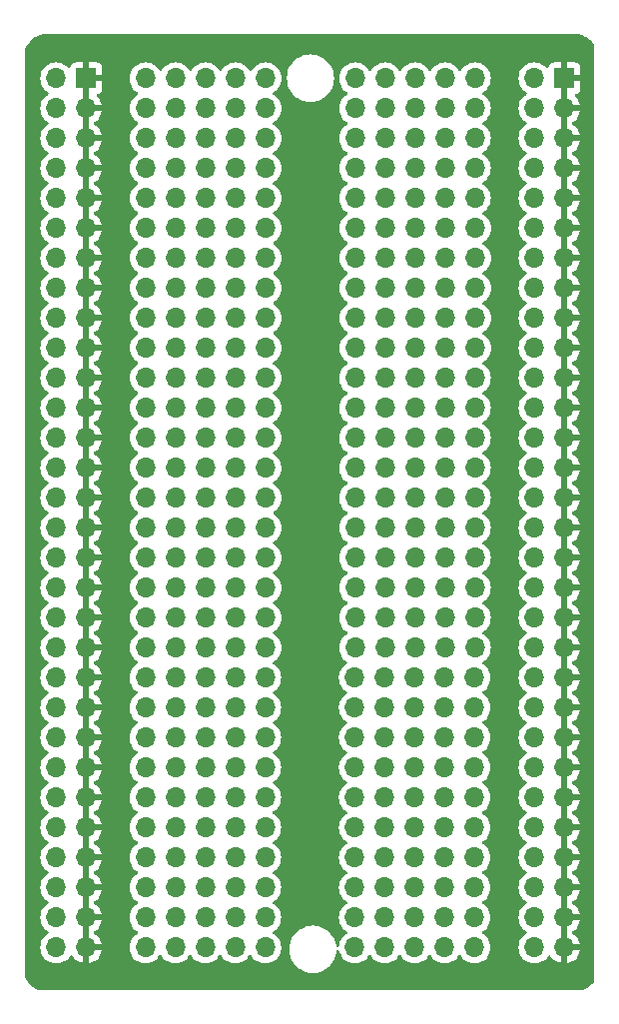
<source format=gbr>
%TF.GenerationSoftware,KiCad,Pcbnew,7.0.2*%
%TF.CreationDate,2024-01-28T20:17:22-05:00*%
%TF.ProjectId,dpx_perv_5x30,6470785f-7065-4727-965f-357833302e6b,rev?*%
%TF.SameCoordinates,Original*%
%TF.FileFunction,Copper,L2,Inr*%
%TF.FilePolarity,Positive*%
%FSLAX46Y46*%
G04 Gerber Fmt 4.6, Leading zero omitted, Abs format (unit mm)*
G04 Created by KiCad (PCBNEW 7.0.2) date 2024-01-28 20:17:22*
%MOMM*%
%LPD*%
G01*
G04 APERTURE LIST*
%TA.AperFunction,ComponentPad*%
%ADD10R,1.700000X1.700000*%
%TD*%
%TA.AperFunction,ComponentPad*%
%ADD11O,1.700000X1.700000*%
%TD*%
G04 APERTURE END LIST*
D10*
%TO.N,VCC*%
%TO.C,J1*%
X46220000Y-33615000D03*
D11*
%TO.N,GND*%
X43680000Y-33615000D03*
%TO.N,VCC*%
X46220000Y-36155000D03*
%TO.N,GND*%
X43680000Y-36155000D03*
%TO.N,VCC*%
X46220000Y-38695000D03*
%TO.N,GND*%
X43680000Y-38695000D03*
%TO.N,VCC*%
X46220000Y-41235000D03*
%TO.N,GND*%
X43680000Y-41235000D03*
%TO.N,VCC*%
X46220000Y-43775000D03*
%TO.N,GND*%
X43680000Y-43775000D03*
%TO.N,VCC*%
X46220000Y-46315000D03*
%TO.N,GND*%
X43680000Y-46315000D03*
%TO.N,VCC*%
X46220000Y-48855000D03*
%TO.N,GND*%
X43680000Y-48855000D03*
%TO.N,VCC*%
X46220000Y-51395000D03*
%TO.N,GND*%
X43680000Y-51395000D03*
%TO.N,VCC*%
X46220000Y-53935000D03*
%TO.N,GND*%
X43680000Y-53935000D03*
%TO.N,VCC*%
X46220000Y-56475000D03*
%TO.N,GND*%
X43680000Y-56475000D03*
%TO.N,VCC*%
X46220000Y-59015000D03*
%TO.N,GND*%
X43680000Y-59015000D03*
%TO.N,VCC*%
X46220000Y-61555000D03*
%TO.N,GND*%
X43680000Y-61555000D03*
%TO.N,VCC*%
X46220000Y-64095000D03*
%TO.N,GND*%
X43680000Y-64095000D03*
%TO.N,VCC*%
X46220000Y-66635000D03*
%TO.N,GND*%
X43680000Y-66635000D03*
%TO.N,VCC*%
X46220000Y-69175000D03*
%TO.N,GND*%
X43680000Y-69175000D03*
%TO.N,VCC*%
X46220000Y-71715000D03*
%TO.N,GND*%
X43680000Y-71715000D03*
%TO.N,VCC*%
X46220000Y-74255000D03*
%TO.N,GND*%
X43680000Y-74255000D03*
%TO.N,VCC*%
X46220000Y-76795000D03*
%TO.N,GND*%
X43680000Y-76795000D03*
%TO.N,VCC*%
X46220000Y-79335000D03*
%TO.N,GND*%
X43680000Y-79335000D03*
%TO.N,VCC*%
X46220000Y-81875000D03*
%TO.N,GND*%
X43680000Y-81875000D03*
%TO.N,VCC*%
X46220000Y-84415000D03*
%TO.N,GND*%
X43680000Y-84415000D03*
%TO.N,VCC*%
X46220000Y-86955000D03*
%TO.N,GND*%
X43680000Y-86955000D03*
%TO.N,VCC*%
X46220000Y-89495000D03*
%TO.N,GND*%
X43680000Y-89495000D03*
%TO.N,VCC*%
X46220000Y-92035000D03*
%TO.N,GND*%
X43680000Y-92035000D03*
%TO.N,VCC*%
X46220000Y-94575000D03*
%TO.N,GND*%
X43680000Y-94575000D03*
%TO.N,VCC*%
X46220000Y-97115000D03*
%TO.N,GND*%
X43680000Y-97115000D03*
%TO.N,VCC*%
X46220000Y-99655000D03*
%TO.N,GND*%
X43680000Y-99655000D03*
%TO.N,VCC*%
X46220000Y-102195000D03*
%TO.N,GND*%
X43680000Y-102195000D03*
%TO.N,VCC*%
X46220000Y-104735000D03*
%TO.N,GND*%
X43680000Y-104735000D03*
%TO.N,VCC*%
X46220000Y-107275000D03*
%TO.N,GND*%
X43680000Y-107275000D03*
%TD*%
D10*
%TO.N,VCC*%
%TO.C,J2*%
X86770000Y-33615000D03*
D11*
%TO.N,GND*%
X84230000Y-33615000D03*
%TO.N,VCC*%
X86770000Y-36155000D03*
%TO.N,GND*%
X84230000Y-36155000D03*
%TO.N,VCC*%
X86770000Y-38695000D03*
%TO.N,GND*%
X84230000Y-38695000D03*
%TO.N,VCC*%
X86770000Y-41235000D03*
%TO.N,GND*%
X84230000Y-41235000D03*
%TO.N,VCC*%
X86770000Y-43775000D03*
%TO.N,GND*%
X84230000Y-43775000D03*
%TO.N,VCC*%
X86770000Y-46315000D03*
%TO.N,GND*%
X84230000Y-46315000D03*
%TO.N,VCC*%
X86770000Y-48855000D03*
%TO.N,GND*%
X84230000Y-48855000D03*
%TO.N,VCC*%
X86770000Y-51395000D03*
%TO.N,GND*%
X84230000Y-51395000D03*
%TO.N,VCC*%
X86770000Y-53935000D03*
%TO.N,GND*%
X84230000Y-53935000D03*
%TO.N,VCC*%
X86770000Y-56475000D03*
%TO.N,GND*%
X84230000Y-56475000D03*
%TO.N,VCC*%
X86770000Y-59015000D03*
%TO.N,GND*%
X84230000Y-59015000D03*
%TO.N,VCC*%
X86770000Y-61555000D03*
%TO.N,GND*%
X84230000Y-61555000D03*
%TO.N,VCC*%
X86770000Y-64095000D03*
%TO.N,GND*%
X84230000Y-64095000D03*
%TO.N,VCC*%
X86770000Y-66635000D03*
%TO.N,GND*%
X84230000Y-66635000D03*
%TO.N,VCC*%
X86770000Y-69175000D03*
%TO.N,GND*%
X84230000Y-69175000D03*
%TO.N,VCC*%
X86770000Y-71715000D03*
%TO.N,GND*%
X84230000Y-71715000D03*
%TO.N,VCC*%
X86770000Y-74255000D03*
%TO.N,GND*%
X84230000Y-74255000D03*
%TO.N,VCC*%
X86770000Y-76795000D03*
%TO.N,GND*%
X84230000Y-76795000D03*
%TO.N,VCC*%
X86770000Y-79335000D03*
%TO.N,GND*%
X84230000Y-79335000D03*
%TO.N,VCC*%
X86770000Y-81875000D03*
%TO.N,GND*%
X84230000Y-81875000D03*
%TO.N,VCC*%
X86770000Y-84415000D03*
%TO.N,GND*%
X84230000Y-84415000D03*
%TO.N,VCC*%
X86770000Y-86955000D03*
%TO.N,GND*%
X84230000Y-86955000D03*
%TO.N,VCC*%
X86770000Y-89495000D03*
%TO.N,GND*%
X84230000Y-89495000D03*
%TO.N,VCC*%
X86770000Y-92035000D03*
%TO.N,GND*%
X84230000Y-92035000D03*
%TO.N,VCC*%
X86770000Y-94575000D03*
%TO.N,GND*%
X84230000Y-94575000D03*
%TO.N,VCC*%
X86770000Y-97115000D03*
%TO.N,GND*%
X84230000Y-97115000D03*
%TO.N,VCC*%
X86770000Y-99655000D03*
%TO.N,GND*%
X84230000Y-99655000D03*
%TO.N,VCC*%
X86770000Y-102195000D03*
%TO.N,GND*%
X84230000Y-102195000D03*
%TO.N,VCC*%
X86770000Y-104735000D03*
%TO.N,GND*%
X84230000Y-104735000D03*
%TO.N,VCC*%
X86770000Y-107275000D03*
%TO.N,GND*%
X84230000Y-107275000D03*
%TD*%
%TO.N,N/C*%
%TO.C,U6*%
X79165000Y-97110000D03*
X76625000Y-97110000D03*
X74085000Y-97110000D03*
X71545000Y-97110000D03*
X69005000Y-97110000D03*
X61405000Y-97110000D03*
X79165000Y-99650000D03*
X76625000Y-99650000D03*
X74085000Y-99650000D03*
X71545000Y-99650000D03*
X69005000Y-99650000D03*
X61405000Y-99650000D03*
X58865000Y-99650000D03*
X58855000Y-97110000D03*
X56325000Y-99650000D03*
X56315000Y-97110000D03*
X53785000Y-99650000D03*
X53775000Y-97110000D03*
X51245000Y-99650000D03*
X51235000Y-97110000D03*
X79165000Y-102190000D03*
X76625000Y-102190000D03*
X74085000Y-102190000D03*
X71545000Y-102190000D03*
X69005000Y-102190000D03*
X61405000Y-102190000D03*
X58865000Y-102190000D03*
X56325000Y-102190000D03*
X53785000Y-102190000D03*
X51245000Y-102190000D03*
X79165000Y-104730000D03*
X76625000Y-104730000D03*
X74085000Y-104730000D03*
X71545000Y-104730000D03*
X69005000Y-104730000D03*
X61405000Y-104730000D03*
X58865000Y-104730000D03*
X56325000Y-104730000D03*
X53785000Y-104730000D03*
X51245000Y-104730000D03*
X79165000Y-107270000D03*
X76625000Y-107270000D03*
X74085000Y-107270000D03*
X71545000Y-107270000D03*
X69005000Y-107270000D03*
X61405000Y-107270000D03*
X58865000Y-107270000D03*
X56325000Y-107270000D03*
X53785000Y-107270000D03*
X51245000Y-107270000D03*
%TD*%
%TO.N,N/C*%
%TO.C,U2*%
X79195000Y-46310000D03*
X76655000Y-46310000D03*
X74115000Y-46310000D03*
X71575000Y-46310000D03*
X69035000Y-46310000D03*
X61435000Y-46310000D03*
X79195000Y-48850000D03*
X76655000Y-48850000D03*
X74115000Y-48850000D03*
X71575000Y-48850000D03*
X69035000Y-48850000D03*
X61435000Y-48850000D03*
X58895000Y-48850000D03*
X58885000Y-46310000D03*
X56355000Y-48850000D03*
X56345000Y-46310000D03*
X53815000Y-48850000D03*
X53805000Y-46310000D03*
X51275000Y-48850000D03*
X51265000Y-46310000D03*
X79195000Y-51390000D03*
X76655000Y-51390000D03*
X74115000Y-51390000D03*
X71575000Y-51390000D03*
X69035000Y-51390000D03*
X61435000Y-51390000D03*
X58895000Y-51390000D03*
X56355000Y-51390000D03*
X53815000Y-51390000D03*
X51275000Y-51390000D03*
X79195000Y-53930000D03*
X76655000Y-53930000D03*
X74115000Y-53930000D03*
X71575000Y-53930000D03*
X69035000Y-53930000D03*
X61435000Y-53930000D03*
X58895000Y-53930000D03*
X56355000Y-53930000D03*
X53815000Y-53930000D03*
X51275000Y-53930000D03*
X79195000Y-56470000D03*
X76655000Y-56470000D03*
X74115000Y-56470000D03*
X71575000Y-56470000D03*
X69035000Y-56470000D03*
X61435000Y-56470000D03*
X58895000Y-56470000D03*
X56355000Y-56470000D03*
X53815000Y-56470000D03*
X51275000Y-56470000D03*
%TD*%
%TO.N,N/C*%
%TO.C,U1*%
X79180000Y-33615000D03*
X76640000Y-33615000D03*
X74100000Y-33615000D03*
X71560000Y-33615000D03*
X69020000Y-33615000D03*
X61420000Y-33615000D03*
X79180000Y-36155000D03*
X76640000Y-36155000D03*
X74100000Y-36155000D03*
X71560000Y-36155000D03*
X69020000Y-36155000D03*
X61420000Y-36155000D03*
X58880000Y-36155000D03*
X58870000Y-33615000D03*
X56340000Y-36155000D03*
X56330000Y-33615000D03*
X53800000Y-36155000D03*
X53790000Y-33615000D03*
X51260000Y-36155000D03*
X51250000Y-33615000D03*
X79180000Y-38695000D03*
X76640000Y-38695000D03*
X74100000Y-38695000D03*
X71560000Y-38695000D03*
X69020000Y-38695000D03*
X61420000Y-38695000D03*
X58880000Y-38695000D03*
X56340000Y-38695000D03*
X53800000Y-38695000D03*
X51260000Y-38695000D03*
X79180000Y-41235000D03*
X76640000Y-41235000D03*
X74100000Y-41235000D03*
X71560000Y-41235000D03*
X69020000Y-41235000D03*
X61420000Y-41235000D03*
X58880000Y-41235000D03*
X56340000Y-41235000D03*
X53800000Y-41235000D03*
X51260000Y-41235000D03*
X79180000Y-43775000D03*
X76640000Y-43775000D03*
X74100000Y-43775000D03*
X71560000Y-43775000D03*
X69020000Y-43775000D03*
X61420000Y-43775000D03*
X58880000Y-43775000D03*
X56340000Y-43775000D03*
X53800000Y-43775000D03*
X51260000Y-43775000D03*
%TD*%
%TO.N,N/C*%
%TO.C,U4*%
X79185000Y-71710000D03*
X76645000Y-71710000D03*
X74105000Y-71710000D03*
X71565000Y-71710000D03*
X69025000Y-71710000D03*
X61425000Y-71710000D03*
X79185000Y-74250000D03*
X76645000Y-74250000D03*
X74105000Y-74250000D03*
X71565000Y-74250000D03*
X69025000Y-74250000D03*
X61425000Y-74250000D03*
X58885000Y-74250000D03*
X58875000Y-71710000D03*
X56345000Y-74250000D03*
X56335000Y-71710000D03*
X53805000Y-74250000D03*
X53795000Y-71710000D03*
X51265000Y-74250000D03*
X51255000Y-71710000D03*
X79185000Y-76790000D03*
X76645000Y-76790000D03*
X74105000Y-76790000D03*
X71565000Y-76790000D03*
X69025000Y-76790000D03*
X61425000Y-76790000D03*
X58885000Y-76790000D03*
X56345000Y-76790000D03*
X53805000Y-76790000D03*
X51265000Y-76790000D03*
X79185000Y-79330000D03*
X76645000Y-79330000D03*
X74105000Y-79330000D03*
X71565000Y-79330000D03*
X69025000Y-79330000D03*
X61425000Y-79330000D03*
X58885000Y-79330000D03*
X56345000Y-79330000D03*
X53805000Y-79330000D03*
X51265000Y-79330000D03*
X79185000Y-81870000D03*
X76645000Y-81870000D03*
X74105000Y-81870000D03*
X71565000Y-81870000D03*
X69025000Y-81870000D03*
X61425000Y-81870000D03*
X58885000Y-81870000D03*
X56345000Y-81870000D03*
X53805000Y-81870000D03*
X51265000Y-81870000D03*
%TD*%
%TO.N,N/C*%
%TO.C,U3*%
X79185000Y-59020000D03*
X76645000Y-59020000D03*
X74105000Y-59020000D03*
X71565000Y-59020000D03*
X69025000Y-59020000D03*
X61425000Y-59020000D03*
X79185000Y-61560000D03*
X76645000Y-61560000D03*
X74105000Y-61560000D03*
X71565000Y-61560000D03*
X69025000Y-61560000D03*
X61425000Y-61560000D03*
X58885000Y-61560000D03*
X58875000Y-59020000D03*
X56345000Y-61560000D03*
X56335000Y-59020000D03*
X53805000Y-61560000D03*
X53795000Y-59020000D03*
X51265000Y-61560000D03*
X51255000Y-59020000D03*
X79185000Y-64100000D03*
X76645000Y-64100000D03*
X74105000Y-64100000D03*
X71565000Y-64100000D03*
X69025000Y-64100000D03*
X61425000Y-64100000D03*
X58885000Y-64100000D03*
X56345000Y-64100000D03*
X53805000Y-64100000D03*
X51265000Y-64100000D03*
X79185000Y-66640000D03*
X76645000Y-66640000D03*
X74105000Y-66640000D03*
X71565000Y-66640000D03*
X69025000Y-66640000D03*
X61425000Y-66640000D03*
X58885000Y-66640000D03*
X56345000Y-66640000D03*
X53805000Y-66640000D03*
X51265000Y-66640000D03*
X79185000Y-69180000D03*
X76645000Y-69180000D03*
X74105000Y-69180000D03*
X71565000Y-69180000D03*
X69025000Y-69180000D03*
X61425000Y-69180000D03*
X58885000Y-69180000D03*
X56345000Y-69180000D03*
X53805000Y-69180000D03*
X51265000Y-69180000D03*
%TD*%
%TO.N,N/C*%
%TO.C,U5*%
X79165000Y-84400000D03*
X76625000Y-84400000D03*
X74085000Y-84400000D03*
X71545000Y-84400000D03*
X69005000Y-84400000D03*
X61405000Y-84400000D03*
X79165000Y-86940000D03*
X76625000Y-86940000D03*
X74085000Y-86940000D03*
X71545000Y-86940000D03*
X69005000Y-86940000D03*
X61405000Y-86940000D03*
X58865000Y-86940000D03*
X58855000Y-84400000D03*
X56325000Y-86940000D03*
X56315000Y-84400000D03*
X53785000Y-86940000D03*
X53775000Y-84400000D03*
X51245000Y-86940000D03*
X51235000Y-84400000D03*
X79165000Y-89480000D03*
X76625000Y-89480000D03*
X74085000Y-89480000D03*
X71545000Y-89480000D03*
X69005000Y-89480000D03*
X61405000Y-89480000D03*
X58865000Y-89480000D03*
X56325000Y-89480000D03*
X53785000Y-89480000D03*
X51245000Y-89480000D03*
X79165000Y-92020000D03*
X76625000Y-92020000D03*
X74085000Y-92020000D03*
X71545000Y-92020000D03*
X69005000Y-92020000D03*
X61405000Y-92020000D03*
X58865000Y-92020000D03*
X56325000Y-92020000D03*
X53785000Y-92020000D03*
X51245000Y-92020000D03*
X79165000Y-94560000D03*
X76625000Y-94560000D03*
X74085000Y-94560000D03*
X71545000Y-94560000D03*
X69005000Y-94560000D03*
X61405000Y-94560000D03*
X58865000Y-94560000D03*
X56325000Y-94560000D03*
X53785000Y-94560000D03*
X51245000Y-94560000D03*
%TD*%
%TA.AperFunction,Conductor*%
%TO.N,VCC*%
G36*
X46469999Y-106839498D02*
G01*
X46362315Y-106790320D01*
X46255763Y-106775000D01*
X46184237Y-106775000D01*
X46077685Y-106790320D01*
X45970000Y-106839498D01*
X45970000Y-105170501D01*
X46077685Y-105219680D01*
X46184237Y-105235000D01*
X46255763Y-105235000D01*
X46362315Y-105219680D01*
X46469999Y-105170501D01*
X46469999Y-106839498D01*
G37*
%TD.AperFunction*%
%TA.AperFunction,Conductor*%
G36*
X46469999Y-104299498D02*
G01*
X46362315Y-104250320D01*
X46255763Y-104235000D01*
X46184237Y-104235000D01*
X46077685Y-104250320D01*
X45970000Y-104299498D01*
X45970000Y-102630501D01*
X46077685Y-102679680D01*
X46184237Y-102695000D01*
X46255763Y-102695000D01*
X46362315Y-102679680D01*
X46469999Y-102630501D01*
X46469999Y-104299498D01*
G37*
%TD.AperFunction*%
%TA.AperFunction,Conductor*%
G36*
X46469999Y-101759498D02*
G01*
X46362315Y-101710320D01*
X46255763Y-101695000D01*
X46184237Y-101695000D01*
X46077685Y-101710320D01*
X45970000Y-101759498D01*
X45970000Y-100090501D01*
X46077685Y-100139680D01*
X46184237Y-100155000D01*
X46255763Y-100155000D01*
X46362315Y-100139680D01*
X46469999Y-100090501D01*
X46469999Y-101759498D01*
G37*
%TD.AperFunction*%
%TA.AperFunction,Conductor*%
G36*
X46469999Y-99219498D02*
G01*
X46362315Y-99170320D01*
X46255763Y-99155000D01*
X46184237Y-99155000D01*
X46077685Y-99170320D01*
X45970000Y-99219498D01*
X45970000Y-97550501D01*
X46077685Y-97599680D01*
X46184237Y-97615000D01*
X46255763Y-97615000D01*
X46362315Y-97599680D01*
X46469999Y-97550501D01*
X46469999Y-99219498D01*
G37*
%TD.AperFunction*%
%TA.AperFunction,Conductor*%
G36*
X46469999Y-96679498D02*
G01*
X46362315Y-96630320D01*
X46255763Y-96615000D01*
X46184237Y-96615000D01*
X46077685Y-96630320D01*
X45970000Y-96679498D01*
X45970000Y-95010501D01*
X46077685Y-95059680D01*
X46184237Y-95075000D01*
X46255763Y-95075000D01*
X46362315Y-95059680D01*
X46469999Y-95010501D01*
X46469999Y-96679498D01*
G37*
%TD.AperFunction*%
%TA.AperFunction,Conductor*%
G36*
X46469999Y-94139498D02*
G01*
X46362315Y-94090320D01*
X46255763Y-94075000D01*
X46184237Y-94075000D01*
X46077685Y-94090320D01*
X45970000Y-94139498D01*
X45970000Y-92470501D01*
X46077685Y-92519680D01*
X46184237Y-92535000D01*
X46255763Y-92535000D01*
X46362315Y-92519680D01*
X46469999Y-92470501D01*
X46469999Y-94139498D01*
G37*
%TD.AperFunction*%
%TA.AperFunction,Conductor*%
G36*
X46469999Y-91599498D02*
G01*
X46362315Y-91550320D01*
X46255763Y-91535000D01*
X46184237Y-91535000D01*
X46077685Y-91550320D01*
X45970000Y-91599498D01*
X45970000Y-89930501D01*
X46077685Y-89979680D01*
X46184237Y-89995000D01*
X46255763Y-89995000D01*
X46362315Y-89979680D01*
X46469999Y-89930501D01*
X46469999Y-91599498D01*
G37*
%TD.AperFunction*%
%TA.AperFunction,Conductor*%
G36*
X46469999Y-89059498D02*
G01*
X46362315Y-89010320D01*
X46255763Y-88995000D01*
X46184237Y-88995000D01*
X46077685Y-89010320D01*
X45970000Y-89059498D01*
X45970000Y-87390501D01*
X46077685Y-87439680D01*
X46184237Y-87455000D01*
X46255763Y-87455000D01*
X46362315Y-87439680D01*
X46469999Y-87390501D01*
X46469999Y-89059498D01*
G37*
%TD.AperFunction*%
%TA.AperFunction,Conductor*%
G36*
X46469999Y-86519498D02*
G01*
X46362315Y-86470320D01*
X46255763Y-86455000D01*
X46184237Y-86455000D01*
X46077685Y-86470320D01*
X45970000Y-86519498D01*
X45970000Y-84850501D01*
X46077685Y-84899680D01*
X46184237Y-84915000D01*
X46255763Y-84915000D01*
X46362315Y-84899680D01*
X46469999Y-84850501D01*
X46469999Y-86519498D01*
G37*
%TD.AperFunction*%
%TA.AperFunction,Conductor*%
G36*
X46469999Y-83979498D02*
G01*
X46362315Y-83930320D01*
X46255763Y-83915000D01*
X46184237Y-83915000D01*
X46077685Y-83930320D01*
X45970000Y-83979498D01*
X45970000Y-82310501D01*
X46077685Y-82359680D01*
X46184237Y-82375000D01*
X46255763Y-82375000D01*
X46362315Y-82359680D01*
X46469999Y-82310501D01*
X46469999Y-83979498D01*
G37*
%TD.AperFunction*%
%TA.AperFunction,Conductor*%
G36*
X46469999Y-81439498D02*
G01*
X46362315Y-81390320D01*
X46255763Y-81375000D01*
X46184237Y-81375000D01*
X46077685Y-81390320D01*
X45970000Y-81439498D01*
X45970000Y-79770501D01*
X46077685Y-79819680D01*
X46184237Y-79835000D01*
X46255763Y-79835000D01*
X46362315Y-79819680D01*
X46469999Y-79770501D01*
X46469999Y-81439498D01*
G37*
%TD.AperFunction*%
%TA.AperFunction,Conductor*%
G36*
X46469999Y-78899498D02*
G01*
X46362315Y-78850320D01*
X46255763Y-78835000D01*
X46184237Y-78835000D01*
X46077685Y-78850320D01*
X45970000Y-78899498D01*
X45970000Y-77230501D01*
X46077685Y-77279680D01*
X46184237Y-77295000D01*
X46255763Y-77295000D01*
X46362315Y-77279680D01*
X46469999Y-77230501D01*
X46469999Y-78899498D01*
G37*
%TD.AperFunction*%
%TA.AperFunction,Conductor*%
G36*
X46469999Y-76359498D02*
G01*
X46362315Y-76310320D01*
X46255763Y-76295000D01*
X46184237Y-76295000D01*
X46077685Y-76310320D01*
X45970000Y-76359498D01*
X45970000Y-74690501D01*
X46077685Y-74739680D01*
X46184237Y-74755000D01*
X46255763Y-74755000D01*
X46362315Y-74739680D01*
X46469999Y-74690501D01*
X46469999Y-76359498D01*
G37*
%TD.AperFunction*%
%TA.AperFunction,Conductor*%
G36*
X46469999Y-73819498D02*
G01*
X46362315Y-73770320D01*
X46255763Y-73755000D01*
X46184237Y-73755000D01*
X46077685Y-73770320D01*
X45970000Y-73819498D01*
X45970000Y-72150501D01*
X46077685Y-72199680D01*
X46184237Y-72215000D01*
X46255763Y-72215000D01*
X46362315Y-72199680D01*
X46469999Y-72150501D01*
X46469999Y-73819498D01*
G37*
%TD.AperFunction*%
%TA.AperFunction,Conductor*%
G36*
X46469999Y-71279498D02*
G01*
X46362315Y-71230320D01*
X46255763Y-71215000D01*
X46184237Y-71215000D01*
X46077685Y-71230320D01*
X45970000Y-71279498D01*
X45970000Y-69610501D01*
X46077685Y-69659680D01*
X46184237Y-69675000D01*
X46255763Y-69675000D01*
X46362315Y-69659680D01*
X46469999Y-69610501D01*
X46469999Y-71279498D01*
G37*
%TD.AperFunction*%
%TA.AperFunction,Conductor*%
G36*
X46469999Y-68739498D02*
G01*
X46362315Y-68690320D01*
X46255763Y-68675000D01*
X46184237Y-68675000D01*
X46077685Y-68690320D01*
X45970000Y-68739498D01*
X45970000Y-67070501D01*
X46077685Y-67119680D01*
X46184237Y-67135000D01*
X46255763Y-67135000D01*
X46362315Y-67119680D01*
X46469999Y-67070501D01*
X46469999Y-68739498D01*
G37*
%TD.AperFunction*%
%TA.AperFunction,Conductor*%
G36*
X46469999Y-66199498D02*
G01*
X46362315Y-66150320D01*
X46255763Y-66135000D01*
X46184237Y-66135000D01*
X46077685Y-66150320D01*
X45970000Y-66199498D01*
X45970000Y-64530501D01*
X46077685Y-64579680D01*
X46184237Y-64595000D01*
X46255763Y-64595000D01*
X46362315Y-64579680D01*
X46469999Y-64530501D01*
X46469999Y-66199498D01*
G37*
%TD.AperFunction*%
%TA.AperFunction,Conductor*%
G36*
X46469999Y-63659498D02*
G01*
X46362315Y-63610320D01*
X46255763Y-63595000D01*
X46184237Y-63595000D01*
X46077685Y-63610320D01*
X45970000Y-63659498D01*
X45970000Y-61990501D01*
X46077685Y-62039680D01*
X46184237Y-62055000D01*
X46255763Y-62055000D01*
X46362315Y-62039680D01*
X46469999Y-61990501D01*
X46469999Y-63659498D01*
G37*
%TD.AperFunction*%
%TA.AperFunction,Conductor*%
G36*
X46469999Y-61119498D02*
G01*
X46362315Y-61070320D01*
X46255763Y-61055000D01*
X46184237Y-61055000D01*
X46077685Y-61070320D01*
X45970000Y-61119498D01*
X45970000Y-59450501D01*
X46077685Y-59499680D01*
X46184237Y-59515000D01*
X46255763Y-59515000D01*
X46362315Y-59499680D01*
X46469999Y-59450501D01*
X46469999Y-61119498D01*
G37*
%TD.AperFunction*%
%TA.AperFunction,Conductor*%
G36*
X46469999Y-58579498D02*
G01*
X46362315Y-58530320D01*
X46255763Y-58515000D01*
X46184237Y-58515000D01*
X46077685Y-58530320D01*
X45970000Y-58579498D01*
X45970000Y-56910501D01*
X46077685Y-56959680D01*
X46184237Y-56975000D01*
X46255763Y-56975000D01*
X46362315Y-56959680D01*
X46469999Y-56910501D01*
X46469999Y-58579498D01*
G37*
%TD.AperFunction*%
%TA.AperFunction,Conductor*%
G36*
X46469999Y-56039498D02*
G01*
X46362315Y-55990320D01*
X46255763Y-55975000D01*
X46184237Y-55975000D01*
X46077685Y-55990320D01*
X45970000Y-56039498D01*
X45970000Y-54370501D01*
X46077685Y-54419680D01*
X46184237Y-54435000D01*
X46255763Y-54435000D01*
X46362315Y-54419680D01*
X46469999Y-54370501D01*
X46469999Y-56039498D01*
G37*
%TD.AperFunction*%
%TA.AperFunction,Conductor*%
G36*
X46469999Y-53499498D02*
G01*
X46362315Y-53450320D01*
X46255763Y-53435000D01*
X46184237Y-53435000D01*
X46077685Y-53450320D01*
X45970000Y-53499498D01*
X45970000Y-51830501D01*
X46077685Y-51879680D01*
X46184237Y-51895000D01*
X46255763Y-51895000D01*
X46362315Y-51879680D01*
X46469999Y-51830501D01*
X46469999Y-53499498D01*
G37*
%TD.AperFunction*%
%TA.AperFunction,Conductor*%
G36*
X46469999Y-50959498D02*
G01*
X46362315Y-50910320D01*
X46255763Y-50895000D01*
X46184237Y-50895000D01*
X46077685Y-50910320D01*
X45970000Y-50959498D01*
X45970000Y-49290501D01*
X46077685Y-49339680D01*
X46184237Y-49355000D01*
X46255763Y-49355000D01*
X46362315Y-49339680D01*
X46469999Y-49290501D01*
X46469999Y-50959498D01*
G37*
%TD.AperFunction*%
%TA.AperFunction,Conductor*%
G36*
X46469999Y-48419498D02*
G01*
X46362315Y-48370320D01*
X46255763Y-48355000D01*
X46184237Y-48355000D01*
X46077685Y-48370320D01*
X45970000Y-48419498D01*
X45970000Y-46750501D01*
X46077685Y-46799680D01*
X46184237Y-46815000D01*
X46255763Y-46815000D01*
X46362315Y-46799680D01*
X46469999Y-46750501D01*
X46469999Y-48419498D01*
G37*
%TD.AperFunction*%
%TA.AperFunction,Conductor*%
G36*
X46469999Y-45879498D02*
G01*
X46362315Y-45830320D01*
X46255763Y-45815000D01*
X46184237Y-45815000D01*
X46077685Y-45830320D01*
X45970000Y-45879498D01*
X45970000Y-44210501D01*
X46077685Y-44259680D01*
X46184237Y-44275000D01*
X46255763Y-44275000D01*
X46362315Y-44259680D01*
X46469999Y-44210501D01*
X46469999Y-45879498D01*
G37*
%TD.AperFunction*%
%TA.AperFunction,Conductor*%
G36*
X46469999Y-43339498D02*
G01*
X46362315Y-43290320D01*
X46255763Y-43275000D01*
X46184237Y-43275000D01*
X46077685Y-43290320D01*
X45970000Y-43339498D01*
X45970000Y-41670501D01*
X46077685Y-41719680D01*
X46184237Y-41735000D01*
X46255763Y-41735000D01*
X46362315Y-41719680D01*
X46469999Y-41670501D01*
X46469999Y-43339498D01*
G37*
%TD.AperFunction*%
%TA.AperFunction,Conductor*%
G36*
X46469999Y-40799498D02*
G01*
X46362315Y-40750320D01*
X46255763Y-40735000D01*
X46184237Y-40735000D01*
X46077685Y-40750320D01*
X45970000Y-40799498D01*
X45970000Y-39130501D01*
X46077685Y-39179680D01*
X46184237Y-39195000D01*
X46255763Y-39195000D01*
X46362315Y-39179680D01*
X46469999Y-39130501D01*
X46469999Y-40799498D01*
G37*
%TD.AperFunction*%
%TA.AperFunction,Conductor*%
G36*
X46469999Y-38259498D02*
G01*
X46362315Y-38210320D01*
X46255763Y-38195000D01*
X46184237Y-38195000D01*
X46077685Y-38210320D01*
X45970000Y-38259498D01*
X45970000Y-36590501D01*
X46077685Y-36639680D01*
X46184237Y-36655000D01*
X46255763Y-36655000D01*
X46362315Y-36639680D01*
X46469999Y-36590501D01*
X46469999Y-38259498D01*
G37*
%TD.AperFunction*%
%TA.AperFunction,Conductor*%
G36*
X46469999Y-35719498D02*
G01*
X46362315Y-35670320D01*
X46255763Y-35655000D01*
X46184237Y-35655000D01*
X46077685Y-35670320D01*
X45970000Y-35719498D01*
X45970000Y-34050501D01*
X46077685Y-34099680D01*
X46184237Y-34115000D01*
X46255763Y-34115000D01*
X46362315Y-34099680D01*
X46469999Y-34050501D01*
X46469999Y-35719498D01*
G37*
%TD.AperFunction*%
%TA.AperFunction,Conductor*%
G36*
X87019999Y-106839498D02*
G01*
X86912315Y-106790320D01*
X86805763Y-106775000D01*
X86734237Y-106775000D01*
X86627685Y-106790320D01*
X86520000Y-106839498D01*
X86520000Y-105170501D01*
X86627685Y-105219680D01*
X86734237Y-105235000D01*
X86805763Y-105235000D01*
X86912315Y-105219680D01*
X87019999Y-105170501D01*
X87019999Y-106839498D01*
G37*
%TD.AperFunction*%
%TA.AperFunction,Conductor*%
G36*
X87019999Y-104299498D02*
G01*
X86912315Y-104250320D01*
X86805763Y-104235000D01*
X86734237Y-104235000D01*
X86627685Y-104250320D01*
X86520000Y-104299498D01*
X86520000Y-102630501D01*
X86627685Y-102679680D01*
X86734237Y-102695000D01*
X86805763Y-102695000D01*
X86912315Y-102679680D01*
X87019999Y-102630501D01*
X87019999Y-104299498D01*
G37*
%TD.AperFunction*%
%TA.AperFunction,Conductor*%
G36*
X87019999Y-101759498D02*
G01*
X86912315Y-101710320D01*
X86805763Y-101695000D01*
X86734237Y-101695000D01*
X86627685Y-101710320D01*
X86520000Y-101759498D01*
X86520000Y-100090501D01*
X86627685Y-100139680D01*
X86734237Y-100155000D01*
X86805763Y-100155000D01*
X86912315Y-100139680D01*
X87019999Y-100090501D01*
X87019999Y-101759498D01*
G37*
%TD.AperFunction*%
%TA.AperFunction,Conductor*%
G36*
X87019999Y-99219498D02*
G01*
X86912315Y-99170320D01*
X86805763Y-99155000D01*
X86734237Y-99155000D01*
X86627685Y-99170320D01*
X86520000Y-99219498D01*
X86520000Y-97550501D01*
X86627685Y-97599680D01*
X86734237Y-97615000D01*
X86805763Y-97615000D01*
X86912315Y-97599680D01*
X87019999Y-97550501D01*
X87019999Y-99219498D01*
G37*
%TD.AperFunction*%
%TA.AperFunction,Conductor*%
G36*
X87019999Y-96679498D02*
G01*
X86912315Y-96630320D01*
X86805763Y-96615000D01*
X86734237Y-96615000D01*
X86627685Y-96630320D01*
X86520000Y-96679498D01*
X86520000Y-95010501D01*
X86627685Y-95059680D01*
X86734237Y-95075000D01*
X86805763Y-95075000D01*
X86912315Y-95059680D01*
X87019999Y-95010501D01*
X87019999Y-96679498D01*
G37*
%TD.AperFunction*%
%TA.AperFunction,Conductor*%
G36*
X87019999Y-94139498D02*
G01*
X86912315Y-94090320D01*
X86805763Y-94075000D01*
X86734237Y-94075000D01*
X86627685Y-94090320D01*
X86520000Y-94139498D01*
X86520000Y-92470501D01*
X86627685Y-92519680D01*
X86734237Y-92535000D01*
X86805763Y-92535000D01*
X86912315Y-92519680D01*
X87019999Y-92470501D01*
X87019999Y-94139498D01*
G37*
%TD.AperFunction*%
%TA.AperFunction,Conductor*%
G36*
X87019999Y-91599498D02*
G01*
X86912315Y-91550320D01*
X86805763Y-91535000D01*
X86734237Y-91535000D01*
X86627685Y-91550320D01*
X86520000Y-91599498D01*
X86520000Y-89930501D01*
X86627685Y-89979680D01*
X86734237Y-89995000D01*
X86805763Y-89995000D01*
X86912315Y-89979680D01*
X87019999Y-89930501D01*
X87019999Y-91599498D01*
G37*
%TD.AperFunction*%
%TA.AperFunction,Conductor*%
G36*
X87019999Y-89059498D02*
G01*
X86912315Y-89010320D01*
X86805763Y-88995000D01*
X86734237Y-88995000D01*
X86627685Y-89010320D01*
X86520000Y-89059498D01*
X86520000Y-87390501D01*
X86627685Y-87439680D01*
X86734237Y-87455000D01*
X86805763Y-87455000D01*
X86912315Y-87439680D01*
X87019999Y-87390501D01*
X87019999Y-89059498D01*
G37*
%TD.AperFunction*%
%TA.AperFunction,Conductor*%
G36*
X87019999Y-86519498D02*
G01*
X86912315Y-86470320D01*
X86805763Y-86455000D01*
X86734237Y-86455000D01*
X86627685Y-86470320D01*
X86520000Y-86519498D01*
X86520000Y-84850501D01*
X86627685Y-84899680D01*
X86734237Y-84915000D01*
X86805763Y-84915000D01*
X86912315Y-84899680D01*
X87019999Y-84850501D01*
X87019999Y-86519498D01*
G37*
%TD.AperFunction*%
%TA.AperFunction,Conductor*%
G36*
X87019999Y-83979498D02*
G01*
X86912315Y-83930320D01*
X86805763Y-83915000D01*
X86734237Y-83915000D01*
X86627685Y-83930320D01*
X86520000Y-83979498D01*
X86520000Y-82310501D01*
X86627685Y-82359680D01*
X86734237Y-82375000D01*
X86805763Y-82375000D01*
X86912315Y-82359680D01*
X87019999Y-82310501D01*
X87019999Y-83979498D01*
G37*
%TD.AperFunction*%
%TA.AperFunction,Conductor*%
G36*
X87019999Y-81439498D02*
G01*
X86912315Y-81390320D01*
X86805763Y-81375000D01*
X86734237Y-81375000D01*
X86627685Y-81390320D01*
X86520000Y-81439498D01*
X86520000Y-79770501D01*
X86627685Y-79819680D01*
X86734237Y-79835000D01*
X86805763Y-79835000D01*
X86912315Y-79819680D01*
X87019999Y-79770501D01*
X87019999Y-81439498D01*
G37*
%TD.AperFunction*%
%TA.AperFunction,Conductor*%
G36*
X87019999Y-78899498D02*
G01*
X86912315Y-78850320D01*
X86805763Y-78835000D01*
X86734237Y-78835000D01*
X86627685Y-78850320D01*
X86520000Y-78899498D01*
X86520000Y-77230501D01*
X86627685Y-77279680D01*
X86734237Y-77295000D01*
X86805763Y-77295000D01*
X86912315Y-77279680D01*
X87019999Y-77230501D01*
X87019999Y-78899498D01*
G37*
%TD.AperFunction*%
%TA.AperFunction,Conductor*%
G36*
X87019999Y-76359498D02*
G01*
X86912315Y-76310320D01*
X86805763Y-76295000D01*
X86734237Y-76295000D01*
X86627685Y-76310320D01*
X86520000Y-76359498D01*
X86520000Y-74690501D01*
X86627685Y-74739680D01*
X86734237Y-74755000D01*
X86805763Y-74755000D01*
X86912315Y-74739680D01*
X87019999Y-74690501D01*
X87019999Y-76359498D01*
G37*
%TD.AperFunction*%
%TA.AperFunction,Conductor*%
G36*
X87019999Y-73819498D02*
G01*
X86912315Y-73770320D01*
X86805763Y-73755000D01*
X86734237Y-73755000D01*
X86627685Y-73770320D01*
X86520000Y-73819498D01*
X86520000Y-72150501D01*
X86627685Y-72199680D01*
X86734237Y-72215000D01*
X86805763Y-72215000D01*
X86912315Y-72199680D01*
X87019999Y-72150501D01*
X87019999Y-73819498D01*
G37*
%TD.AperFunction*%
%TA.AperFunction,Conductor*%
G36*
X87019999Y-71279498D02*
G01*
X86912315Y-71230320D01*
X86805763Y-71215000D01*
X86734237Y-71215000D01*
X86627685Y-71230320D01*
X86520000Y-71279498D01*
X86520000Y-69610501D01*
X86627685Y-69659680D01*
X86734237Y-69675000D01*
X86805763Y-69675000D01*
X86912315Y-69659680D01*
X87019999Y-69610501D01*
X87019999Y-71279498D01*
G37*
%TD.AperFunction*%
%TA.AperFunction,Conductor*%
G36*
X87019999Y-68739498D02*
G01*
X86912315Y-68690320D01*
X86805763Y-68675000D01*
X86734237Y-68675000D01*
X86627685Y-68690320D01*
X86520000Y-68739498D01*
X86520000Y-67070501D01*
X86627685Y-67119680D01*
X86734237Y-67135000D01*
X86805763Y-67135000D01*
X86912315Y-67119680D01*
X87019999Y-67070501D01*
X87019999Y-68739498D01*
G37*
%TD.AperFunction*%
%TA.AperFunction,Conductor*%
G36*
X87019999Y-66199498D02*
G01*
X86912315Y-66150320D01*
X86805763Y-66135000D01*
X86734237Y-66135000D01*
X86627685Y-66150320D01*
X86520000Y-66199498D01*
X86520000Y-64530501D01*
X86627685Y-64579680D01*
X86734237Y-64595000D01*
X86805763Y-64595000D01*
X86912315Y-64579680D01*
X87019999Y-64530501D01*
X87019999Y-66199498D01*
G37*
%TD.AperFunction*%
%TA.AperFunction,Conductor*%
G36*
X87019999Y-63659498D02*
G01*
X86912315Y-63610320D01*
X86805763Y-63595000D01*
X86734237Y-63595000D01*
X86627685Y-63610320D01*
X86520000Y-63659498D01*
X86520000Y-61990501D01*
X86627685Y-62039680D01*
X86734237Y-62055000D01*
X86805763Y-62055000D01*
X86912315Y-62039680D01*
X87019999Y-61990501D01*
X87019999Y-63659498D01*
G37*
%TD.AperFunction*%
%TA.AperFunction,Conductor*%
G36*
X87019999Y-61119498D02*
G01*
X86912315Y-61070320D01*
X86805763Y-61055000D01*
X86734237Y-61055000D01*
X86627685Y-61070320D01*
X86520000Y-61119498D01*
X86520000Y-59450501D01*
X86627685Y-59499680D01*
X86734237Y-59515000D01*
X86805763Y-59515000D01*
X86912315Y-59499680D01*
X87019999Y-59450501D01*
X87019999Y-61119498D01*
G37*
%TD.AperFunction*%
%TA.AperFunction,Conductor*%
G36*
X87019999Y-58579498D02*
G01*
X86912315Y-58530320D01*
X86805763Y-58515000D01*
X86734237Y-58515000D01*
X86627685Y-58530320D01*
X86520000Y-58579498D01*
X86520000Y-56910501D01*
X86627685Y-56959680D01*
X86734237Y-56975000D01*
X86805763Y-56975000D01*
X86912315Y-56959680D01*
X87019999Y-56910501D01*
X87019999Y-58579498D01*
G37*
%TD.AperFunction*%
%TA.AperFunction,Conductor*%
G36*
X87019999Y-56039498D02*
G01*
X86912315Y-55990320D01*
X86805763Y-55975000D01*
X86734237Y-55975000D01*
X86627685Y-55990320D01*
X86520000Y-56039498D01*
X86520000Y-54370501D01*
X86627685Y-54419680D01*
X86734237Y-54435000D01*
X86805763Y-54435000D01*
X86912315Y-54419680D01*
X87019999Y-54370501D01*
X87019999Y-56039498D01*
G37*
%TD.AperFunction*%
%TA.AperFunction,Conductor*%
G36*
X87019999Y-53499498D02*
G01*
X86912315Y-53450320D01*
X86805763Y-53435000D01*
X86734237Y-53435000D01*
X86627685Y-53450320D01*
X86520000Y-53499498D01*
X86520000Y-51830501D01*
X86627685Y-51879680D01*
X86734237Y-51895000D01*
X86805763Y-51895000D01*
X86912315Y-51879680D01*
X87019999Y-51830501D01*
X87019999Y-53499498D01*
G37*
%TD.AperFunction*%
%TA.AperFunction,Conductor*%
G36*
X87019999Y-50959498D02*
G01*
X86912315Y-50910320D01*
X86805763Y-50895000D01*
X86734237Y-50895000D01*
X86627685Y-50910320D01*
X86520000Y-50959498D01*
X86520000Y-49290501D01*
X86627685Y-49339680D01*
X86734237Y-49355000D01*
X86805763Y-49355000D01*
X86912315Y-49339680D01*
X87019999Y-49290501D01*
X87019999Y-50959498D01*
G37*
%TD.AperFunction*%
%TA.AperFunction,Conductor*%
G36*
X87019999Y-48419498D02*
G01*
X86912315Y-48370320D01*
X86805763Y-48355000D01*
X86734237Y-48355000D01*
X86627685Y-48370320D01*
X86520000Y-48419498D01*
X86520000Y-46750501D01*
X86627685Y-46799680D01*
X86734237Y-46815000D01*
X86805763Y-46815000D01*
X86912315Y-46799680D01*
X87019999Y-46750501D01*
X87019999Y-48419498D01*
G37*
%TD.AperFunction*%
%TA.AperFunction,Conductor*%
G36*
X87019999Y-45879498D02*
G01*
X86912315Y-45830320D01*
X86805763Y-45815000D01*
X86734237Y-45815000D01*
X86627685Y-45830320D01*
X86520000Y-45879498D01*
X86520000Y-44210501D01*
X86627685Y-44259680D01*
X86734237Y-44275000D01*
X86805763Y-44275000D01*
X86912315Y-44259680D01*
X87019999Y-44210501D01*
X87019999Y-45879498D01*
G37*
%TD.AperFunction*%
%TA.AperFunction,Conductor*%
G36*
X87019999Y-43339498D02*
G01*
X86912315Y-43290320D01*
X86805763Y-43275000D01*
X86734237Y-43275000D01*
X86627685Y-43290320D01*
X86520000Y-43339498D01*
X86520000Y-41670501D01*
X86627685Y-41719680D01*
X86734237Y-41735000D01*
X86805763Y-41735000D01*
X86912315Y-41719680D01*
X87019999Y-41670501D01*
X87019999Y-43339498D01*
G37*
%TD.AperFunction*%
%TA.AperFunction,Conductor*%
G36*
X87019999Y-40799498D02*
G01*
X86912315Y-40750320D01*
X86805763Y-40735000D01*
X86734237Y-40735000D01*
X86627685Y-40750320D01*
X86520000Y-40799498D01*
X86520000Y-39130501D01*
X86627685Y-39179680D01*
X86734237Y-39195000D01*
X86805763Y-39195000D01*
X86912315Y-39179680D01*
X87019999Y-39130501D01*
X87019999Y-40799498D01*
G37*
%TD.AperFunction*%
%TA.AperFunction,Conductor*%
G36*
X87019999Y-38259498D02*
G01*
X86912315Y-38210320D01*
X86805763Y-38195000D01*
X86734237Y-38195000D01*
X86627685Y-38210320D01*
X86520000Y-38259498D01*
X86520000Y-36590501D01*
X86627685Y-36639680D01*
X86734237Y-36655000D01*
X86805763Y-36655000D01*
X86912315Y-36639680D01*
X87019999Y-36590501D01*
X87019999Y-38259498D01*
G37*
%TD.AperFunction*%
%TA.AperFunction,Conductor*%
G36*
X87019999Y-35719498D02*
G01*
X86912315Y-35670320D01*
X86805763Y-35655000D01*
X86734237Y-35655000D01*
X86627685Y-35670320D01*
X86520000Y-35719498D01*
X86520000Y-34050501D01*
X86627685Y-34099680D01*
X86734237Y-34115000D01*
X86805763Y-34115000D01*
X86912315Y-34099680D01*
X87019999Y-34050501D01*
X87019999Y-35719498D01*
G37*
%TD.AperFunction*%
%TA.AperFunction,Conductor*%
G36*
X87624042Y-29850764D02*
G01*
X87703743Y-29855988D01*
X87881590Y-29868709D01*
X87896904Y-29870772D01*
X88009441Y-29893157D01*
X88150277Y-29923794D01*
X88163690Y-29927518D01*
X88277725Y-29966228D01*
X88281074Y-29967420D01*
X88408808Y-30015062D01*
X88420300Y-30020024D01*
X88530687Y-30074461D01*
X88535187Y-30076798D01*
X88652478Y-30140844D01*
X88661942Y-30146574D01*
X88765269Y-30215615D01*
X88770688Y-30219450D01*
X88876727Y-30298830D01*
X88884145Y-30304844D01*
X88977976Y-30387131D01*
X88983898Y-30392678D01*
X89077320Y-30486100D01*
X89082867Y-30492022D01*
X89165148Y-30585846D01*
X89171176Y-30593281D01*
X89250546Y-30699308D01*
X89254375Y-30704717D01*
X89259096Y-30711781D01*
X89279980Y-30778457D01*
X89280000Y-30780682D01*
X89280000Y-110079317D01*
X89260315Y-110146356D01*
X89259102Y-110148208D01*
X89254390Y-110155260D01*
X89250555Y-110160680D01*
X89171179Y-110266713D01*
X89165140Y-110274161D01*
X89082867Y-110367976D01*
X89077320Y-110373898D01*
X88983898Y-110467320D01*
X88977976Y-110472867D01*
X88884160Y-110555142D01*
X88876711Y-110561181D01*
X88770688Y-110640548D01*
X88765269Y-110644383D01*
X88661942Y-110713424D01*
X88652478Y-110719154D01*
X88535228Y-110783178D01*
X88530646Y-110785558D01*
X88446182Y-110827212D01*
X88391337Y-110840000D01*
X42108662Y-110840000D01*
X42053818Y-110827212D01*
X41969363Y-110785563D01*
X41964780Y-110783183D01*
X41847520Y-110719154D01*
X41838056Y-110713424D01*
X41734729Y-110644383D01*
X41729310Y-110640548D01*
X41673396Y-110598691D01*
X41623278Y-110561173D01*
X41615848Y-110555150D01*
X41522022Y-110472867D01*
X41516100Y-110467320D01*
X41422678Y-110373898D01*
X41417131Y-110367976D01*
X41385450Y-110331851D01*
X41334844Y-110274145D01*
X41328830Y-110266727D01*
X41249444Y-110160680D01*
X41245615Y-110155269D01*
X41176574Y-110051942D01*
X41170844Y-110042478D01*
X41106815Y-109925218D01*
X41104435Y-109920635D01*
X41092630Y-109896697D01*
X41050019Y-109810291D01*
X41045064Y-109798813D01*
X41017818Y-109725761D01*
X41010000Y-109682429D01*
X41010000Y-107274999D01*
X42324340Y-107274999D01*
X42344936Y-107510407D01*
X42370496Y-107605798D01*
X42406097Y-107738663D01*
X42505965Y-107952830D01*
X42641505Y-108146401D01*
X42808599Y-108313495D01*
X43002170Y-108449035D01*
X43216337Y-108548903D01*
X43425932Y-108605063D01*
X43444592Y-108610063D01*
X43679999Y-108630659D01*
X43679999Y-108630658D01*
X43680000Y-108630659D01*
X43915408Y-108610063D01*
X44143663Y-108548903D01*
X44357830Y-108449035D01*
X44551401Y-108313495D01*
X44718495Y-108146401D01*
X44848732Y-107960403D01*
X44903307Y-107916780D01*
X44972805Y-107909586D01*
X45035160Y-107941109D01*
X45051880Y-107960404D01*
X45181893Y-108146081D01*
X45348918Y-108313106D01*
X45542423Y-108448600D01*
X45756509Y-108548430D01*
X45970000Y-108605634D01*
X45970000Y-107710501D01*
X46077685Y-107759680D01*
X46184237Y-107775000D01*
X46255763Y-107775000D01*
X46362315Y-107759680D01*
X46470000Y-107710501D01*
X46470000Y-108605633D01*
X46683490Y-108548430D01*
X46897576Y-108448600D01*
X47091081Y-108313106D01*
X47258106Y-108146081D01*
X47393600Y-107952576D01*
X47493430Y-107738492D01*
X47550636Y-107525000D01*
X46653686Y-107525000D01*
X46679493Y-107484844D01*
X46720000Y-107346889D01*
X46720000Y-107203111D01*
X46679493Y-107065156D01*
X46653686Y-107025000D01*
X47550636Y-107025000D01*
X47550635Y-107024999D01*
X47493430Y-106811507D01*
X47393599Y-106597421D01*
X47258109Y-106403921D01*
X47091081Y-106236893D01*
X46904968Y-106106575D01*
X46861344Y-106051998D01*
X46854151Y-105982499D01*
X46885673Y-105920145D01*
X46904968Y-105903425D01*
X47091081Y-105773106D01*
X47258106Y-105606081D01*
X47393600Y-105412576D01*
X47493430Y-105198492D01*
X47550636Y-104985000D01*
X46653686Y-104985000D01*
X46679493Y-104944844D01*
X46720000Y-104806889D01*
X46720000Y-104663111D01*
X46679493Y-104525156D01*
X46653686Y-104485000D01*
X47550636Y-104485000D01*
X47550635Y-104484999D01*
X47493430Y-104271507D01*
X47393599Y-104057421D01*
X47258109Y-103863921D01*
X47091081Y-103696893D01*
X46904968Y-103566575D01*
X46861344Y-103511998D01*
X46854151Y-103442499D01*
X46885673Y-103380145D01*
X46904968Y-103363425D01*
X47091081Y-103233106D01*
X47258106Y-103066081D01*
X47393600Y-102872576D01*
X47493430Y-102658492D01*
X47550636Y-102445000D01*
X46653686Y-102445000D01*
X46679493Y-102404844D01*
X46720000Y-102266889D01*
X46720000Y-102123111D01*
X46679493Y-101985156D01*
X46653686Y-101945000D01*
X47550636Y-101945000D01*
X47550635Y-101944999D01*
X47493430Y-101731507D01*
X47393599Y-101517421D01*
X47258109Y-101323921D01*
X47091081Y-101156893D01*
X46904968Y-101026575D01*
X46861344Y-100971998D01*
X46854151Y-100902499D01*
X46885673Y-100840145D01*
X46904968Y-100823425D01*
X47091081Y-100693106D01*
X47258106Y-100526081D01*
X47393600Y-100332576D01*
X47493430Y-100118492D01*
X47550636Y-99905000D01*
X46653686Y-99905000D01*
X46679493Y-99864844D01*
X46720000Y-99726889D01*
X46720000Y-99583111D01*
X46679493Y-99445156D01*
X46653686Y-99405000D01*
X47550636Y-99405000D01*
X47550635Y-99404999D01*
X47493430Y-99191507D01*
X47393599Y-98977421D01*
X47258109Y-98783921D01*
X47091081Y-98616893D01*
X46904968Y-98486575D01*
X46861344Y-98431998D01*
X46854151Y-98362499D01*
X46885673Y-98300145D01*
X46904968Y-98283425D01*
X47091081Y-98153106D01*
X47258106Y-97986081D01*
X47393600Y-97792576D01*
X47493430Y-97578492D01*
X47550636Y-97365000D01*
X46653686Y-97365000D01*
X46679493Y-97324844D01*
X46720000Y-97186889D01*
X46720000Y-97109999D01*
X49879340Y-97109999D01*
X49899936Y-97345407D01*
X49926836Y-97445798D01*
X49961097Y-97573663D01*
X50060965Y-97787830D01*
X50196505Y-97981401D01*
X50363599Y-98148495D01*
X50554160Y-98281927D01*
X50597783Y-98336503D01*
X50604976Y-98406002D01*
X50573454Y-98468356D01*
X50554159Y-98485076D01*
X50373595Y-98611508D01*
X50206505Y-98778598D01*
X50070965Y-98972170D01*
X49971097Y-99186336D01*
X49909936Y-99414592D01*
X49889340Y-99649999D01*
X49909936Y-99885407D01*
X49936836Y-99985798D01*
X49971097Y-100113663D01*
X50070965Y-100327830D01*
X50206505Y-100521401D01*
X50373599Y-100688495D01*
X50559160Y-100818426D01*
X50602783Y-100873002D01*
X50609976Y-100942501D01*
X50578454Y-101004855D01*
X50559159Y-101021575D01*
X50373595Y-101151508D01*
X50206505Y-101318598D01*
X50070965Y-101512170D01*
X49971097Y-101726336D01*
X49909936Y-101954592D01*
X49889340Y-102189999D01*
X49909936Y-102425407D01*
X49936836Y-102525798D01*
X49971097Y-102653663D01*
X50070965Y-102867830D01*
X50206505Y-103061401D01*
X50373599Y-103228495D01*
X50559160Y-103358426D01*
X50602783Y-103413002D01*
X50609976Y-103482501D01*
X50578454Y-103544855D01*
X50559159Y-103561575D01*
X50373595Y-103691508D01*
X50206505Y-103858598D01*
X50070965Y-104052170D01*
X49971097Y-104266336D01*
X49909936Y-104494592D01*
X49889340Y-104730000D01*
X49909936Y-104965407D01*
X49936836Y-105065798D01*
X49971097Y-105193663D01*
X50070965Y-105407830D01*
X50206505Y-105601401D01*
X50373599Y-105768495D01*
X50559160Y-105898426D01*
X50602783Y-105953002D01*
X50609976Y-106022501D01*
X50578454Y-106084855D01*
X50559159Y-106101575D01*
X50373595Y-106231508D01*
X50206505Y-106398598D01*
X50070965Y-106592170D01*
X49971097Y-106806336D01*
X49909936Y-107034592D01*
X49889340Y-107270000D01*
X49909936Y-107505407D01*
X49936836Y-107605798D01*
X49971097Y-107733663D01*
X50070965Y-107947830D01*
X50206505Y-108141401D01*
X50373599Y-108308495D01*
X50567170Y-108444035D01*
X50781337Y-108543903D01*
X51009592Y-108605063D01*
X51245000Y-108625659D01*
X51480408Y-108605063D01*
X51708663Y-108543903D01*
X51922830Y-108444035D01*
X52116401Y-108308495D01*
X52283495Y-108141401D01*
X52413426Y-107955839D01*
X52468002Y-107912217D01*
X52537501Y-107905024D01*
X52599855Y-107936546D01*
X52616571Y-107955837D01*
X52746505Y-108141401D01*
X52913599Y-108308495D01*
X53107170Y-108444035D01*
X53321337Y-108543903D01*
X53549592Y-108605063D01*
X53785000Y-108625659D01*
X54020408Y-108605063D01*
X54248663Y-108543903D01*
X54462830Y-108444035D01*
X54656401Y-108308495D01*
X54823495Y-108141401D01*
X54953426Y-107955839D01*
X55008002Y-107912217D01*
X55077501Y-107905024D01*
X55139855Y-107936546D01*
X55156571Y-107955837D01*
X55286505Y-108141401D01*
X55453599Y-108308495D01*
X55647170Y-108444035D01*
X55861337Y-108543903D01*
X56089592Y-108605063D01*
X56324999Y-108625659D01*
X56324999Y-108625658D01*
X56325000Y-108625659D01*
X56560408Y-108605063D01*
X56788663Y-108543903D01*
X57002830Y-108444035D01*
X57196401Y-108308495D01*
X57363495Y-108141401D01*
X57493427Y-107955838D01*
X57548001Y-107912216D01*
X57617499Y-107905022D01*
X57679854Y-107936545D01*
X57696572Y-107955838D01*
X57826505Y-108141401D01*
X57993599Y-108308495D01*
X58187170Y-108444035D01*
X58401337Y-108543903D01*
X58629591Y-108605063D01*
X58629592Y-108605063D01*
X58864999Y-108625659D01*
X58864999Y-108625658D01*
X58865000Y-108625659D01*
X59100408Y-108605063D01*
X59328663Y-108543903D01*
X59542830Y-108444035D01*
X59736401Y-108308495D01*
X59903495Y-108141401D01*
X60033426Y-107955839D01*
X60088002Y-107912217D01*
X60157501Y-107905024D01*
X60219855Y-107936546D01*
X60236571Y-107955837D01*
X60366505Y-108141401D01*
X60533599Y-108308495D01*
X60727170Y-108444035D01*
X60941337Y-108543903D01*
X61169592Y-108605063D01*
X61405000Y-108625659D01*
X61640408Y-108605063D01*
X61868663Y-108543903D01*
X62082830Y-108444035D01*
X62276401Y-108308495D01*
X62443495Y-108141401D01*
X62579035Y-107947830D01*
X62678903Y-107733663D01*
X62740063Y-107505408D01*
X62747535Y-107420000D01*
X63434389Y-107420000D01*
X63454804Y-107705429D01*
X63515629Y-107985041D01*
X63515631Y-107985046D01*
X63575813Y-108146401D01*
X63615634Y-108253163D01*
X63752772Y-108504313D01*
X63782408Y-108543902D01*
X63924261Y-108733395D01*
X64126605Y-108935739D01*
X64298414Y-109064354D01*
X64355686Y-109107227D01*
X64417757Y-109141120D01*
X64606839Y-109244367D01*
X64874954Y-109344369D01*
X64874957Y-109344369D01*
X64874958Y-109344370D01*
X64927217Y-109355738D01*
X65154572Y-109405196D01*
X65440000Y-109425610D01*
X65725428Y-109405196D01*
X66005046Y-109344369D01*
X66273161Y-109244367D01*
X66524315Y-109107226D01*
X66753395Y-108935739D01*
X66955739Y-108733395D01*
X67127226Y-108504315D01*
X67264367Y-108253161D01*
X67364369Y-107985046D01*
X67425196Y-107705428D01*
X67435445Y-107562122D01*
X67459862Y-107496659D01*
X67515795Y-107454787D01*
X67585487Y-107449803D01*
X67646810Y-107483288D01*
X67678904Y-107538875D01*
X67731097Y-107733664D01*
X67743229Y-107759680D01*
X67830965Y-107947830D01*
X67966505Y-108141401D01*
X68133599Y-108308495D01*
X68327170Y-108444035D01*
X68541337Y-108543903D01*
X68769592Y-108605063D01*
X69005000Y-108625659D01*
X69240408Y-108605063D01*
X69468663Y-108543903D01*
X69682830Y-108444035D01*
X69876401Y-108308495D01*
X70043495Y-108141401D01*
X70173426Y-107955839D01*
X70228002Y-107912216D01*
X70297500Y-107905022D01*
X70359855Y-107936545D01*
X70376571Y-107955837D01*
X70506505Y-108141401D01*
X70673599Y-108308495D01*
X70867170Y-108444035D01*
X71081337Y-108543903D01*
X71309592Y-108605063D01*
X71545000Y-108625659D01*
X71780408Y-108605063D01*
X72008663Y-108543903D01*
X72222830Y-108444035D01*
X72416401Y-108308495D01*
X72583495Y-108141401D01*
X72713426Y-107955839D01*
X72768002Y-107912216D01*
X72837500Y-107905022D01*
X72899855Y-107936545D01*
X72916571Y-107955837D01*
X73046505Y-108141401D01*
X73213599Y-108308495D01*
X73407170Y-108444035D01*
X73621337Y-108543903D01*
X73849592Y-108605063D01*
X74085000Y-108625659D01*
X74320408Y-108605063D01*
X74548663Y-108543903D01*
X74762830Y-108444035D01*
X74956401Y-108308495D01*
X75123495Y-108141401D01*
X75253426Y-107955839D01*
X75308002Y-107912216D01*
X75377500Y-107905022D01*
X75439855Y-107936545D01*
X75456571Y-107955837D01*
X75586505Y-108141401D01*
X75753599Y-108308495D01*
X75947170Y-108444035D01*
X76161337Y-108543903D01*
X76389591Y-108605063D01*
X76389592Y-108605063D01*
X76624999Y-108625659D01*
X76624999Y-108625658D01*
X76625000Y-108625659D01*
X76860408Y-108605063D01*
X77088663Y-108543903D01*
X77302830Y-108444035D01*
X77496401Y-108308495D01*
X77663495Y-108141401D01*
X77793426Y-107955839D01*
X77848002Y-107912216D01*
X77917500Y-107905022D01*
X77979855Y-107936545D01*
X77996571Y-107955837D01*
X78126505Y-108141401D01*
X78293599Y-108308495D01*
X78487170Y-108444035D01*
X78701337Y-108543903D01*
X78929591Y-108605063D01*
X78929592Y-108605063D01*
X79164999Y-108625659D01*
X79164999Y-108625658D01*
X79165000Y-108625659D01*
X79400408Y-108605063D01*
X79628663Y-108543903D01*
X79842830Y-108444035D01*
X80036401Y-108308495D01*
X80203495Y-108141401D01*
X80339035Y-107947830D01*
X80438903Y-107733663D01*
X80500063Y-107505408D01*
X80520222Y-107275000D01*
X82874340Y-107275000D01*
X82894936Y-107510407D01*
X82920496Y-107605798D01*
X82956097Y-107738663D01*
X83055965Y-107952830D01*
X83191505Y-108146401D01*
X83358599Y-108313495D01*
X83552170Y-108449035D01*
X83766337Y-108548903D01*
X83975932Y-108605063D01*
X83994592Y-108610063D01*
X84229999Y-108630659D01*
X84229999Y-108630658D01*
X84230000Y-108630659D01*
X84465408Y-108610063D01*
X84693663Y-108548903D01*
X84907830Y-108449035D01*
X85101401Y-108313495D01*
X85268495Y-108146401D01*
X85398732Y-107960403D01*
X85453307Y-107916780D01*
X85522805Y-107909586D01*
X85585160Y-107941109D01*
X85601880Y-107960404D01*
X85731893Y-108146081D01*
X85898918Y-108313106D01*
X86092423Y-108448600D01*
X86306509Y-108548430D01*
X86520000Y-108605634D01*
X86520000Y-107710501D01*
X86627685Y-107759680D01*
X86734237Y-107775000D01*
X86805763Y-107775000D01*
X86912315Y-107759680D01*
X87020000Y-107710501D01*
X87020000Y-108605634D01*
X87233490Y-108548430D01*
X87447576Y-108448600D01*
X87641081Y-108313106D01*
X87808106Y-108146081D01*
X87943600Y-107952576D01*
X88043430Y-107738492D01*
X88100636Y-107525000D01*
X87203686Y-107525000D01*
X87229493Y-107484844D01*
X87270000Y-107346889D01*
X87270000Y-107203111D01*
X87229493Y-107065156D01*
X87203686Y-107025000D01*
X88100636Y-107025000D01*
X88100635Y-107024999D01*
X88043430Y-106811507D01*
X87943599Y-106597421D01*
X87808109Y-106403921D01*
X87641081Y-106236893D01*
X87454968Y-106106575D01*
X87411344Y-106051998D01*
X87404151Y-105982499D01*
X87435673Y-105920145D01*
X87454968Y-105903425D01*
X87641081Y-105773106D01*
X87808106Y-105606081D01*
X87943600Y-105412576D01*
X88043430Y-105198492D01*
X88100636Y-104985000D01*
X87203686Y-104985000D01*
X87229493Y-104944844D01*
X87270000Y-104806889D01*
X87270000Y-104663111D01*
X87229493Y-104525156D01*
X87203686Y-104485000D01*
X88100636Y-104485000D01*
X88100635Y-104484999D01*
X88043430Y-104271507D01*
X87943599Y-104057421D01*
X87808109Y-103863921D01*
X87641081Y-103696893D01*
X87454968Y-103566575D01*
X87411344Y-103511998D01*
X87404151Y-103442499D01*
X87435673Y-103380145D01*
X87454968Y-103363425D01*
X87641081Y-103233106D01*
X87808106Y-103066081D01*
X87943600Y-102872576D01*
X88043430Y-102658492D01*
X88100636Y-102445000D01*
X87203686Y-102445000D01*
X87229493Y-102404844D01*
X87270000Y-102266889D01*
X87270000Y-102123111D01*
X87229493Y-101985156D01*
X87203686Y-101945000D01*
X88100636Y-101945000D01*
X88100635Y-101944999D01*
X88043430Y-101731507D01*
X87943599Y-101517421D01*
X87808109Y-101323921D01*
X87641081Y-101156893D01*
X87454968Y-101026575D01*
X87411344Y-100971998D01*
X87404151Y-100902499D01*
X87435673Y-100840145D01*
X87454968Y-100823425D01*
X87641081Y-100693106D01*
X87808106Y-100526081D01*
X87943600Y-100332576D01*
X88043430Y-100118492D01*
X88100636Y-99905000D01*
X87203686Y-99905000D01*
X87229493Y-99864844D01*
X87270000Y-99726889D01*
X87270000Y-99583111D01*
X87229493Y-99445156D01*
X87203686Y-99405000D01*
X88100636Y-99405000D01*
X88100635Y-99404999D01*
X88043430Y-99191507D01*
X87943599Y-98977421D01*
X87808109Y-98783921D01*
X87641081Y-98616893D01*
X87454968Y-98486575D01*
X87411344Y-98431998D01*
X87404151Y-98362499D01*
X87435673Y-98300145D01*
X87454968Y-98283425D01*
X87641081Y-98153106D01*
X87808106Y-97986081D01*
X87943600Y-97792576D01*
X88043430Y-97578492D01*
X88100636Y-97365000D01*
X87203686Y-97365000D01*
X87229493Y-97324844D01*
X87270000Y-97186889D01*
X87270000Y-97043111D01*
X87229493Y-96905156D01*
X87203686Y-96865000D01*
X88100636Y-96865000D01*
X88100635Y-96864999D01*
X88043430Y-96651507D01*
X87943599Y-96437421D01*
X87808109Y-96243921D01*
X87641081Y-96076893D01*
X87454968Y-95946575D01*
X87411344Y-95891998D01*
X87404151Y-95822499D01*
X87435673Y-95760145D01*
X87454968Y-95743425D01*
X87641081Y-95613106D01*
X87808106Y-95446081D01*
X87943600Y-95252576D01*
X88043430Y-95038492D01*
X88100636Y-94825000D01*
X87203686Y-94825000D01*
X87229493Y-94784844D01*
X87270000Y-94646889D01*
X87270000Y-94503111D01*
X87229493Y-94365156D01*
X87203686Y-94325000D01*
X88100636Y-94325000D01*
X88100635Y-94324999D01*
X88043430Y-94111507D01*
X87943599Y-93897421D01*
X87808109Y-93703921D01*
X87641081Y-93536893D01*
X87454968Y-93406575D01*
X87411344Y-93351998D01*
X87404151Y-93282499D01*
X87435673Y-93220145D01*
X87454968Y-93203425D01*
X87641081Y-93073106D01*
X87808106Y-92906081D01*
X87943600Y-92712576D01*
X88043430Y-92498492D01*
X88100636Y-92285000D01*
X87203686Y-92285000D01*
X87229493Y-92244844D01*
X87270000Y-92106889D01*
X87270000Y-91963111D01*
X87229493Y-91825156D01*
X87203686Y-91785000D01*
X88100636Y-91785000D01*
X88100635Y-91784999D01*
X88043430Y-91571507D01*
X87943599Y-91357421D01*
X87808109Y-91163921D01*
X87641081Y-90996893D01*
X87454968Y-90866575D01*
X87411344Y-90811998D01*
X87404151Y-90742499D01*
X87435673Y-90680145D01*
X87454968Y-90663425D01*
X87641081Y-90533106D01*
X87808106Y-90366081D01*
X87943600Y-90172576D01*
X88043430Y-89958492D01*
X88100636Y-89745000D01*
X87203686Y-89745000D01*
X87229493Y-89704844D01*
X87270000Y-89566889D01*
X87270000Y-89423111D01*
X87229493Y-89285156D01*
X87203686Y-89245000D01*
X88100636Y-89245000D01*
X88100635Y-89244999D01*
X88043430Y-89031507D01*
X87943599Y-88817421D01*
X87808109Y-88623921D01*
X87641081Y-88456893D01*
X87454968Y-88326575D01*
X87411344Y-88271998D01*
X87404151Y-88202499D01*
X87435673Y-88140145D01*
X87454968Y-88123425D01*
X87641081Y-87993106D01*
X87808106Y-87826081D01*
X87943600Y-87632576D01*
X88043430Y-87418492D01*
X88100636Y-87205000D01*
X87203686Y-87205000D01*
X87229493Y-87164844D01*
X87270000Y-87026889D01*
X87270000Y-86883111D01*
X87229493Y-86745156D01*
X87203686Y-86705000D01*
X88100636Y-86705000D01*
X88100635Y-86704999D01*
X88043430Y-86491507D01*
X87943599Y-86277421D01*
X87808109Y-86083921D01*
X87641081Y-85916893D01*
X87454968Y-85786575D01*
X87411344Y-85731998D01*
X87404151Y-85662499D01*
X87435673Y-85600145D01*
X87454968Y-85583425D01*
X87641081Y-85453106D01*
X87808106Y-85286081D01*
X87943600Y-85092576D01*
X88043430Y-84878492D01*
X88100636Y-84665000D01*
X87203686Y-84665000D01*
X87229493Y-84624844D01*
X87270000Y-84486889D01*
X87270000Y-84343111D01*
X87229493Y-84205156D01*
X87203686Y-84165000D01*
X88100636Y-84165000D01*
X88100635Y-84164999D01*
X88043430Y-83951507D01*
X87943599Y-83737421D01*
X87808109Y-83543921D01*
X87641081Y-83376893D01*
X87454968Y-83246575D01*
X87411344Y-83191998D01*
X87404151Y-83122499D01*
X87435673Y-83060145D01*
X87454968Y-83043425D01*
X87641081Y-82913106D01*
X87808106Y-82746081D01*
X87943600Y-82552576D01*
X88043430Y-82338492D01*
X88100636Y-82125000D01*
X87203686Y-82125000D01*
X87229493Y-82084844D01*
X87270000Y-81946889D01*
X87270000Y-81803111D01*
X87229493Y-81665156D01*
X87203686Y-81625000D01*
X88100636Y-81625000D01*
X88100635Y-81624999D01*
X88043430Y-81411507D01*
X87943599Y-81197421D01*
X87808109Y-81003921D01*
X87641081Y-80836893D01*
X87454968Y-80706575D01*
X87411344Y-80651998D01*
X87404151Y-80582499D01*
X87435673Y-80520145D01*
X87454968Y-80503425D01*
X87641081Y-80373106D01*
X87808106Y-80206081D01*
X87943600Y-80012576D01*
X88043430Y-79798492D01*
X88100636Y-79585000D01*
X87203686Y-79585000D01*
X87229493Y-79544844D01*
X87270000Y-79406889D01*
X87270000Y-79263111D01*
X87229493Y-79125156D01*
X87203686Y-79085000D01*
X88100636Y-79085000D01*
X88100635Y-79084999D01*
X88043430Y-78871507D01*
X87943599Y-78657421D01*
X87808109Y-78463921D01*
X87641081Y-78296893D01*
X87454968Y-78166575D01*
X87411344Y-78111998D01*
X87404151Y-78042499D01*
X87435673Y-77980145D01*
X87454968Y-77963425D01*
X87641081Y-77833106D01*
X87808106Y-77666081D01*
X87943600Y-77472576D01*
X88043430Y-77258492D01*
X88100636Y-77045000D01*
X87203686Y-77045000D01*
X87229493Y-77004844D01*
X87270000Y-76866889D01*
X87270000Y-76723111D01*
X87229493Y-76585156D01*
X87203686Y-76545000D01*
X88100636Y-76545000D01*
X88100635Y-76544999D01*
X88043430Y-76331507D01*
X87943599Y-76117421D01*
X87808109Y-75923921D01*
X87641081Y-75756893D01*
X87454968Y-75626575D01*
X87411344Y-75571998D01*
X87404151Y-75502499D01*
X87435673Y-75440145D01*
X87454968Y-75423425D01*
X87641081Y-75293106D01*
X87808106Y-75126081D01*
X87943600Y-74932576D01*
X88043430Y-74718492D01*
X88100636Y-74505000D01*
X87203686Y-74505000D01*
X87229493Y-74464844D01*
X87270000Y-74326889D01*
X87270000Y-74183111D01*
X87229493Y-74045156D01*
X87203686Y-74005000D01*
X88100636Y-74005000D01*
X88100635Y-74004999D01*
X88043430Y-73791507D01*
X87943599Y-73577421D01*
X87808109Y-73383921D01*
X87641081Y-73216893D01*
X87454968Y-73086575D01*
X87411344Y-73031998D01*
X87404151Y-72962499D01*
X87435673Y-72900145D01*
X87454968Y-72883425D01*
X87641081Y-72753106D01*
X87808106Y-72586081D01*
X87943600Y-72392576D01*
X88043430Y-72178492D01*
X88100636Y-71965000D01*
X87203686Y-71965000D01*
X87229493Y-71924844D01*
X87270000Y-71786889D01*
X87270000Y-71643111D01*
X87229493Y-71505156D01*
X87203686Y-71465000D01*
X88100636Y-71465000D01*
X88100635Y-71464999D01*
X88043430Y-71251507D01*
X87943599Y-71037421D01*
X87808109Y-70843921D01*
X87641081Y-70676893D01*
X87454968Y-70546575D01*
X87411344Y-70491998D01*
X87404151Y-70422499D01*
X87435673Y-70360145D01*
X87454968Y-70343425D01*
X87641081Y-70213106D01*
X87808106Y-70046081D01*
X87943600Y-69852576D01*
X88043430Y-69638492D01*
X88100636Y-69425000D01*
X87203686Y-69425000D01*
X87229493Y-69384844D01*
X87270000Y-69246889D01*
X87270000Y-69103111D01*
X87229493Y-68965156D01*
X87203686Y-68925000D01*
X88100636Y-68925000D01*
X88100635Y-68924999D01*
X88043430Y-68711507D01*
X87943599Y-68497421D01*
X87808109Y-68303921D01*
X87641081Y-68136893D01*
X87454968Y-68006575D01*
X87411344Y-67951998D01*
X87404151Y-67882499D01*
X87435673Y-67820145D01*
X87454968Y-67803425D01*
X87641081Y-67673106D01*
X87808106Y-67506081D01*
X87943600Y-67312576D01*
X88043430Y-67098492D01*
X88100636Y-66885000D01*
X87203686Y-66885000D01*
X87229493Y-66844844D01*
X87270000Y-66706889D01*
X87270000Y-66563111D01*
X87229493Y-66425156D01*
X87203686Y-66385000D01*
X88100636Y-66385000D01*
X88100635Y-66384999D01*
X88043430Y-66171507D01*
X87943599Y-65957421D01*
X87808109Y-65763921D01*
X87641081Y-65596893D01*
X87454968Y-65466575D01*
X87411344Y-65411998D01*
X87404151Y-65342499D01*
X87435673Y-65280145D01*
X87454968Y-65263425D01*
X87641081Y-65133106D01*
X87808106Y-64966081D01*
X87943600Y-64772576D01*
X88043430Y-64558492D01*
X88100636Y-64345000D01*
X87203686Y-64345000D01*
X87229493Y-64304844D01*
X87270000Y-64166889D01*
X87270000Y-64023111D01*
X87229493Y-63885156D01*
X87203686Y-63845000D01*
X88100636Y-63845000D01*
X88100635Y-63844999D01*
X88043430Y-63631507D01*
X87943599Y-63417421D01*
X87808109Y-63223921D01*
X87641080Y-63056892D01*
X87454968Y-62926574D01*
X87411343Y-62871996D01*
X87404151Y-62802498D01*
X87435673Y-62740143D01*
X87454969Y-62723424D01*
X87641078Y-62593109D01*
X87808106Y-62426081D01*
X87943600Y-62232576D01*
X88043430Y-62018492D01*
X88100636Y-61805000D01*
X87203686Y-61805000D01*
X87229493Y-61764844D01*
X87270000Y-61626889D01*
X87270000Y-61483111D01*
X87229493Y-61345156D01*
X87203686Y-61305000D01*
X88100636Y-61305000D01*
X88100635Y-61304999D01*
X88043430Y-61091507D01*
X87943599Y-60877421D01*
X87808109Y-60683921D01*
X87641081Y-60516893D01*
X87454968Y-60386575D01*
X87411344Y-60331998D01*
X87404151Y-60262499D01*
X87435673Y-60200145D01*
X87454968Y-60183425D01*
X87641081Y-60053106D01*
X87808106Y-59886081D01*
X87943600Y-59692576D01*
X88043430Y-59478492D01*
X88100636Y-59265000D01*
X87203686Y-59265000D01*
X87229493Y-59224844D01*
X87270000Y-59086889D01*
X87270000Y-58943111D01*
X87229493Y-58805156D01*
X87203686Y-58765000D01*
X88100636Y-58765000D01*
X88100635Y-58764999D01*
X88043430Y-58551507D01*
X87943599Y-58337421D01*
X87808109Y-58143921D01*
X87641080Y-57976892D01*
X87454968Y-57846574D01*
X87411343Y-57791996D01*
X87404151Y-57722498D01*
X87435673Y-57660143D01*
X87454969Y-57643424D01*
X87641078Y-57513109D01*
X87808106Y-57346081D01*
X87943600Y-57152576D01*
X88043430Y-56938492D01*
X88100636Y-56725000D01*
X87203686Y-56725000D01*
X87229493Y-56684844D01*
X87270000Y-56546889D01*
X87270000Y-56403111D01*
X87229493Y-56265156D01*
X87203686Y-56225000D01*
X88100636Y-56225000D01*
X88100635Y-56224999D01*
X88043430Y-56011507D01*
X87943599Y-55797421D01*
X87808109Y-55603921D01*
X87641081Y-55436893D01*
X87454968Y-55306575D01*
X87411344Y-55251998D01*
X87404151Y-55182499D01*
X87435673Y-55120145D01*
X87454968Y-55103425D01*
X87641081Y-54973106D01*
X87808106Y-54806081D01*
X87943600Y-54612576D01*
X88043430Y-54398492D01*
X88100636Y-54185000D01*
X87203686Y-54185000D01*
X87229493Y-54144844D01*
X87270000Y-54006889D01*
X87270000Y-53863111D01*
X87229493Y-53725156D01*
X87203686Y-53685000D01*
X88100636Y-53685000D01*
X88100635Y-53684999D01*
X88043430Y-53471507D01*
X87943599Y-53257421D01*
X87808109Y-53063921D01*
X87641080Y-52896892D01*
X87454968Y-52766574D01*
X87411343Y-52711996D01*
X87404151Y-52642498D01*
X87435673Y-52580143D01*
X87454969Y-52563424D01*
X87641078Y-52433109D01*
X87808106Y-52266081D01*
X87943600Y-52072576D01*
X88043430Y-51858492D01*
X88100636Y-51645000D01*
X87203686Y-51645000D01*
X87229493Y-51604844D01*
X87270000Y-51466889D01*
X87270000Y-51323111D01*
X87229493Y-51185156D01*
X87203686Y-51145000D01*
X88100636Y-51145000D01*
X88100635Y-51144999D01*
X88043430Y-50931507D01*
X87943599Y-50717421D01*
X87808109Y-50523921D01*
X87641081Y-50356893D01*
X87454968Y-50226575D01*
X87411344Y-50171998D01*
X87404151Y-50102499D01*
X87435673Y-50040145D01*
X87454968Y-50023425D01*
X87641081Y-49893106D01*
X87808106Y-49726081D01*
X87943600Y-49532576D01*
X88043430Y-49318492D01*
X88100636Y-49105000D01*
X87203686Y-49105000D01*
X87229493Y-49064844D01*
X87270000Y-48926889D01*
X87270000Y-48783111D01*
X87229493Y-48645156D01*
X87203686Y-48605000D01*
X88100636Y-48605000D01*
X88100635Y-48604999D01*
X88043430Y-48391507D01*
X87943599Y-48177421D01*
X87808109Y-47983921D01*
X87641080Y-47816892D01*
X87454968Y-47686574D01*
X87411343Y-47631996D01*
X87404151Y-47562498D01*
X87435673Y-47500143D01*
X87454969Y-47483424D01*
X87641078Y-47353109D01*
X87808106Y-47186081D01*
X87943600Y-46992576D01*
X88043430Y-46778492D01*
X88100636Y-46565000D01*
X87203686Y-46565000D01*
X87229493Y-46524844D01*
X87270000Y-46386889D01*
X87270000Y-46243111D01*
X87229493Y-46105156D01*
X87203686Y-46065000D01*
X88100636Y-46065000D01*
X88100635Y-46064999D01*
X88043430Y-45851507D01*
X87943599Y-45637421D01*
X87808109Y-45443921D01*
X87641081Y-45276893D01*
X87454968Y-45146575D01*
X87411344Y-45091998D01*
X87404151Y-45022499D01*
X87435673Y-44960145D01*
X87454968Y-44943425D01*
X87641081Y-44813106D01*
X87808106Y-44646081D01*
X87943600Y-44452576D01*
X88043430Y-44238492D01*
X88100636Y-44025000D01*
X87203686Y-44025000D01*
X87229493Y-43984844D01*
X87270000Y-43846889D01*
X87270000Y-43703111D01*
X87229493Y-43565156D01*
X87203686Y-43525000D01*
X88100636Y-43525000D01*
X88100635Y-43524999D01*
X88043430Y-43311507D01*
X87943599Y-43097421D01*
X87808109Y-42903921D01*
X87641080Y-42736892D01*
X87454968Y-42606574D01*
X87411343Y-42551996D01*
X87404151Y-42482498D01*
X87435673Y-42420143D01*
X87454969Y-42403424D01*
X87641078Y-42273109D01*
X87808106Y-42106081D01*
X87943600Y-41912576D01*
X88043430Y-41698492D01*
X88100636Y-41485000D01*
X87203686Y-41485000D01*
X87229493Y-41444844D01*
X87270000Y-41306889D01*
X87270000Y-41163111D01*
X87229493Y-41025156D01*
X87203686Y-40985000D01*
X88100636Y-40985000D01*
X88100635Y-40984999D01*
X88043430Y-40771507D01*
X87943599Y-40557421D01*
X87808109Y-40363921D01*
X87641081Y-40196893D01*
X87454968Y-40066575D01*
X87411344Y-40011998D01*
X87404151Y-39942499D01*
X87435673Y-39880145D01*
X87454968Y-39863425D01*
X87641081Y-39733106D01*
X87808106Y-39566081D01*
X87943600Y-39372576D01*
X88043430Y-39158492D01*
X88100636Y-38945000D01*
X87203686Y-38945000D01*
X87229493Y-38904844D01*
X87270000Y-38766889D01*
X87270000Y-38623111D01*
X87229493Y-38485156D01*
X87203686Y-38445000D01*
X88100636Y-38445000D01*
X88100635Y-38444999D01*
X88043430Y-38231507D01*
X87943599Y-38017421D01*
X87808109Y-37823921D01*
X87641080Y-37656892D01*
X87454968Y-37526574D01*
X87411343Y-37471996D01*
X87404151Y-37402498D01*
X87435673Y-37340143D01*
X87454969Y-37323424D01*
X87641078Y-37193109D01*
X87808106Y-37026081D01*
X87943600Y-36832576D01*
X88043430Y-36618492D01*
X88100636Y-36405000D01*
X87203686Y-36405000D01*
X87229493Y-36364844D01*
X87270000Y-36226889D01*
X87270000Y-36083111D01*
X87229493Y-35945156D01*
X87203686Y-35905000D01*
X88100636Y-35905000D01*
X88100635Y-35904999D01*
X88043430Y-35691507D01*
X87943599Y-35477421D01*
X87808109Y-35283921D01*
X87685665Y-35161477D01*
X87652180Y-35100154D01*
X87657164Y-35030462D01*
X87699036Y-34974529D01*
X87730013Y-34957614D01*
X87862088Y-34908352D01*
X87977188Y-34822188D01*
X88063352Y-34707089D01*
X88113599Y-34572371D01*
X88119645Y-34516132D01*
X88120000Y-34509518D01*
X88120000Y-33865000D01*
X87203686Y-33865000D01*
X87229493Y-33824844D01*
X87270000Y-33686889D01*
X87270000Y-33543111D01*
X87229493Y-33405156D01*
X87203686Y-33365000D01*
X88120000Y-33365000D01*
X88120000Y-32720481D01*
X88119645Y-32713867D01*
X88113599Y-32657628D01*
X88063352Y-32522910D01*
X87977188Y-32407811D01*
X87862089Y-32321647D01*
X87727371Y-32271400D01*
X87671132Y-32265354D01*
X87664518Y-32265000D01*
X87020000Y-32265000D01*
X87020000Y-33179498D01*
X86912315Y-33130320D01*
X86805763Y-33115000D01*
X86734237Y-33115000D01*
X86627685Y-33130320D01*
X86520000Y-33179498D01*
X86520000Y-32265000D01*
X85875482Y-32265000D01*
X85868867Y-32265354D01*
X85812628Y-32271400D01*
X85677910Y-32321647D01*
X85562811Y-32407811D01*
X85476646Y-32522913D01*
X85427576Y-32654472D01*
X85385705Y-32710405D01*
X85320240Y-32734821D01*
X85251967Y-32719969D01*
X85223714Y-32698818D01*
X85101404Y-32576508D01*
X85101403Y-32576507D01*
X85101401Y-32576505D01*
X84907830Y-32440965D01*
X84693663Y-32341097D01*
X84621074Y-32321647D01*
X84465407Y-32279936D01*
X84230000Y-32259340D01*
X83994592Y-32279936D01*
X83766336Y-32341097D01*
X83552170Y-32440965D01*
X83358598Y-32576505D01*
X83191505Y-32743598D01*
X83055965Y-32937170D01*
X82956097Y-33151336D01*
X82894936Y-33379592D01*
X82874340Y-33614999D01*
X82894936Y-33850407D01*
X82901641Y-33875429D01*
X82956097Y-34078663D01*
X83055965Y-34292830D01*
X83191505Y-34486401D01*
X83358599Y-34653495D01*
X83544160Y-34783426D01*
X83587783Y-34838002D01*
X83594976Y-34907501D01*
X83563454Y-34969855D01*
X83544158Y-34986575D01*
X83432228Y-35064950D01*
X83358595Y-35116508D01*
X83191505Y-35283598D01*
X83055965Y-35477170D01*
X82956097Y-35691336D01*
X82894936Y-35919592D01*
X82874340Y-36155000D01*
X82894936Y-36390407D01*
X82920496Y-36485798D01*
X82956097Y-36618663D01*
X83055965Y-36832830D01*
X83191505Y-37026401D01*
X83358599Y-37193495D01*
X83544160Y-37323426D01*
X83587783Y-37378002D01*
X83594976Y-37447501D01*
X83563454Y-37509855D01*
X83544159Y-37526575D01*
X83358595Y-37656508D01*
X83191505Y-37823598D01*
X83055965Y-38017170D01*
X82956097Y-38231336D01*
X82894936Y-38459592D01*
X82874340Y-38694999D01*
X82894936Y-38930407D01*
X82920496Y-39025798D01*
X82956097Y-39158663D01*
X83055965Y-39372830D01*
X83191505Y-39566401D01*
X83358599Y-39733495D01*
X83544160Y-39863426D01*
X83587783Y-39918002D01*
X83594976Y-39987501D01*
X83563454Y-40049855D01*
X83544159Y-40066575D01*
X83358595Y-40196508D01*
X83191505Y-40363598D01*
X83055965Y-40557170D01*
X82956097Y-40771336D01*
X82894936Y-40999592D01*
X82874340Y-41235000D01*
X82894936Y-41470407D01*
X82920496Y-41565798D01*
X82956097Y-41698663D01*
X83055965Y-41912830D01*
X83191505Y-42106401D01*
X83358599Y-42273495D01*
X83544160Y-42403426D01*
X83587783Y-42458002D01*
X83594976Y-42527501D01*
X83563454Y-42589855D01*
X83544159Y-42606575D01*
X83358595Y-42736508D01*
X83191505Y-42903598D01*
X83055965Y-43097170D01*
X82956097Y-43311336D01*
X82894936Y-43539592D01*
X82874340Y-43775000D01*
X82894936Y-44010407D01*
X82920496Y-44105798D01*
X82956097Y-44238663D01*
X83055965Y-44452830D01*
X83191505Y-44646401D01*
X83358599Y-44813495D01*
X83544160Y-44943426D01*
X83587783Y-44998002D01*
X83594976Y-45067501D01*
X83563454Y-45129855D01*
X83544158Y-45146575D01*
X83365736Y-45271508D01*
X83358595Y-45276508D01*
X83191505Y-45443598D01*
X83055965Y-45637170D01*
X82956097Y-45851336D01*
X82894936Y-46079592D01*
X82874340Y-46314999D01*
X82894936Y-46550407D01*
X82920496Y-46645798D01*
X82956097Y-46778663D01*
X83055965Y-46992830D01*
X83191505Y-47186401D01*
X83358599Y-47353495D01*
X83544160Y-47483426D01*
X83587783Y-47538002D01*
X83594976Y-47607501D01*
X83563454Y-47669855D01*
X83544160Y-47686574D01*
X83365736Y-47811508D01*
X83358595Y-47816508D01*
X83191505Y-47983598D01*
X83055965Y-48177170D01*
X82956097Y-48391336D01*
X82894936Y-48619592D01*
X82874340Y-48855000D01*
X82894936Y-49090407D01*
X82920496Y-49185798D01*
X82956097Y-49318663D01*
X83055965Y-49532830D01*
X83191505Y-49726401D01*
X83358599Y-49893495D01*
X83544160Y-50023426D01*
X83587783Y-50078002D01*
X83594976Y-50147501D01*
X83563454Y-50209855D01*
X83544158Y-50226575D01*
X83365736Y-50351508D01*
X83358595Y-50356508D01*
X83191505Y-50523598D01*
X83055965Y-50717170D01*
X82956097Y-50931336D01*
X82894936Y-51159592D01*
X82874340Y-51394999D01*
X82894936Y-51630407D01*
X82920496Y-51725798D01*
X82956097Y-51858663D01*
X83055965Y-52072830D01*
X83191505Y-52266401D01*
X83358599Y-52433495D01*
X83544160Y-52563426D01*
X83587783Y-52618002D01*
X83594976Y-52687501D01*
X83563454Y-52749855D01*
X83544160Y-52766574D01*
X83365736Y-52891508D01*
X83358595Y-52896508D01*
X83191505Y-53063598D01*
X83055965Y-53257170D01*
X82956097Y-53471336D01*
X82894936Y-53699592D01*
X82874340Y-53935000D01*
X82894936Y-54170407D01*
X82920496Y-54265798D01*
X82956097Y-54398663D01*
X83055965Y-54612830D01*
X83191505Y-54806401D01*
X83358599Y-54973495D01*
X83544160Y-55103426D01*
X83587783Y-55158002D01*
X83594976Y-55227501D01*
X83563454Y-55289855D01*
X83544158Y-55306575D01*
X83365736Y-55431508D01*
X83358595Y-55436508D01*
X83191505Y-55603598D01*
X83055965Y-55797170D01*
X82956097Y-56011336D01*
X82894936Y-56239592D01*
X82874340Y-56474999D01*
X82894936Y-56710407D01*
X82920496Y-56805798D01*
X82956097Y-56938663D01*
X83055965Y-57152830D01*
X83191505Y-57346401D01*
X83358599Y-57513495D01*
X83544160Y-57643426D01*
X83587783Y-57698002D01*
X83594976Y-57767501D01*
X83563454Y-57829855D01*
X83544159Y-57846575D01*
X83358595Y-57976508D01*
X83191505Y-58143598D01*
X83055965Y-58337170D01*
X82956097Y-58551336D01*
X82894936Y-58779592D01*
X82874340Y-59014999D01*
X82894936Y-59250407D01*
X82920496Y-59345798D01*
X82956097Y-59478663D01*
X83055965Y-59692830D01*
X83191505Y-59886401D01*
X83358599Y-60053495D01*
X83544160Y-60183426D01*
X83587783Y-60238002D01*
X83594976Y-60307501D01*
X83563454Y-60369855D01*
X83544159Y-60386575D01*
X83358595Y-60516508D01*
X83191505Y-60683598D01*
X83055965Y-60877170D01*
X82956097Y-61091336D01*
X82894936Y-61319592D01*
X82874340Y-61555000D01*
X82894936Y-61790407D01*
X82920496Y-61885798D01*
X82956097Y-62018663D01*
X83055965Y-62232830D01*
X83191505Y-62426401D01*
X83358599Y-62593495D01*
X83544160Y-62723426D01*
X83587783Y-62778002D01*
X83594976Y-62847501D01*
X83563454Y-62909855D01*
X83544159Y-62926575D01*
X83358595Y-63056508D01*
X83191505Y-63223598D01*
X83055965Y-63417170D01*
X82956097Y-63631336D01*
X82894936Y-63859592D01*
X82874340Y-64095000D01*
X82894936Y-64330407D01*
X82920496Y-64425798D01*
X82956097Y-64558663D01*
X83055965Y-64772830D01*
X83191505Y-64966401D01*
X83358599Y-65133495D01*
X83544160Y-65263426D01*
X83587783Y-65318002D01*
X83594976Y-65387501D01*
X83563454Y-65449855D01*
X83544159Y-65466575D01*
X83358595Y-65596508D01*
X83191505Y-65763598D01*
X83055965Y-65957170D01*
X82956097Y-66171336D01*
X82894936Y-66399592D01*
X82874340Y-66635000D01*
X82894936Y-66870407D01*
X82920496Y-66965798D01*
X82956097Y-67098663D01*
X83055965Y-67312830D01*
X83191505Y-67506401D01*
X83358599Y-67673495D01*
X83544160Y-67803426D01*
X83587783Y-67858002D01*
X83594976Y-67927501D01*
X83563454Y-67989855D01*
X83544159Y-68006575D01*
X83358595Y-68136508D01*
X83191505Y-68303598D01*
X83055965Y-68497170D01*
X82956097Y-68711336D01*
X82894936Y-68939592D01*
X82874340Y-69174999D01*
X82894936Y-69410407D01*
X82920496Y-69505798D01*
X82956097Y-69638663D01*
X83055965Y-69852830D01*
X83191505Y-70046401D01*
X83358599Y-70213495D01*
X83544160Y-70343426D01*
X83587783Y-70398002D01*
X83594976Y-70467501D01*
X83563454Y-70529855D01*
X83544158Y-70546575D01*
X83365736Y-70671508D01*
X83358595Y-70676508D01*
X83191505Y-70843598D01*
X83055965Y-71037170D01*
X82956097Y-71251336D01*
X82894936Y-71479592D01*
X82874340Y-71715000D01*
X82894936Y-71950407D01*
X82920496Y-72045798D01*
X82956097Y-72178663D01*
X83055965Y-72392830D01*
X83191505Y-72586401D01*
X83358599Y-72753495D01*
X83544160Y-72883426D01*
X83587783Y-72938002D01*
X83594976Y-73007501D01*
X83563454Y-73069855D01*
X83544158Y-73086575D01*
X83365736Y-73211508D01*
X83358595Y-73216508D01*
X83191505Y-73383598D01*
X83055965Y-73577170D01*
X82956097Y-73791336D01*
X82894936Y-74019592D01*
X82874340Y-74254999D01*
X82894936Y-74490407D01*
X82920496Y-74585798D01*
X82956097Y-74718663D01*
X83055965Y-74932830D01*
X83191505Y-75126401D01*
X83358599Y-75293495D01*
X83544160Y-75423426D01*
X83587783Y-75478002D01*
X83594976Y-75547501D01*
X83563454Y-75609855D01*
X83544158Y-75626575D01*
X83365736Y-75751508D01*
X83358595Y-75756508D01*
X83191505Y-75923598D01*
X83055965Y-76117170D01*
X82956097Y-76331336D01*
X82894936Y-76559592D01*
X82874340Y-76795000D01*
X82894936Y-77030407D01*
X82920496Y-77125798D01*
X82956097Y-77258663D01*
X83055965Y-77472830D01*
X83191505Y-77666401D01*
X83358599Y-77833495D01*
X83544160Y-77963426D01*
X83587783Y-78018002D01*
X83594976Y-78087501D01*
X83563454Y-78149855D01*
X83544158Y-78166575D01*
X83365736Y-78291508D01*
X83358595Y-78296508D01*
X83191505Y-78463598D01*
X83055965Y-78657170D01*
X82956097Y-78871336D01*
X82894936Y-79099592D01*
X82874340Y-79335000D01*
X82894936Y-79570407D01*
X82920496Y-79665798D01*
X82956097Y-79798663D01*
X83055965Y-80012830D01*
X83191505Y-80206401D01*
X83358599Y-80373495D01*
X83544160Y-80503426D01*
X83587783Y-80558002D01*
X83594976Y-80627501D01*
X83563454Y-80689855D01*
X83544158Y-80706575D01*
X83365736Y-80831508D01*
X83358595Y-80836508D01*
X83191505Y-81003598D01*
X83055965Y-81197170D01*
X82956097Y-81411336D01*
X82894936Y-81639592D01*
X82874340Y-81874999D01*
X82894936Y-82110407D01*
X82920496Y-82205798D01*
X82956097Y-82338663D01*
X83055965Y-82552830D01*
X83191505Y-82746401D01*
X83358599Y-82913495D01*
X83544160Y-83043426D01*
X83587783Y-83098002D01*
X83594976Y-83167501D01*
X83563454Y-83229855D01*
X83544158Y-83246575D01*
X83380022Y-83361505D01*
X83358595Y-83376508D01*
X83191505Y-83543598D01*
X83055965Y-83737170D01*
X82956097Y-83951336D01*
X82894936Y-84179592D01*
X82874340Y-84415000D01*
X82894936Y-84650407D01*
X82920496Y-84745798D01*
X82956097Y-84878663D01*
X83055965Y-85092830D01*
X83191505Y-85286401D01*
X83358599Y-85453495D01*
X83544160Y-85583426D01*
X83587783Y-85638002D01*
X83594976Y-85707501D01*
X83563454Y-85769855D01*
X83544158Y-85786575D01*
X83380022Y-85901505D01*
X83358595Y-85916508D01*
X83191505Y-86083598D01*
X83055965Y-86277170D01*
X82956097Y-86491336D01*
X82894936Y-86719592D01*
X82874340Y-86954999D01*
X82894936Y-87190407D01*
X82920496Y-87285798D01*
X82956097Y-87418663D01*
X83055965Y-87632830D01*
X83191505Y-87826401D01*
X83358599Y-87993495D01*
X83544160Y-88123426D01*
X83587783Y-88178002D01*
X83594976Y-88247501D01*
X83563454Y-88309855D01*
X83544158Y-88326575D01*
X83380022Y-88441505D01*
X83358595Y-88456508D01*
X83191505Y-88623598D01*
X83055965Y-88817170D01*
X82956097Y-89031336D01*
X82894936Y-89259592D01*
X82874340Y-89495000D01*
X82894936Y-89730407D01*
X82920496Y-89825798D01*
X82956097Y-89958663D01*
X83055965Y-90172830D01*
X83191505Y-90366401D01*
X83358599Y-90533495D01*
X83544160Y-90663426D01*
X83587783Y-90718002D01*
X83594976Y-90787501D01*
X83563454Y-90849855D01*
X83544158Y-90866575D01*
X83380022Y-90981505D01*
X83358595Y-90996508D01*
X83191505Y-91163598D01*
X83055965Y-91357170D01*
X82956097Y-91571336D01*
X82894936Y-91799592D01*
X82874340Y-92034999D01*
X82894936Y-92270407D01*
X82920496Y-92365798D01*
X82956097Y-92498663D01*
X83055965Y-92712830D01*
X83191505Y-92906401D01*
X83358599Y-93073495D01*
X83544160Y-93203426D01*
X83587783Y-93258002D01*
X83594976Y-93327501D01*
X83563454Y-93389855D01*
X83544158Y-93406575D01*
X83380022Y-93521505D01*
X83358595Y-93536508D01*
X83191505Y-93703598D01*
X83055965Y-93897170D01*
X82956097Y-94111336D01*
X82894936Y-94339592D01*
X82874340Y-94575000D01*
X82894936Y-94810407D01*
X82920496Y-94905798D01*
X82956097Y-95038663D01*
X83055965Y-95252830D01*
X83191505Y-95446401D01*
X83358599Y-95613495D01*
X83544160Y-95743426D01*
X83587783Y-95798002D01*
X83594976Y-95867501D01*
X83563454Y-95929855D01*
X83544158Y-95946575D01*
X83365736Y-96071508D01*
X83358595Y-96076508D01*
X83191505Y-96243598D01*
X83055965Y-96437170D01*
X82956097Y-96651336D01*
X82894936Y-96879592D01*
X82874340Y-97114999D01*
X82894936Y-97350407D01*
X82920496Y-97445798D01*
X82956097Y-97578663D01*
X83055965Y-97792830D01*
X83191505Y-97986401D01*
X83358599Y-98153495D01*
X83544160Y-98283426D01*
X83587783Y-98338002D01*
X83594976Y-98407501D01*
X83563454Y-98469855D01*
X83544158Y-98486575D01*
X83365736Y-98611508D01*
X83358595Y-98616508D01*
X83191505Y-98783598D01*
X83055965Y-98977170D01*
X82956097Y-99191336D01*
X82894936Y-99419592D01*
X82874340Y-99655000D01*
X82894936Y-99890407D01*
X82920496Y-99985798D01*
X82956097Y-100118663D01*
X83055965Y-100332830D01*
X83191505Y-100526401D01*
X83358599Y-100693495D01*
X83544160Y-100823426D01*
X83587783Y-100878002D01*
X83594976Y-100947501D01*
X83563454Y-101009855D01*
X83544158Y-101026575D01*
X83365736Y-101151508D01*
X83358595Y-101156508D01*
X83191505Y-101323598D01*
X83055965Y-101517170D01*
X82956097Y-101731336D01*
X82894936Y-101959592D01*
X82874340Y-102195000D01*
X82894936Y-102430407D01*
X82920496Y-102525798D01*
X82956097Y-102658663D01*
X83055965Y-102872830D01*
X83191505Y-103066401D01*
X83358599Y-103233495D01*
X83544160Y-103363426D01*
X83587783Y-103418002D01*
X83594976Y-103487501D01*
X83563454Y-103549855D01*
X83544158Y-103566575D01*
X83365736Y-103691508D01*
X83358595Y-103696508D01*
X83191505Y-103863598D01*
X83055965Y-104057170D01*
X82956097Y-104271336D01*
X82894936Y-104499592D01*
X82874340Y-104734999D01*
X82894936Y-104970407D01*
X82920496Y-105065798D01*
X82956097Y-105198663D01*
X83055965Y-105412830D01*
X83191505Y-105606401D01*
X83358599Y-105773495D01*
X83544160Y-105903426D01*
X83587783Y-105958002D01*
X83594976Y-106027501D01*
X83563454Y-106089855D01*
X83544158Y-106106575D01*
X83365736Y-106231508D01*
X83358595Y-106236508D01*
X83191505Y-106403598D01*
X83055965Y-106597170D01*
X82956097Y-106811336D01*
X82894936Y-107039592D01*
X82874340Y-107275000D01*
X80520222Y-107275000D01*
X80520659Y-107270000D01*
X80500063Y-107034592D01*
X80438903Y-106806337D01*
X80339035Y-106592171D01*
X80203495Y-106398599D01*
X80036401Y-106231505D01*
X79850839Y-106101573D01*
X79807216Y-106046998D01*
X79800022Y-105977500D01*
X79831545Y-105915145D01*
X79850837Y-105898428D01*
X80036401Y-105768495D01*
X80203495Y-105601401D01*
X80339035Y-105407830D01*
X80438903Y-105193663D01*
X80500063Y-104965408D01*
X80520659Y-104730000D01*
X80500063Y-104494592D01*
X80438903Y-104266337D01*
X80339035Y-104052171D01*
X80203495Y-103858599D01*
X80036401Y-103691505D01*
X79850839Y-103561573D01*
X79807216Y-103506998D01*
X79800022Y-103437500D01*
X79831545Y-103375145D01*
X79850837Y-103358428D01*
X80036401Y-103228495D01*
X80203495Y-103061401D01*
X80339035Y-102867830D01*
X80438903Y-102653663D01*
X80500063Y-102425408D01*
X80520659Y-102190000D01*
X80500063Y-101954592D01*
X80438903Y-101726337D01*
X80339035Y-101512171D01*
X80203495Y-101318599D01*
X80036401Y-101151505D01*
X79850839Y-101021573D01*
X79807216Y-100966998D01*
X79800022Y-100897500D01*
X79831545Y-100835145D01*
X79850837Y-100818428D01*
X80036401Y-100688495D01*
X80203495Y-100521401D01*
X80339035Y-100327830D01*
X80438903Y-100113663D01*
X80500063Y-99885408D01*
X80520659Y-99650000D01*
X80500063Y-99414592D01*
X80438903Y-99186337D01*
X80339035Y-98972171D01*
X80203495Y-98778599D01*
X80036401Y-98611505D01*
X79850839Y-98481573D01*
X79807216Y-98426998D01*
X79800022Y-98357500D01*
X79831545Y-98295145D01*
X79850837Y-98278428D01*
X80036401Y-98148495D01*
X80203495Y-97981401D01*
X80339035Y-97787830D01*
X80438903Y-97573663D01*
X80500063Y-97345408D01*
X80520659Y-97110000D01*
X80500063Y-96874592D01*
X80438903Y-96646337D01*
X80339035Y-96432171D01*
X80203495Y-96238599D01*
X80036401Y-96071505D01*
X79843698Y-95936573D01*
X79800076Y-95881998D01*
X79792883Y-95812499D01*
X79824405Y-95750145D01*
X79843695Y-95733429D01*
X80036401Y-95598495D01*
X80203495Y-95431401D01*
X80339035Y-95237830D01*
X80438903Y-95023663D01*
X80500063Y-94795408D01*
X80520659Y-94560000D01*
X80500063Y-94324592D01*
X80438903Y-94096337D01*
X80339035Y-93882171D01*
X80203495Y-93688599D01*
X80036401Y-93521505D01*
X79850839Y-93391573D01*
X79807216Y-93336998D01*
X79800022Y-93267500D01*
X79831545Y-93205145D01*
X79850837Y-93188428D01*
X80036401Y-93058495D01*
X80203495Y-92891401D01*
X80339035Y-92697830D01*
X80438903Y-92483663D01*
X80500063Y-92255408D01*
X80520659Y-92020000D01*
X80500063Y-91784592D01*
X80438903Y-91556337D01*
X80339035Y-91342171D01*
X80203495Y-91148599D01*
X80036401Y-90981505D01*
X79850839Y-90851573D01*
X79807216Y-90796998D01*
X79800022Y-90727500D01*
X79831545Y-90665145D01*
X79850837Y-90648428D01*
X80036401Y-90518495D01*
X80203495Y-90351401D01*
X80339035Y-90157830D01*
X80438903Y-89943663D01*
X80500063Y-89715408D01*
X80520659Y-89480000D01*
X80500063Y-89244592D01*
X80438903Y-89016337D01*
X80339035Y-88802171D01*
X80203495Y-88608599D01*
X80036401Y-88441505D01*
X79850839Y-88311573D01*
X79807215Y-88256997D01*
X79800023Y-88187498D01*
X79831545Y-88125144D01*
X79850831Y-88108432D01*
X80036401Y-87978495D01*
X80203495Y-87811401D01*
X80339035Y-87617830D01*
X80438903Y-87403663D01*
X80500063Y-87175408D01*
X80520659Y-86940000D01*
X80500063Y-86704592D01*
X80438903Y-86476337D01*
X80339035Y-86262171D01*
X80203495Y-86068599D01*
X80036401Y-85901505D01*
X79850839Y-85771573D01*
X79807216Y-85716998D01*
X79800022Y-85647500D01*
X79831545Y-85585145D01*
X79850837Y-85568428D01*
X80036401Y-85438495D01*
X80203495Y-85271401D01*
X80339035Y-85077830D01*
X80438903Y-84863663D01*
X80500063Y-84635408D01*
X80520659Y-84400000D01*
X80500063Y-84164592D01*
X80438903Y-83936337D01*
X80339035Y-83722171D01*
X80203495Y-83528599D01*
X80036401Y-83361505D01*
X79867981Y-83243576D01*
X79824357Y-83189000D01*
X79817164Y-83119502D01*
X79848686Y-83057147D01*
X79867978Y-83040429D01*
X80056401Y-82908495D01*
X80223495Y-82741401D01*
X80359035Y-82547830D01*
X80458903Y-82333663D01*
X80520063Y-82105408D01*
X80540659Y-81870000D01*
X80520063Y-81634592D01*
X80458903Y-81406337D01*
X80359035Y-81192171D01*
X80223495Y-80998599D01*
X80056401Y-80831505D01*
X79870839Y-80701573D01*
X79827216Y-80646998D01*
X79820022Y-80577500D01*
X79851545Y-80515145D01*
X79870837Y-80498428D01*
X80056401Y-80368495D01*
X80223495Y-80201401D01*
X80359035Y-80007830D01*
X80458903Y-79793663D01*
X80520063Y-79565408D01*
X80540659Y-79330000D01*
X80520063Y-79094592D01*
X80458903Y-78866337D01*
X80359035Y-78652171D01*
X80223495Y-78458599D01*
X80056401Y-78291505D01*
X79870839Y-78161573D01*
X79827216Y-78106998D01*
X79820022Y-78037500D01*
X79851545Y-77975145D01*
X79870837Y-77958428D01*
X80056401Y-77828495D01*
X80223495Y-77661401D01*
X80359035Y-77467830D01*
X80458903Y-77253663D01*
X80520063Y-77025408D01*
X80540659Y-76790000D01*
X80520063Y-76554592D01*
X80458903Y-76326337D01*
X80359035Y-76112171D01*
X80223495Y-75918599D01*
X80056401Y-75751505D01*
X79870839Y-75621573D01*
X79827216Y-75566998D01*
X79820022Y-75497500D01*
X79851545Y-75435145D01*
X79870837Y-75418428D01*
X80056401Y-75288495D01*
X80223495Y-75121401D01*
X80359035Y-74927830D01*
X80458903Y-74713663D01*
X80520063Y-74485408D01*
X80540659Y-74250000D01*
X80520063Y-74014592D01*
X80458903Y-73786337D01*
X80359035Y-73572171D01*
X80223495Y-73378599D01*
X80056401Y-73211505D01*
X79870839Y-73081573D01*
X79827216Y-73026998D01*
X79820022Y-72957500D01*
X79851545Y-72895145D01*
X79870837Y-72878428D01*
X80056401Y-72748495D01*
X80223495Y-72581401D01*
X80359035Y-72387830D01*
X80458903Y-72173663D01*
X80520063Y-71945408D01*
X80540659Y-71710000D01*
X80520063Y-71474592D01*
X80458903Y-71246337D01*
X80359035Y-71032171D01*
X80223495Y-70838599D01*
X80056401Y-70671505D01*
X79877981Y-70546573D01*
X79834357Y-70491998D01*
X79827163Y-70422500D01*
X79858686Y-70360145D01*
X79877979Y-70343427D01*
X80056401Y-70218495D01*
X80223495Y-70051401D01*
X80359035Y-69857830D01*
X80458903Y-69643663D01*
X80520063Y-69415408D01*
X80540659Y-69180000D01*
X80520063Y-68944592D01*
X80458903Y-68716337D01*
X80359035Y-68502171D01*
X80223495Y-68308599D01*
X80056401Y-68141505D01*
X79870839Y-68011573D01*
X79827216Y-67956998D01*
X79820022Y-67887500D01*
X79851545Y-67825145D01*
X79870837Y-67808428D01*
X80056401Y-67678495D01*
X80223495Y-67511401D01*
X80359035Y-67317830D01*
X80458903Y-67103663D01*
X80520063Y-66875408D01*
X80540659Y-66640000D01*
X80540221Y-66634999D01*
X80520063Y-66404592D01*
X80493164Y-66304202D01*
X80458903Y-66176337D01*
X80359035Y-65962171D01*
X80223495Y-65768599D01*
X80056401Y-65601505D01*
X79870839Y-65471573D01*
X79827216Y-65416998D01*
X79820022Y-65347500D01*
X79851545Y-65285145D01*
X79870837Y-65268428D01*
X80056401Y-65138495D01*
X80223495Y-64971401D01*
X80359035Y-64777830D01*
X80458903Y-64563663D01*
X80520063Y-64335408D01*
X80540659Y-64100000D01*
X80520063Y-63864592D01*
X80458903Y-63636337D01*
X80359035Y-63422171D01*
X80223495Y-63228599D01*
X80056401Y-63061505D01*
X79870839Y-62931573D01*
X79827216Y-62876998D01*
X79820022Y-62807500D01*
X79851545Y-62745145D01*
X79870837Y-62728428D01*
X80056401Y-62598495D01*
X80223495Y-62431401D01*
X80359035Y-62237830D01*
X80458903Y-62023663D01*
X80520063Y-61795408D01*
X80540659Y-61560000D01*
X80520063Y-61324592D01*
X80458903Y-61096337D01*
X80359035Y-60882171D01*
X80223495Y-60688599D01*
X80056401Y-60521505D01*
X79870839Y-60391573D01*
X79827216Y-60336998D01*
X79820022Y-60267500D01*
X79851545Y-60205145D01*
X79870837Y-60188428D01*
X80056401Y-60058495D01*
X80223495Y-59891401D01*
X80359035Y-59697830D01*
X80458903Y-59483663D01*
X80520063Y-59255408D01*
X80540659Y-59020000D01*
X80520063Y-58784592D01*
X80458903Y-58556337D01*
X80359035Y-58342171D01*
X80223495Y-58148599D01*
X80056401Y-57981505D01*
X79868698Y-57850074D01*
X79825076Y-57795499D01*
X79817883Y-57726000D01*
X79849405Y-57663646D01*
X79868700Y-57646926D01*
X79872826Y-57644036D01*
X79872830Y-57644035D01*
X80066401Y-57508495D01*
X80233495Y-57341401D01*
X80369035Y-57147830D01*
X80468903Y-56933663D01*
X80530063Y-56705408D01*
X80550659Y-56470000D01*
X80530063Y-56234592D01*
X80468903Y-56006337D01*
X80369035Y-55792171D01*
X80233495Y-55598599D01*
X80066401Y-55431505D01*
X79880839Y-55301573D01*
X79837216Y-55246998D01*
X79830022Y-55177500D01*
X79861545Y-55115145D01*
X79880837Y-55098428D01*
X80066401Y-54968495D01*
X80233495Y-54801401D01*
X80369035Y-54607830D01*
X80468903Y-54393663D01*
X80530063Y-54165408D01*
X80550659Y-53930000D01*
X80530063Y-53694592D01*
X80468903Y-53466337D01*
X80369035Y-53252171D01*
X80233495Y-53058599D01*
X80066401Y-52891505D01*
X79880839Y-52761573D01*
X79837217Y-52706998D01*
X79830024Y-52637499D01*
X79861546Y-52575145D01*
X79880837Y-52558428D01*
X80066401Y-52428495D01*
X80233495Y-52261401D01*
X80369035Y-52067830D01*
X80468903Y-51853663D01*
X80530063Y-51625408D01*
X80550659Y-51390000D01*
X80530063Y-51154592D01*
X80468903Y-50926337D01*
X80369035Y-50712171D01*
X80233495Y-50518599D01*
X80066401Y-50351505D01*
X79880839Y-50221573D01*
X79837216Y-50166998D01*
X79830022Y-50097500D01*
X79861545Y-50035145D01*
X79880837Y-50018428D01*
X80066401Y-49888495D01*
X80233495Y-49721401D01*
X80369035Y-49527830D01*
X80468903Y-49313663D01*
X80530063Y-49085408D01*
X80550659Y-48850000D01*
X80530063Y-48614592D01*
X80468903Y-48386337D01*
X80369035Y-48172171D01*
X80233495Y-47978599D01*
X80066401Y-47811505D01*
X79880839Y-47681573D01*
X79837216Y-47626998D01*
X79830022Y-47557500D01*
X79861545Y-47495145D01*
X79880837Y-47478428D01*
X80066401Y-47348495D01*
X80233495Y-47181401D01*
X80369035Y-46987830D01*
X80468903Y-46773663D01*
X80530063Y-46545408D01*
X80550659Y-46310000D01*
X80530063Y-46074592D01*
X80468903Y-45846337D01*
X80369035Y-45632171D01*
X80233495Y-45438599D01*
X80066401Y-45271505D01*
X79876910Y-45138821D01*
X79833287Y-45084246D01*
X79826094Y-45014747D01*
X79857616Y-44952393D01*
X79876908Y-44935676D01*
X80051401Y-44813495D01*
X80218495Y-44646401D01*
X80354035Y-44452830D01*
X80453903Y-44238663D01*
X80515063Y-44010408D01*
X80535659Y-43775000D01*
X80515063Y-43539592D01*
X80453903Y-43311337D01*
X80354035Y-43097171D01*
X80218495Y-42903599D01*
X80051401Y-42736505D01*
X79865839Y-42606573D01*
X79822216Y-42551998D01*
X79815022Y-42482500D01*
X79846545Y-42420145D01*
X79865837Y-42403428D01*
X80051401Y-42273495D01*
X80218495Y-42106401D01*
X80354035Y-41912830D01*
X80453903Y-41698663D01*
X80515063Y-41470408D01*
X80535659Y-41235000D01*
X80515063Y-40999592D01*
X80453903Y-40771337D01*
X80354035Y-40557171D01*
X80218495Y-40363599D01*
X80051401Y-40196505D01*
X79865839Y-40066573D01*
X79822216Y-40011998D01*
X79815022Y-39942500D01*
X79846545Y-39880145D01*
X79865837Y-39863428D01*
X80051401Y-39733495D01*
X80218495Y-39566401D01*
X80354035Y-39372830D01*
X80453903Y-39158663D01*
X80515063Y-38930408D01*
X80535659Y-38695000D01*
X80515063Y-38459592D01*
X80453903Y-38231337D01*
X80354035Y-38017171D01*
X80218495Y-37823599D01*
X80051401Y-37656505D01*
X79865839Y-37526573D01*
X79822216Y-37471998D01*
X79815022Y-37402500D01*
X79846545Y-37340145D01*
X79865837Y-37323428D01*
X80051401Y-37193495D01*
X80218495Y-37026401D01*
X80354035Y-36832830D01*
X80453903Y-36618663D01*
X80515063Y-36390408D01*
X80535659Y-36155000D01*
X80515063Y-35919592D01*
X80453903Y-35691337D01*
X80354035Y-35477171D01*
X80218495Y-35283599D01*
X80051401Y-35116505D01*
X79865839Y-34986573D01*
X79822216Y-34931998D01*
X79815022Y-34862500D01*
X79846545Y-34800145D01*
X79865837Y-34783428D01*
X80051401Y-34653495D01*
X80218495Y-34486401D01*
X80354035Y-34292830D01*
X80453903Y-34078663D01*
X80515063Y-33850408D01*
X80535659Y-33615000D01*
X80515063Y-33379592D01*
X80453903Y-33151337D01*
X80354035Y-32937171D01*
X80218495Y-32743599D01*
X80051401Y-32576505D01*
X79857830Y-32440965D01*
X79643663Y-32341097D01*
X79571074Y-32321647D01*
X79415407Y-32279936D01*
X79180000Y-32259340D01*
X78944592Y-32279936D01*
X78716336Y-32341097D01*
X78502170Y-32440965D01*
X78308598Y-32576505D01*
X78141505Y-32743598D01*
X78011575Y-32929159D01*
X77956998Y-32972784D01*
X77887500Y-32979978D01*
X77825145Y-32948455D01*
X77808425Y-32929159D01*
X77793449Y-32907771D01*
X77678495Y-32743599D01*
X77511401Y-32576505D01*
X77317830Y-32440965D01*
X77103663Y-32341097D01*
X77031074Y-32321647D01*
X76875407Y-32279936D01*
X76640000Y-32259340D01*
X76404592Y-32279936D01*
X76176336Y-32341097D01*
X75962170Y-32440965D01*
X75768598Y-32576505D01*
X75601505Y-32743598D01*
X75471575Y-32929159D01*
X75416998Y-32972784D01*
X75347500Y-32979978D01*
X75285145Y-32948455D01*
X75268425Y-32929159D01*
X75253449Y-32907771D01*
X75138495Y-32743599D01*
X74971401Y-32576505D01*
X74777830Y-32440965D01*
X74563663Y-32341097D01*
X74491074Y-32321647D01*
X74335407Y-32279936D01*
X74100000Y-32259340D01*
X73864592Y-32279936D01*
X73636336Y-32341097D01*
X73422170Y-32440965D01*
X73228598Y-32576505D01*
X73061505Y-32743598D01*
X72931575Y-32929159D01*
X72876998Y-32972784D01*
X72807500Y-32979978D01*
X72745145Y-32948455D01*
X72728425Y-32929159D01*
X72713449Y-32907771D01*
X72598495Y-32743599D01*
X72431401Y-32576505D01*
X72237830Y-32440965D01*
X72023663Y-32341097D01*
X71951074Y-32321647D01*
X71795407Y-32279936D01*
X71560000Y-32259340D01*
X71324592Y-32279936D01*
X71096336Y-32341097D01*
X70882170Y-32440965D01*
X70688598Y-32576505D01*
X70521505Y-32743598D01*
X70391575Y-32929159D01*
X70336998Y-32972784D01*
X70267500Y-32979978D01*
X70205145Y-32948455D01*
X70188425Y-32929159D01*
X70173449Y-32907771D01*
X70058495Y-32743599D01*
X69891401Y-32576505D01*
X69697830Y-32440965D01*
X69483663Y-32341097D01*
X69411074Y-32321647D01*
X69255407Y-32279936D01*
X69019999Y-32259340D01*
X68784592Y-32279936D01*
X68556336Y-32341097D01*
X68342170Y-32440965D01*
X68148598Y-32576505D01*
X67981505Y-32743598D01*
X67845965Y-32937170D01*
X67746097Y-33151336D01*
X67684936Y-33379592D01*
X67664340Y-33614999D01*
X67684936Y-33850407D01*
X67691641Y-33875429D01*
X67746097Y-34078663D01*
X67845965Y-34292830D01*
X67981505Y-34486401D01*
X68148599Y-34653495D01*
X68334160Y-34783426D01*
X68377783Y-34838002D01*
X68384976Y-34907501D01*
X68353454Y-34969855D01*
X68334158Y-34986575D01*
X68222228Y-35064950D01*
X68148595Y-35116508D01*
X67981505Y-35283598D01*
X67845965Y-35477170D01*
X67746097Y-35691336D01*
X67684936Y-35919592D01*
X67664340Y-36155000D01*
X67684936Y-36390407D01*
X67710496Y-36485798D01*
X67746097Y-36618663D01*
X67845965Y-36832830D01*
X67981505Y-37026401D01*
X68148599Y-37193495D01*
X68334160Y-37323426D01*
X68377783Y-37378002D01*
X68384976Y-37447501D01*
X68353454Y-37509855D01*
X68334159Y-37526575D01*
X68148595Y-37656508D01*
X67981505Y-37823598D01*
X67845965Y-38017170D01*
X67746097Y-38231336D01*
X67684936Y-38459592D01*
X67664340Y-38694999D01*
X67684936Y-38930407D01*
X67710496Y-39025798D01*
X67746097Y-39158663D01*
X67845965Y-39372830D01*
X67981505Y-39566401D01*
X68148599Y-39733495D01*
X68334160Y-39863426D01*
X68377783Y-39918002D01*
X68384976Y-39987501D01*
X68353454Y-40049855D01*
X68334159Y-40066575D01*
X68148595Y-40196508D01*
X67981505Y-40363598D01*
X67845965Y-40557170D01*
X67746097Y-40771336D01*
X67684936Y-40999592D01*
X67664340Y-41235000D01*
X67684936Y-41470407D01*
X67710496Y-41565798D01*
X67746097Y-41698663D01*
X67845965Y-41912830D01*
X67981505Y-42106401D01*
X68148599Y-42273495D01*
X68334160Y-42403426D01*
X68377783Y-42458002D01*
X68384976Y-42527501D01*
X68353454Y-42589855D01*
X68334159Y-42606575D01*
X68148595Y-42736508D01*
X67981505Y-42903598D01*
X67845965Y-43097170D01*
X67746097Y-43311336D01*
X67684936Y-43539592D01*
X67664340Y-43774999D01*
X67684936Y-44010407D01*
X67710496Y-44105798D01*
X67746097Y-44238663D01*
X67845965Y-44452830D01*
X67981505Y-44646401D01*
X68148599Y-44813495D01*
X68338089Y-44946177D01*
X68381713Y-45000753D01*
X68388907Y-45070251D01*
X68357384Y-45132606D01*
X68338089Y-45149326D01*
X68163595Y-45271508D01*
X67996505Y-45438598D01*
X67860965Y-45632170D01*
X67761097Y-45846336D01*
X67699936Y-46074592D01*
X67679340Y-46310000D01*
X67699936Y-46545407D01*
X67726836Y-46645798D01*
X67761097Y-46773663D01*
X67860965Y-46987830D01*
X67996505Y-47181401D01*
X68163599Y-47348495D01*
X68349160Y-47478426D01*
X68392783Y-47533002D01*
X68399976Y-47602501D01*
X68368454Y-47664855D01*
X68349159Y-47681575D01*
X68163595Y-47811508D01*
X67996505Y-47978598D01*
X67860965Y-48172170D01*
X67761097Y-48386336D01*
X67699936Y-48614592D01*
X67679340Y-48850000D01*
X67699936Y-49085407D01*
X67726836Y-49185798D01*
X67761097Y-49313663D01*
X67860965Y-49527830D01*
X67996505Y-49721401D01*
X68163599Y-49888495D01*
X68349160Y-50018426D01*
X68392783Y-50073002D01*
X68399976Y-50142501D01*
X68368454Y-50204855D01*
X68349159Y-50221575D01*
X68163595Y-50351508D01*
X67996505Y-50518598D01*
X67860965Y-50712170D01*
X67761097Y-50926336D01*
X67699936Y-51154592D01*
X67679340Y-51389999D01*
X67699936Y-51625407D01*
X67726836Y-51725798D01*
X67761097Y-51853663D01*
X67860965Y-52067830D01*
X67996505Y-52261401D01*
X68163599Y-52428495D01*
X68349160Y-52558426D01*
X68392783Y-52613002D01*
X68399976Y-52682501D01*
X68368454Y-52744855D01*
X68349159Y-52761575D01*
X68163595Y-52891508D01*
X67996505Y-53058598D01*
X67860965Y-53252170D01*
X67761097Y-53466336D01*
X67699936Y-53694592D01*
X67679340Y-53930000D01*
X67699936Y-54165407D01*
X67726836Y-54265798D01*
X67761097Y-54393663D01*
X67860965Y-54607830D01*
X67996505Y-54801401D01*
X68163599Y-54968495D01*
X68349160Y-55098426D01*
X68392783Y-55153002D01*
X68399976Y-55222501D01*
X68368454Y-55284855D01*
X68349159Y-55301575D01*
X68163595Y-55431508D01*
X67996505Y-55598598D01*
X67860965Y-55792170D01*
X67761097Y-56006336D01*
X67699936Y-56234592D01*
X67679340Y-56470000D01*
X67699936Y-56705407D01*
X67726836Y-56805798D01*
X67761097Y-56933663D01*
X67860965Y-57147830D01*
X67996505Y-57341401D01*
X68163599Y-57508495D01*
X68351301Y-57639925D01*
X68394924Y-57694501D01*
X68402117Y-57764000D01*
X68370595Y-57826354D01*
X68351300Y-57843074D01*
X68347171Y-57845964D01*
X68347171Y-57845965D01*
X68160736Y-57976508D01*
X68153595Y-57981508D01*
X67986505Y-58148598D01*
X67850965Y-58342170D01*
X67751097Y-58556336D01*
X67689936Y-58784592D01*
X67669340Y-59020000D01*
X67689936Y-59255407D01*
X67734709Y-59422501D01*
X67751097Y-59483663D01*
X67850965Y-59697830D01*
X67986505Y-59891401D01*
X68153599Y-60058495D01*
X68339160Y-60188426D01*
X68382783Y-60243002D01*
X68389976Y-60312501D01*
X68358454Y-60374855D01*
X68339158Y-60391575D01*
X68160736Y-60516508D01*
X68153595Y-60521508D01*
X67986505Y-60688598D01*
X67850965Y-60882170D01*
X67751097Y-61096336D01*
X67689936Y-61324592D01*
X67669340Y-61560000D01*
X67689936Y-61795407D01*
X67734709Y-61962502D01*
X67751097Y-62023663D01*
X67850965Y-62237830D01*
X67986505Y-62431401D01*
X68153599Y-62598495D01*
X68339160Y-62728426D01*
X68382783Y-62783002D01*
X68389976Y-62852501D01*
X68358454Y-62914855D01*
X68339158Y-62931575D01*
X68160736Y-63056508D01*
X68153595Y-63061508D01*
X67986505Y-63228598D01*
X67850965Y-63422170D01*
X67751097Y-63636336D01*
X67689936Y-63864592D01*
X67669340Y-64099999D01*
X67689936Y-64335407D01*
X67734709Y-64502501D01*
X67751097Y-64563663D01*
X67850965Y-64777830D01*
X67986505Y-64971401D01*
X68153599Y-65138495D01*
X68339160Y-65268426D01*
X68382783Y-65323002D01*
X68389976Y-65392501D01*
X68358454Y-65454855D01*
X68339158Y-65471575D01*
X68160736Y-65596508D01*
X68153595Y-65601508D01*
X67986505Y-65768598D01*
X67850965Y-65962170D01*
X67751097Y-66176336D01*
X67689936Y-66404592D01*
X67669340Y-66639999D01*
X67689936Y-66875407D01*
X67734709Y-67042502D01*
X67751097Y-67103663D01*
X67850965Y-67317830D01*
X67986505Y-67511401D01*
X68153599Y-67678495D01*
X68339160Y-67808426D01*
X68382783Y-67863002D01*
X68389976Y-67932501D01*
X68358454Y-67994855D01*
X68339158Y-68011575D01*
X68160736Y-68136508D01*
X68153595Y-68141508D01*
X67986505Y-68308598D01*
X67850965Y-68502170D01*
X67751097Y-68716336D01*
X67689936Y-68944592D01*
X67669340Y-69180000D01*
X67689936Y-69415407D01*
X67734709Y-69582502D01*
X67751097Y-69643663D01*
X67850965Y-69857830D01*
X67986505Y-70051401D01*
X68153599Y-70218495D01*
X68332018Y-70343426D01*
X68375642Y-70398002D01*
X68382835Y-70467501D01*
X68351313Y-70529855D01*
X68332018Y-70546575D01*
X68153595Y-70671508D01*
X67986505Y-70838598D01*
X67850965Y-71032170D01*
X67751097Y-71246336D01*
X67689936Y-71474592D01*
X67669340Y-71709999D01*
X67689936Y-71945407D01*
X67716836Y-72045798D01*
X67751097Y-72173663D01*
X67850965Y-72387830D01*
X67986505Y-72581401D01*
X68153599Y-72748495D01*
X68339160Y-72878426D01*
X68382783Y-72933002D01*
X68389976Y-73002501D01*
X68358454Y-73064855D01*
X68339159Y-73081575D01*
X68153595Y-73211508D01*
X67986505Y-73378598D01*
X67850965Y-73572170D01*
X67751097Y-73786336D01*
X67689936Y-74014592D01*
X67669340Y-74250000D01*
X67689936Y-74485407D01*
X67716836Y-74585798D01*
X67751097Y-74713663D01*
X67850965Y-74927830D01*
X67986505Y-75121401D01*
X68153599Y-75288495D01*
X68339160Y-75418426D01*
X68382783Y-75473002D01*
X68389976Y-75542501D01*
X68358454Y-75604855D01*
X68339159Y-75621575D01*
X68153595Y-75751508D01*
X67986505Y-75918598D01*
X67850965Y-76112170D01*
X67751097Y-76326336D01*
X67689936Y-76554592D01*
X67669340Y-76790000D01*
X67689936Y-77025407D01*
X67716836Y-77125798D01*
X67751097Y-77253663D01*
X67850965Y-77467830D01*
X67986505Y-77661401D01*
X68153599Y-77828495D01*
X68339160Y-77958426D01*
X68382783Y-78013002D01*
X68389976Y-78082501D01*
X68358454Y-78144855D01*
X68339159Y-78161575D01*
X68153595Y-78291508D01*
X67986505Y-78458598D01*
X67850965Y-78652170D01*
X67751097Y-78866336D01*
X67689936Y-79094592D01*
X67669340Y-79329999D01*
X67689936Y-79565407D01*
X67716836Y-79665798D01*
X67751097Y-79793663D01*
X67850965Y-80007830D01*
X67986505Y-80201401D01*
X68153599Y-80368495D01*
X68339160Y-80498426D01*
X68382783Y-80553002D01*
X68389976Y-80622501D01*
X68358454Y-80684855D01*
X68339159Y-80701575D01*
X68153595Y-80831508D01*
X67986505Y-80998598D01*
X67850965Y-81192170D01*
X67751097Y-81406336D01*
X67689936Y-81634592D01*
X67669340Y-81869999D01*
X67689936Y-82105407D01*
X67716836Y-82205798D01*
X67751097Y-82333663D01*
X67850965Y-82547830D01*
X67986505Y-82741401D01*
X68153599Y-82908495D01*
X68322018Y-83026423D01*
X68365643Y-83081000D01*
X68372835Y-83150499D01*
X68341313Y-83212853D01*
X68322018Y-83229573D01*
X68133595Y-83361508D01*
X67966505Y-83528598D01*
X67830965Y-83722170D01*
X67731097Y-83936336D01*
X67669936Y-84164592D01*
X67649340Y-84400000D01*
X67669936Y-84635407D01*
X67714709Y-84802502D01*
X67731097Y-84863663D01*
X67830965Y-85077830D01*
X67966505Y-85271401D01*
X68133599Y-85438495D01*
X68319160Y-85568426D01*
X68362783Y-85623002D01*
X68369976Y-85692501D01*
X68338454Y-85754855D01*
X68319159Y-85771575D01*
X68133595Y-85901508D01*
X67966505Y-86068598D01*
X67830965Y-86262170D01*
X67731097Y-86476336D01*
X67669936Y-86704592D01*
X67649340Y-86940000D01*
X67669936Y-87175407D01*
X67714709Y-87342501D01*
X67731097Y-87403663D01*
X67830965Y-87617830D01*
X67966505Y-87811401D01*
X68133599Y-87978495D01*
X68319160Y-88108426D01*
X68362783Y-88163002D01*
X68369976Y-88232501D01*
X68338454Y-88294855D01*
X68319159Y-88311575D01*
X68133595Y-88441508D01*
X67966505Y-88608598D01*
X67830965Y-88802170D01*
X67731097Y-89016336D01*
X67669936Y-89244592D01*
X67649340Y-89479999D01*
X67669936Y-89715407D01*
X67714709Y-89882501D01*
X67731097Y-89943663D01*
X67830965Y-90157830D01*
X67966505Y-90351401D01*
X68133599Y-90518495D01*
X68319160Y-90648426D01*
X68362783Y-90703002D01*
X68369976Y-90772501D01*
X68338454Y-90834855D01*
X68319159Y-90851575D01*
X68133595Y-90981508D01*
X67966505Y-91148598D01*
X67830965Y-91342170D01*
X67731097Y-91556336D01*
X67669936Y-91784592D01*
X67649340Y-92020000D01*
X67669936Y-92255407D01*
X67714709Y-92422501D01*
X67731097Y-92483663D01*
X67830965Y-92697830D01*
X67966505Y-92891401D01*
X68133599Y-93058495D01*
X68319160Y-93188426D01*
X68362783Y-93243002D01*
X68369976Y-93312501D01*
X68338454Y-93374855D01*
X68319159Y-93391575D01*
X68133595Y-93521508D01*
X67966505Y-93688598D01*
X67830965Y-93882170D01*
X67731097Y-94096336D01*
X67669936Y-94324592D01*
X67649340Y-94559999D01*
X67669936Y-94795407D01*
X67714709Y-94962502D01*
X67731097Y-95023663D01*
X67830965Y-95237830D01*
X67966505Y-95431401D01*
X68133599Y-95598495D01*
X68326301Y-95733426D01*
X68369924Y-95788002D01*
X68377117Y-95857501D01*
X68345595Y-95919855D01*
X68326300Y-95936575D01*
X68133595Y-96071508D01*
X67966505Y-96238598D01*
X67830965Y-96432170D01*
X67731097Y-96646336D01*
X67669936Y-96874592D01*
X67649340Y-97109999D01*
X67669936Y-97345407D01*
X67696836Y-97445798D01*
X67731097Y-97573663D01*
X67830965Y-97787830D01*
X67966505Y-97981401D01*
X68133599Y-98148495D01*
X68319160Y-98278426D01*
X68362783Y-98333002D01*
X68369976Y-98402501D01*
X68338454Y-98464855D01*
X68319159Y-98481575D01*
X68133595Y-98611508D01*
X67966505Y-98778598D01*
X67830965Y-98972170D01*
X67731097Y-99186336D01*
X67669936Y-99414592D01*
X67649340Y-99649999D01*
X67669936Y-99885407D01*
X67696836Y-99985798D01*
X67731097Y-100113663D01*
X67830965Y-100327830D01*
X67966505Y-100521401D01*
X68133599Y-100688495D01*
X68319160Y-100818426D01*
X68362783Y-100873002D01*
X68369976Y-100942501D01*
X68338454Y-101004855D01*
X68319159Y-101021575D01*
X68133595Y-101151508D01*
X67966505Y-101318598D01*
X67830965Y-101512170D01*
X67731097Y-101726336D01*
X67669936Y-101954592D01*
X67649340Y-102189999D01*
X67669936Y-102425407D01*
X67696836Y-102525798D01*
X67731097Y-102653663D01*
X67830965Y-102867830D01*
X67966505Y-103061401D01*
X68133599Y-103228495D01*
X68319160Y-103358426D01*
X68362783Y-103413002D01*
X68369976Y-103482501D01*
X68338454Y-103544855D01*
X68319159Y-103561575D01*
X68133595Y-103691508D01*
X67966505Y-103858598D01*
X67830965Y-104052170D01*
X67731097Y-104266336D01*
X67669936Y-104494592D01*
X67649340Y-104730000D01*
X67669936Y-104965407D01*
X67696836Y-105065798D01*
X67731097Y-105193663D01*
X67830965Y-105407830D01*
X67966505Y-105601401D01*
X68133599Y-105768495D01*
X68319160Y-105898426D01*
X68362783Y-105953002D01*
X68369976Y-106022501D01*
X68338454Y-106084855D01*
X68319159Y-106101575D01*
X68133595Y-106231508D01*
X67966505Y-106398598D01*
X67830965Y-106592170D01*
X67731097Y-106806336D01*
X67669936Y-107034592D01*
X67664655Y-107094957D01*
X67639202Y-107160025D01*
X67582611Y-107201004D01*
X67512849Y-107204882D01*
X67452065Y-107170428D01*
X67419961Y-107110507D01*
X67364370Y-106854958D01*
X67348164Y-106811507D01*
X67264367Y-106586839D01*
X67164310Y-106403599D01*
X67127227Y-106335686D01*
X67049238Y-106231505D01*
X66955739Y-106106605D01*
X66753395Y-105904261D01*
X66578707Y-105773491D01*
X66524313Y-105732772D01*
X66273163Y-105595634D01*
X66273162Y-105595633D01*
X66273161Y-105595633D01*
X66098123Y-105530347D01*
X66005041Y-105495629D01*
X65725429Y-105434804D01*
X65440000Y-105414389D01*
X65154570Y-105434804D01*
X64874958Y-105495629D01*
X64606836Y-105595634D01*
X64355686Y-105732772D01*
X64126602Y-105904263D01*
X63924263Y-106106602D01*
X63752772Y-106335686D01*
X63615634Y-106586836D01*
X63515629Y-106854958D01*
X63454804Y-107134570D01*
X63434389Y-107420000D01*
X62747535Y-107420000D01*
X62760659Y-107270000D01*
X62740063Y-107034592D01*
X62678903Y-106806337D01*
X62579035Y-106592171D01*
X62443495Y-106398599D01*
X62276401Y-106231505D01*
X62090839Y-106101573D01*
X62047216Y-106046998D01*
X62040022Y-105977500D01*
X62071545Y-105915145D01*
X62090837Y-105898428D01*
X62276401Y-105768495D01*
X62443495Y-105601401D01*
X62579035Y-105407830D01*
X62678903Y-105193663D01*
X62740063Y-104965408D01*
X62760659Y-104730000D01*
X62740063Y-104494592D01*
X62678903Y-104266337D01*
X62579035Y-104052171D01*
X62443495Y-103858599D01*
X62276401Y-103691505D01*
X62090839Y-103561573D01*
X62047216Y-103506998D01*
X62040022Y-103437500D01*
X62071545Y-103375145D01*
X62090837Y-103358428D01*
X62276401Y-103228495D01*
X62443495Y-103061401D01*
X62579035Y-102867830D01*
X62678903Y-102653663D01*
X62740063Y-102425408D01*
X62760659Y-102190000D01*
X62740063Y-101954592D01*
X62678903Y-101726337D01*
X62579035Y-101512171D01*
X62443495Y-101318599D01*
X62276401Y-101151505D01*
X62090839Y-101021573D01*
X62047216Y-100966998D01*
X62040022Y-100897500D01*
X62071545Y-100835145D01*
X62090837Y-100818428D01*
X62276401Y-100688495D01*
X62443495Y-100521401D01*
X62579035Y-100327830D01*
X62678903Y-100113663D01*
X62740063Y-99885408D01*
X62760659Y-99650000D01*
X62740063Y-99414592D01*
X62678903Y-99186337D01*
X62579035Y-98972171D01*
X62443495Y-98778599D01*
X62276401Y-98611505D01*
X62090839Y-98481573D01*
X62047216Y-98426998D01*
X62040022Y-98357500D01*
X62071545Y-98295145D01*
X62090837Y-98278428D01*
X62276401Y-98148495D01*
X62443495Y-97981401D01*
X62579035Y-97787830D01*
X62678903Y-97573663D01*
X62740063Y-97345408D01*
X62760659Y-97110000D01*
X62740063Y-96874592D01*
X62678903Y-96646337D01*
X62579035Y-96432171D01*
X62443495Y-96238599D01*
X62276401Y-96071505D01*
X62083698Y-95936573D01*
X62040076Y-95881998D01*
X62032883Y-95812499D01*
X62064405Y-95750145D01*
X62083695Y-95733429D01*
X62276401Y-95598495D01*
X62443495Y-95431401D01*
X62579035Y-95237830D01*
X62678903Y-95023663D01*
X62740063Y-94795408D01*
X62760659Y-94560000D01*
X62740063Y-94324592D01*
X62678903Y-94096337D01*
X62579035Y-93882171D01*
X62443495Y-93688599D01*
X62276401Y-93521505D01*
X62090839Y-93391573D01*
X62047216Y-93336998D01*
X62040022Y-93267500D01*
X62071545Y-93205145D01*
X62090837Y-93188428D01*
X62276401Y-93058495D01*
X62443495Y-92891401D01*
X62579035Y-92697830D01*
X62678903Y-92483663D01*
X62740063Y-92255408D01*
X62760659Y-92020000D01*
X62740063Y-91784592D01*
X62678903Y-91556337D01*
X62579035Y-91342171D01*
X62443495Y-91148599D01*
X62276401Y-90981505D01*
X62090839Y-90851573D01*
X62047216Y-90796998D01*
X62040022Y-90727500D01*
X62071545Y-90665145D01*
X62090837Y-90648428D01*
X62276401Y-90518495D01*
X62443495Y-90351401D01*
X62579035Y-90157830D01*
X62678903Y-89943663D01*
X62740063Y-89715408D01*
X62760659Y-89480000D01*
X62740063Y-89244592D01*
X62678903Y-89016337D01*
X62579035Y-88802171D01*
X62443495Y-88608599D01*
X62276401Y-88441505D01*
X62090839Y-88311573D01*
X62047216Y-88256998D01*
X62040022Y-88187500D01*
X62071545Y-88125145D01*
X62090837Y-88108428D01*
X62276401Y-87978495D01*
X62443495Y-87811401D01*
X62579035Y-87617830D01*
X62678903Y-87403663D01*
X62740063Y-87175408D01*
X62760659Y-86940000D01*
X62740063Y-86704592D01*
X62678903Y-86476337D01*
X62579035Y-86262171D01*
X62443495Y-86068599D01*
X62276401Y-85901505D01*
X62090839Y-85771573D01*
X62047216Y-85716998D01*
X62040022Y-85647500D01*
X62071545Y-85585145D01*
X62090837Y-85568428D01*
X62276401Y-85438495D01*
X62443495Y-85271401D01*
X62579035Y-85077830D01*
X62678903Y-84863663D01*
X62740063Y-84635408D01*
X62760659Y-84400000D01*
X62740063Y-84164592D01*
X62678903Y-83936337D01*
X62579035Y-83722171D01*
X62443495Y-83528599D01*
X62276401Y-83361505D01*
X62107981Y-83243576D01*
X62064357Y-83189000D01*
X62057164Y-83119502D01*
X62088686Y-83057147D01*
X62107978Y-83040429D01*
X62296401Y-82908495D01*
X62463495Y-82741401D01*
X62599035Y-82547830D01*
X62698903Y-82333663D01*
X62760063Y-82105408D01*
X62780659Y-81870000D01*
X62760063Y-81634592D01*
X62698903Y-81406337D01*
X62599035Y-81192171D01*
X62463495Y-80998599D01*
X62296401Y-80831505D01*
X62110839Y-80701573D01*
X62067216Y-80646998D01*
X62060022Y-80577500D01*
X62091545Y-80515145D01*
X62110837Y-80498428D01*
X62296401Y-80368495D01*
X62463495Y-80201401D01*
X62599035Y-80007830D01*
X62698903Y-79793663D01*
X62760063Y-79565408D01*
X62780659Y-79330000D01*
X62760063Y-79094592D01*
X62698903Y-78866337D01*
X62599035Y-78652171D01*
X62463495Y-78458599D01*
X62296401Y-78291505D01*
X62110839Y-78161573D01*
X62067216Y-78106998D01*
X62060022Y-78037500D01*
X62091545Y-77975145D01*
X62110837Y-77958428D01*
X62296401Y-77828495D01*
X62463495Y-77661401D01*
X62599035Y-77467830D01*
X62698903Y-77253663D01*
X62760063Y-77025408D01*
X62780659Y-76790000D01*
X62760063Y-76554592D01*
X62698903Y-76326337D01*
X62599035Y-76112171D01*
X62463495Y-75918599D01*
X62296401Y-75751505D01*
X62110839Y-75621573D01*
X62067216Y-75566998D01*
X62060022Y-75497500D01*
X62091545Y-75435145D01*
X62110837Y-75418428D01*
X62296401Y-75288495D01*
X62463495Y-75121401D01*
X62599035Y-74927830D01*
X62698903Y-74713663D01*
X62760063Y-74485408D01*
X62780659Y-74250000D01*
X62760063Y-74014592D01*
X62698903Y-73786337D01*
X62599035Y-73572171D01*
X62463495Y-73378599D01*
X62296401Y-73211505D01*
X62110839Y-73081573D01*
X62067216Y-73026998D01*
X62060022Y-72957500D01*
X62091545Y-72895145D01*
X62110837Y-72878428D01*
X62296401Y-72748495D01*
X62463495Y-72581401D01*
X62599035Y-72387830D01*
X62698903Y-72173663D01*
X62760063Y-71945408D01*
X62780659Y-71710000D01*
X62760063Y-71474592D01*
X62698903Y-71246337D01*
X62599035Y-71032171D01*
X62463495Y-70838599D01*
X62296401Y-70671505D01*
X62117981Y-70546573D01*
X62074357Y-70491998D01*
X62067163Y-70422500D01*
X62098686Y-70360145D01*
X62117979Y-70343427D01*
X62296401Y-70218495D01*
X62463495Y-70051401D01*
X62599035Y-69857830D01*
X62698903Y-69643663D01*
X62760063Y-69415408D01*
X62780659Y-69180000D01*
X62760063Y-68944592D01*
X62698903Y-68716337D01*
X62599035Y-68502171D01*
X62463495Y-68308599D01*
X62296401Y-68141505D01*
X62110839Y-68011573D01*
X62067216Y-67956998D01*
X62060022Y-67887500D01*
X62091545Y-67825145D01*
X62110837Y-67808428D01*
X62296401Y-67678495D01*
X62463495Y-67511401D01*
X62599035Y-67317830D01*
X62698903Y-67103663D01*
X62760063Y-66875408D01*
X62780659Y-66640000D01*
X62780221Y-66634999D01*
X62760063Y-66404592D01*
X62733164Y-66304202D01*
X62698903Y-66176337D01*
X62599035Y-65962171D01*
X62463495Y-65768599D01*
X62296401Y-65601505D01*
X62110839Y-65471573D01*
X62067216Y-65416998D01*
X62060022Y-65347500D01*
X62091545Y-65285145D01*
X62110837Y-65268428D01*
X62296401Y-65138495D01*
X62463495Y-64971401D01*
X62599035Y-64777830D01*
X62698903Y-64563663D01*
X62760063Y-64335408D01*
X62780659Y-64100000D01*
X62760063Y-63864592D01*
X62698903Y-63636337D01*
X62599035Y-63422171D01*
X62463495Y-63228599D01*
X62296401Y-63061505D01*
X62110839Y-62931573D01*
X62067216Y-62876998D01*
X62060022Y-62807500D01*
X62091545Y-62745145D01*
X62110837Y-62728428D01*
X62296401Y-62598495D01*
X62463495Y-62431401D01*
X62599035Y-62237830D01*
X62698903Y-62023663D01*
X62760063Y-61795408D01*
X62780659Y-61560000D01*
X62760063Y-61324592D01*
X62698903Y-61096337D01*
X62599035Y-60882171D01*
X62463495Y-60688599D01*
X62296401Y-60521505D01*
X62110839Y-60391573D01*
X62067216Y-60336998D01*
X62060022Y-60267500D01*
X62091545Y-60205145D01*
X62110837Y-60188428D01*
X62296401Y-60058495D01*
X62463495Y-59891401D01*
X62599035Y-59697830D01*
X62698903Y-59483663D01*
X62760063Y-59255408D01*
X62780659Y-59020000D01*
X62760063Y-58784592D01*
X62698903Y-58556337D01*
X62599035Y-58342171D01*
X62463495Y-58148599D01*
X62296401Y-57981505D01*
X62108698Y-57850074D01*
X62065076Y-57795499D01*
X62057883Y-57726000D01*
X62089405Y-57663646D01*
X62108700Y-57646926D01*
X62112826Y-57644036D01*
X62112830Y-57644035D01*
X62306401Y-57508495D01*
X62473495Y-57341401D01*
X62609035Y-57147830D01*
X62708903Y-56933663D01*
X62770063Y-56705408D01*
X62790659Y-56470000D01*
X62770063Y-56234592D01*
X62708903Y-56006337D01*
X62609035Y-55792171D01*
X62473495Y-55598599D01*
X62306401Y-55431505D01*
X62120839Y-55301573D01*
X62077216Y-55246998D01*
X62070022Y-55177500D01*
X62101545Y-55115145D01*
X62120837Y-55098428D01*
X62306401Y-54968495D01*
X62473495Y-54801401D01*
X62609035Y-54607830D01*
X62708903Y-54393663D01*
X62770063Y-54165408D01*
X62790659Y-53930000D01*
X62770063Y-53694592D01*
X62708903Y-53466337D01*
X62609035Y-53252171D01*
X62473495Y-53058599D01*
X62306401Y-52891505D01*
X62120839Y-52761573D01*
X62077217Y-52706998D01*
X62070024Y-52637499D01*
X62101546Y-52575145D01*
X62120837Y-52558428D01*
X62306401Y-52428495D01*
X62473495Y-52261401D01*
X62609035Y-52067830D01*
X62708903Y-51853663D01*
X62770063Y-51625408D01*
X62790659Y-51390000D01*
X62770063Y-51154592D01*
X62708903Y-50926337D01*
X62609035Y-50712171D01*
X62473495Y-50518599D01*
X62306401Y-50351505D01*
X62120839Y-50221573D01*
X62077216Y-50166998D01*
X62070022Y-50097500D01*
X62101545Y-50035145D01*
X62120837Y-50018428D01*
X62306401Y-49888495D01*
X62473495Y-49721401D01*
X62609035Y-49527830D01*
X62708903Y-49313663D01*
X62770063Y-49085408D01*
X62790659Y-48850000D01*
X62770063Y-48614592D01*
X62708903Y-48386337D01*
X62609035Y-48172171D01*
X62473495Y-47978599D01*
X62306401Y-47811505D01*
X62120839Y-47681573D01*
X62077217Y-47626998D01*
X62070024Y-47557499D01*
X62101546Y-47495145D01*
X62120837Y-47478428D01*
X62306401Y-47348495D01*
X62473495Y-47181401D01*
X62609035Y-46987830D01*
X62708903Y-46773663D01*
X62770063Y-46545408D01*
X62790659Y-46310000D01*
X62770063Y-46074592D01*
X62708903Y-45846337D01*
X62609035Y-45632171D01*
X62473495Y-45438599D01*
X62306401Y-45271505D01*
X62116910Y-45138821D01*
X62073287Y-45084246D01*
X62066094Y-45014747D01*
X62097616Y-44952393D01*
X62116908Y-44935676D01*
X62291401Y-44813495D01*
X62458495Y-44646401D01*
X62594035Y-44452830D01*
X62693903Y-44238663D01*
X62755063Y-44010408D01*
X62775659Y-43775000D01*
X62755063Y-43539592D01*
X62693903Y-43311337D01*
X62594035Y-43097171D01*
X62458495Y-42903599D01*
X62291401Y-42736505D01*
X62105839Y-42606573D01*
X62062215Y-42551997D01*
X62055023Y-42482498D01*
X62086545Y-42420144D01*
X62105831Y-42403432D01*
X62291401Y-42273495D01*
X62458495Y-42106401D01*
X62594035Y-41912830D01*
X62693903Y-41698663D01*
X62755063Y-41470408D01*
X62775659Y-41235000D01*
X62755063Y-40999592D01*
X62693903Y-40771337D01*
X62594035Y-40557171D01*
X62458495Y-40363599D01*
X62291401Y-40196505D01*
X62105839Y-40066573D01*
X62062215Y-40011997D01*
X62055023Y-39942498D01*
X62086545Y-39880144D01*
X62105831Y-39863432D01*
X62291401Y-39733495D01*
X62458495Y-39566401D01*
X62594035Y-39372830D01*
X62693903Y-39158663D01*
X62755063Y-38930408D01*
X62775659Y-38695000D01*
X62755063Y-38459592D01*
X62693903Y-38231337D01*
X62594035Y-38017171D01*
X62458495Y-37823599D01*
X62291401Y-37656505D01*
X62105839Y-37526573D01*
X62062215Y-37471997D01*
X62055023Y-37402498D01*
X62086545Y-37340144D01*
X62105831Y-37323432D01*
X62291401Y-37193495D01*
X62458495Y-37026401D01*
X62594035Y-36832830D01*
X62693903Y-36618663D01*
X62755063Y-36390408D01*
X62775659Y-36155000D01*
X62755063Y-35919592D01*
X62693903Y-35691337D01*
X62594035Y-35477171D01*
X62458495Y-35283599D01*
X62291401Y-35116505D01*
X62105839Y-34986573D01*
X62062216Y-34931998D01*
X62055022Y-34862500D01*
X62086545Y-34800145D01*
X62105837Y-34783428D01*
X62291401Y-34653495D01*
X62458495Y-34486401D01*
X62594035Y-34292830D01*
X62693903Y-34078663D01*
X62755063Y-33850408D01*
X62775659Y-33615000D01*
X62773472Y-33590000D01*
X63234389Y-33590000D01*
X63254804Y-33875429D01*
X63315629Y-34155041D01*
X63415634Y-34423163D01*
X63552772Y-34674313D01*
X63577308Y-34707089D01*
X63724261Y-34903395D01*
X63926605Y-35105739D01*
X64098415Y-35234354D01*
X64155686Y-35277227D01*
X64295435Y-35353535D01*
X64406839Y-35414367D01*
X64674954Y-35514369D01*
X64674957Y-35514369D01*
X64674958Y-35514370D01*
X64700738Y-35519978D01*
X64954572Y-35575196D01*
X65240000Y-35595610D01*
X65525428Y-35575196D01*
X65805046Y-35514369D01*
X66073161Y-35414367D01*
X66324315Y-35277226D01*
X66553395Y-35105739D01*
X66755739Y-34903395D01*
X66927226Y-34674315D01*
X67064367Y-34423161D01*
X67164369Y-34155046D01*
X67225196Y-33875428D01*
X67245610Y-33590000D01*
X67225196Y-33304572D01*
X67164369Y-33024954D01*
X67064367Y-32756839D01*
X67003535Y-32645435D01*
X66927227Y-32505686D01*
X66878777Y-32440965D01*
X66755739Y-32276605D01*
X66553395Y-32074261D01*
X66438855Y-31988517D01*
X66324313Y-31902772D01*
X66073163Y-31765634D01*
X66073162Y-31765633D01*
X66073161Y-31765633D01*
X65898123Y-31700347D01*
X65805041Y-31665629D01*
X65525429Y-31604804D01*
X65240000Y-31584389D01*
X64954570Y-31604804D01*
X64674958Y-31665629D01*
X64406836Y-31765634D01*
X64155686Y-31902772D01*
X63926602Y-32074263D01*
X63724263Y-32276602D01*
X63552772Y-32505686D01*
X63415634Y-32756836D01*
X63315629Y-33024958D01*
X63254804Y-33304570D01*
X63234389Y-33590000D01*
X62773472Y-33590000D01*
X62755063Y-33379592D01*
X62693903Y-33151337D01*
X62594035Y-32937171D01*
X62458495Y-32743599D01*
X62291401Y-32576505D01*
X62097830Y-32440965D01*
X61883663Y-32341097D01*
X61811074Y-32321647D01*
X61655407Y-32279936D01*
X61420000Y-32259340D01*
X61184592Y-32279936D01*
X60956336Y-32341097D01*
X60742170Y-32440965D01*
X60548598Y-32576505D01*
X60381508Y-32743595D01*
X60381505Y-32743598D01*
X60381505Y-32743599D01*
X60251575Y-32929159D01*
X60246575Y-32936300D01*
X60191998Y-32979924D01*
X60122499Y-32987117D01*
X60060145Y-32955595D01*
X60043425Y-32936300D01*
X60038425Y-32929159D01*
X59908495Y-32743599D01*
X59741401Y-32576505D01*
X59547830Y-32440965D01*
X59333663Y-32341097D01*
X59261074Y-32321647D01*
X59105407Y-32279936D01*
X58869999Y-32259340D01*
X58634592Y-32279936D01*
X58406336Y-32341097D01*
X58192170Y-32440965D01*
X57998598Y-32576505D01*
X57831505Y-32743598D01*
X57701575Y-32929159D01*
X57646998Y-32972784D01*
X57577500Y-32979978D01*
X57515145Y-32948455D01*
X57498425Y-32929159D01*
X57483449Y-32907771D01*
X57368495Y-32743599D01*
X57201401Y-32576505D01*
X57007830Y-32440965D01*
X56793663Y-32341097D01*
X56721074Y-32321647D01*
X56565407Y-32279936D01*
X56330000Y-32259340D01*
X56094592Y-32279936D01*
X55866336Y-32341097D01*
X55652170Y-32440965D01*
X55458598Y-32576505D01*
X55291505Y-32743598D01*
X55161575Y-32929159D01*
X55106998Y-32972784D01*
X55037500Y-32979978D01*
X54975145Y-32948455D01*
X54958425Y-32929159D01*
X54943449Y-32907771D01*
X54828495Y-32743599D01*
X54661401Y-32576505D01*
X54467830Y-32440965D01*
X54253663Y-32341097D01*
X54181074Y-32321647D01*
X54025407Y-32279936D01*
X53790000Y-32259340D01*
X53554592Y-32279936D01*
X53326336Y-32341097D01*
X53112170Y-32440965D01*
X52918598Y-32576505D01*
X52751505Y-32743598D01*
X52621575Y-32929159D01*
X52566998Y-32972784D01*
X52497500Y-32979978D01*
X52435145Y-32948455D01*
X52418425Y-32929159D01*
X52403449Y-32907771D01*
X52288495Y-32743599D01*
X52121401Y-32576505D01*
X51927830Y-32440965D01*
X51713663Y-32341097D01*
X51641074Y-32321647D01*
X51485407Y-32279936D01*
X51249999Y-32259340D01*
X51014592Y-32279936D01*
X50786336Y-32341097D01*
X50572170Y-32440965D01*
X50378598Y-32576505D01*
X50211505Y-32743598D01*
X50075965Y-32937170D01*
X49976097Y-33151336D01*
X49914936Y-33379592D01*
X49894340Y-33615000D01*
X49914936Y-33850407D01*
X49921641Y-33875429D01*
X49976097Y-34078663D01*
X50075965Y-34292830D01*
X50211505Y-34486401D01*
X50378599Y-34653495D01*
X50569160Y-34786927D01*
X50612783Y-34841503D01*
X50619976Y-34911002D01*
X50588454Y-34973356D01*
X50569158Y-34990076D01*
X50462228Y-35064950D01*
X50388595Y-35116508D01*
X50221505Y-35283598D01*
X50085965Y-35477170D01*
X49986097Y-35691336D01*
X49924936Y-35919592D01*
X49904340Y-36155000D01*
X49924936Y-36390407D01*
X49950496Y-36485798D01*
X49986097Y-36618663D01*
X50085965Y-36832830D01*
X50221505Y-37026401D01*
X50388599Y-37193495D01*
X50574160Y-37323426D01*
X50617783Y-37378002D01*
X50624976Y-37447501D01*
X50593454Y-37509855D01*
X50574159Y-37526575D01*
X50388595Y-37656508D01*
X50221505Y-37823598D01*
X50085965Y-38017170D01*
X49986097Y-38231336D01*
X49924936Y-38459592D01*
X49904340Y-38694999D01*
X49924936Y-38930407D01*
X49950496Y-39025798D01*
X49986097Y-39158663D01*
X50085965Y-39372830D01*
X50221505Y-39566401D01*
X50388599Y-39733495D01*
X50574160Y-39863426D01*
X50617783Y-39918002D01*
X50624976Y-39987501D01*
X50593454Y-40049855D01*
X50574159Y-40066575D01*
X50388595Y-40196508D01*
X50221505Y-40363598D01*
X50085965Y-40557170D01*
X49986097Y-40771336D01*
X49924936Y-40999592D01*
X49904340Y-41235000D01*
X49924936Y-41470407D01*
X49950496Y-41565798D01*
X49986097Y-41698663D01*
X50085965Y-41912830D01*
X50221505Y-42106401D01*
X50388599Y-42273495D01*
X50574160Y-42403426D01*
X50617783Y-42458002D01*
X50624976Y-42527501D01*
X50593454Y-42589855D01*
X50574159Y-42606575D01*
X50388595Y-42736508D01*
X50221505Y-42903598D01*
X50085965Y-43097170D01*
X49986097Y-43311336D01*
X49924936Y-43539592D01*
X49904340Y-43775000D01*
X49924936Y-44010407D01*
X49950496Y-44105798D01*
X49986097Y-44238663D01*
X50085965Y-44452830D01*
X50221505Y-44646401D01*
X50388599Y-44813495D01*
X50573089Y-44942676D01*
X50616713Y-44997252D01*
X50623907Y-45066750D01*
X50592384Y-45129105D01*
X50573089Y-45145825D01*
X50393595Y-45271508D01*
X50226505Y-45438598D01*
X50090965Y-45632170D01*
X49991097Y-45846336D01*
X49929936Y-46074592D01*
X49909340Y-46310000D01*
X49929936Y-46545407D01*
X49956836Y-46645798D01*
X49991097Y-46773663D01*
X50090965Y-46987830D01*
X50226505Y-47181401D01*
X50393599Y-47348495D01*
X50584160Y-47481927D01*
X50627783Y-47536503D01*
X50634976Y-47606002D01*
X50603454Y-47668356D01*
X50584159Y-47685076D01*
X50403595Y-47811508D01*
X50236505Y-47978598D01*
X50100965Y-48172170D01*
X50001097Y-48386336D01*
X49939936Y-48614592D01*
X49919340Y-48850000D01*
X49939936Y-49085407D01*
X49966836Y-49185798D01*
X50001097Y-49313663D01*
X50100965Y-49527830D01*
X50236505Y-49721401D01*
X50403599Y-49888495D01*
X50589160Y-50018426D01*
X50632783Y-50073002D01*
X50639976Y-50142501D01*
X50608454Y-50204855D01*
X50589159Y-50221575D01*
X50403595Y-50351508D01*
X50236505Y-50518598D01*
X50100965Y-50712170D01*
X50001097Y-50926336D01*
X49939936Y-51154592D01*
X49919340Y-51389999D01*
X49939936Y-51625407D01*
X49966836Y-51725798D01*
X50001097Y-51853663D01*
X50100965Y-52067830D01*
X50236505Y-52261401D01*
X50403599Y-52428495D01*
X50589160Y-52558426D01*
X50632783Y-52613002D01*
X50639976Y-52682501D01*
X50608454Y-52744855D01*
X50589159Y-52761575D01*
X50403595Y-52891508D01*
X50236505Y-53058598D01*
X50100965Y-53252170D01*
X50001097Y-53466336D01*
X49939936Y-53694592D01*
X49919340Y-53930000D01*
X49939936Y-54165407D01*
X49966836Y-54265798D01*
X50001097Y-54393663D01*
X50100965Y-54607830D01*
X50236505Y-54801401D01*
X50403599Y-54968495D01*
X50589160Y-55098426D01*
X50632783Y-55153002D01*
X50639976Y-55222501D01*
X50608454Y-55284855D01*
X50589159Y-55301575D01*
X50403595Y-55431508D01*
X50236505Y-55598598D01*
X50100965Y-55792170D01*
X50001097Y-56006336D01*
X49939936Y-56234592D01*
X49919340Y-56469999D01*
X49939936Y-56705407D01*
X49966836Y-56805798D01*
X50001097Y-56933663D01*
X50100965Y-57147830D01*
X50236505Y-57341401D01*
X50403599Y-57508495D01*
X50410738Y-57513494D01*
X50586348Y-57636457D01*
X50629973Y-57691034D01*
X50637166Y-57760532D01*
X50605644Y-57822887D01*
X50584821Y-57837978D01*
X50586057Y-57839743D01*
X50383598Y-57981505D01*
X50216505Y-58148598D01*
X50080965Y-58342170D01*
X49981097Y-58556336D01*
X49919936Y-58784592D01*
X49899340Y-59020000D01*
X49919936Y-59255407D01*
X49964709Y-59422502D01*
X49981097Y-59483663D01*
X50080965Y-59697830D01*
X50216505Y-59891401D01*
X50383599Y-60058495D01*
X50574160Y-60191927D01*
X50617783Y-60246503D01*
X50624976Y-60316002D01*
X50593454Y-60378356D01*
X50574158Y-60395076D01*
X50400736Y-60516508D01*
X50393595Y-60521508D01*
X50226505Y-60688598D01*
X50090965Y-60882170D01*
X49991097Y-61096336D01*
X49929936Y-61324592D01*
X49909340Y-61560000D01*
X49929936Y-61795407D01*
X49974709Y-61962502D01*
X49991097Y-62023663D01*
X50090965Y-62237830D01*
X50226505Y-62431401D01*
X50393599Y-62598495D01*
X50579160Y-62728426D01*
X50622783Y-62783002D01*
X50629976Y-62852501D01*
X50598454Y-62914855D01*
X50579158Y-62931575D01*
X50400736Y-63056508D01*
X50393595Y-63061508D01*
X50226505Y-63228598D01*
X50090965Y-63422170D01*
X49991097Y-63636336D01*
X49929936Y-63864592D01*
X49909340Y-64100000D01*
X49929936Y-64335407D01*
X49974709Y-64502502D01*
X49991097Y-64563663D01*
X50090965Y-64777830D01*
X50226505Y-64971401D01*
X50393599Y-65138495D01*
X50579160Y-65268426D01*
X50622783Y-65323002D01*
X50629976Y-65392501D01*
X50598454Y-65454855D01*
X50579158Y-65471575D01*
X50400736Y-65596508D01*
X50393595Y-65601508D01*
X50226505Y-65768598D01*
X50090965Y-65962170D01*
X49991097Y-66176336D01*
X49929936Y-66404592D01*
X49909340Y-66639999D01*
X49929936Y-66875407D01*
X49974709Y-67042502D01*
X49991097Y-67103663D01*
X50090965Y-67317830D01*
X50226505Y-67511401D01*
X50393599Y-67678495D01*
X50579160Y-67808426D01*
X50622783Y-67863002D01*
X50629976Y-67932501D01*
X50598454Y-67994855D01*
X50579158Y-68011575D01*
X50400736Y-68136508D01*
X50393595Y-68141508D01*
X50226505Y-68308598D01*
X50090965Y-68502170D01*
X49991097Y-68716336D01*
X49929936Y-68944592D01*
X49909340Y-69180000D01*
X49929936Y-69415407D01*
X49974709Y-69582501D01*
X49991097Y-69643663D01*
X50090965Y-69857830D01*
X50226505Y-70051401D01*
X50393599Y-70218495D01*
X50567018Y-70339924D01*
X50610643Y-70394501D01*
X50617835Y-70464000D01*
X50586313Y-70526354D01*
X50567018Y-70543074D01*
X50383595Y-70671508D01*
X50216505Y-70838598D01*
X50080965Y-71032170D01*
X49981097Y-71246336D01*
X49919936Y-71474592D01*
X49899340Y-71710000D01*
X49919936Y-71945407D01*
X49946836Y-72045798D01*
X49981097Y-72173663D01*
X50080965Y-72387830D01*
X50216505Y-72581401D01*
X50383599Y-72748495D01*
X50574160Y-72881927D01*
X50617783Y-72936503D01*
X50624976Y-73006002D01*
X50593454Y-73068356D01*
X50574159Y-73085076D01*
X50393595Y-73211508D01*
X50226505Y-73378598D01*
X50090965Y-73572170D01*
X49991097Y-73786336D01*
X49929936Y-74014592D01*
X49909340Y-74250000D01*
X49929936Y-74485407D01*
X49956836Y-74585798D01*
X49991097Y-74713663D01*
X50090965Y-74927830D01*
X50226505Y-75121401D01*
X50393599Y-75288495D01*
X50579160Y-75418426D01*
X50622783Y-75473002D01*
X50629976Y-75542501D01*
X50598454Y-75604855D01*
X50579159Y-75621575D01*
X50393595Y-75751508D01*
X50226505Y-75918598D01*
X50090965Y-76112170D01*
X49991097Y-76326336D01*
X49929936Y-76554592D01*
X49909340Y-76789999D01*
X49929936Y-77025407D01*
X49956836Y-77125798D01*
X49991097Y-77253663D01*
X50090965Y-77467830D01*
X50226505Y-77661401D01*
X50393599Y-77828495D01*
X50579160Y-77958426D01*
X50622783Y-78013002D01*
X50629976Y-78082501D01*
X50598454Y-78144855D01*
X50579159Y-78161575D01*
X50393595Y-78291508D01*
X50226505Y-78458598D01*
X50090965Y-78652170D01*
X49991097Y-78866336D01*
X49929936Y-79094592D01*
X49909340Y-79329999D01*
X49929936Y-79565407D01*
X49956836Y-79665798D01*
X49991097Y-79793663D01*
X50090965Y-80007830D01*
X50226505Y-80201401D01*
X50393599Y-80368495D01*
X50579160Y-80498426D01*
X50622783Y-80553002D01*
X50629976Y-80622501D01*
X50598454Y-80684855D01*
X50579159Y-80701575D01*
X50393595Y-80831508D01*
X50226505Y-80998598D01*
X50090965Y-81192170D01*
X49991097Y-81406336D01*
X49929936Y-81634592D01*
X49909340Y-81869999D01*
X49929936Y-82105407D01*
X49956836Y-82205798D01*
X49991097Y-82333663D01*
X50090965Y-82547830D01*
X50226505Y-82741401D01*
X50393599Y-82908495D01*
X50557018Y-83022922D01*
X50600643Y-83077499D01*
X50607835Y-83146998D01*
X50576313Y-83209352D01*
X50557018Y-83226072D01*
X50363595Y-83361508D01*
X50196505Y-83528598D01*
X50060965Y-83722170D01*
X49961097Y-83936336D01*
X49899936Y-84164592D01*
X49879340Y-84400000D01*
X49899936Y-84635407D01*
X49944709Y-84802502D01*
X49961097Y-84863663D01*
X50060965Y-85077830D01*
X50196505Y-85271401D01*
X50363599Y-85438495D01*
X50554160Y-85571927D01*
X50597783Y-85626503D01*
X50604976Y-85696002D01*
X50573454Y-85758356D01*
X50554159Y-85775076D01*
X50373595Y-85901508D01*
X50206505Y-86068598D01*
X50070965Y-86262170D01*
X49971097Y-86476336D01*
X49909936Y-86704592D01*
X49889340Y-86939999D01*
X49909936Y-87175407D01*
X49954709Y-87342501D01*
X49971097Y-87403663D01*
X50070965Y-87617830D01*
X50206505Y-87811401D01*
X50373599Y-87978495D01*
X50559160Y-88108426D01*
X50602783Y-88163002D01*
X50609976Y-88232501D01*
X50578454Y-88294855D01*
X50559159Y-88311575D01*
X50373595Y-88441508D01*
X50206505Y-88608598D01*
X50070965Y-88802170D01*
X49971097Y-89016336D01*
X49909936Y-89244592D01*
X49889340Y-89479999D01*
X49909936Y-89715407D01*
X49954709Y-89882501D01*
X49971097Y-89943663D01*
X50070965Y-90157830D01*
X50206505Y-90351401D01*
X50373599Y-90518495D01*
X50559160Y-90648426D01*
X50602783Y-90703002D01*
X50609976Y-90772501D01*
X50578454Y-90834855D01*
X50559159Y-90851575D01*
X50373595Y-90981508D01*
X50206505Y-91148598D01*
X50070965Y-91342170D01*
X49971097Y-91556336D01*
X49909936Y-91784592D01*
X49889340Y-92020000D01*
X49909936Y-92255407D01*
X49954709Y-92422501D01*
X49971097Y-92483663D01*
X50070965Y-92697830D01*
X50206505Y-92891401D01*
X50373599Y-93058495D01*
X50559160Y-93188426D01*
X50602783Y-93243002D01*
X50609976Y-93312501D01*
X50578454Y-93374855D01*
X50559159Y-93391575D01*
X50373595Y-93521508D01*
X50206505Y-93688598D01*
X50070965Y-93882170D01*
X49971097Y-94096336D01*
X49909936Y-94324592D01*
X49889340Y-94560000D01*
X49909936Y-94795407D01*
X49954709Y-94962502D01*
X49971097Y-95023663D01*
X50070965Y-95237830D01*
X50206505Y-95431401D01*
X50373599Y-95598495D01*
X50561301Y-95729925D01*
X50604924Y-95784501D01*
X50612117Y-95854000D01*
X50580595Y-95916354D01*
X50561300Y-95933074D01*
X50363595Y-96071508D01*
X50196505Y-96238598D01*
X50060965Y-96432170D01*
X49961097Y-96646336D01*
X49899936Y-96874592D01*
X49879340Y-97109999D01*
X46720000Y-97109999D01*
X46720000Y-97043111D01*
X46679493Y-96905156D01*
X46653686Y-96865000D01*
X47550636Y-96865000D01*
X47550635Y-96864999D01*
X47493430Y-96651507D01*
X47393599Y-96437421D01*
X47258109Y-96243921D01*
X47091081Y-96076893D01*
X46904968Y-95946575D01*
X46861344Y-95891998D01*
X46854151Y-95822499D01*
X46885673Y-95760145D01*
X46904968Y-95743425D01*
X47091081Y-95613106D01*
X47258106Y-95446081D01*
X47393600Y-95252576D01*
X47493430Y-95038492D01*
X47550636Y-94825000D01*
X46653686Y-94825000D01*
X46679493Y-94784844D01*
X46720000Y-94646889D01*
X46720000Y-94503111D01*
X46679493Y-94365156D01*
X46653686Y-94325000D01*
X47550636Y-94325000D01*
X47550635Y-94324999D01*
X47493430Y-94111507D01*
X47393599Y-93897421D01*
X47258109Y-93703921D01*
X47091081Y-93536893D01*
X46904968Y-93406575D01*
X46861344Y-93351998D01*
X46854151Y-93282499D01*
X46885673Y-93220145D01*
X46904968Y-93203425D01*
X47091081Y-93073106D01*
X47258106Y-92906081D01*
X47393600Y-92712576D01*
X47493430Y-92498492D01*
X47550636Y-92285000D01*
X46653686Y-92285000D01*
X46679493Y-92244844D01*
X46720000Y-92106889D01*
X46720000Y-91963111D01*
X46679493Y-91825156D01*
X46653686Y-91785000D01*
X47550636Y-91785000D01*
X47550635Y-91784999D01*
X47493430Y-91571507D01*
X47393599Y-91357421D01*
X47258109Y-91163921D01*
X47091081Y-90996893D01*
X46904968Y-90866575D01*
X46861344Y-90811998D01*
X46854151Y-90742499D01*
X46885673Y-90680145D01*
X46904968Y-90663425D01*
X47091081Y-90533106D01*
X47258106Y-90366081D01*
X47393600Y-90172576D01*
X47493430Y-89958492D01*
X47550636Y-89745000D01*
X46653686Y-89745000D01*
X46679493Y-89704844D01*
X46720000Y-89566889D01*
X46720000Y-89423111D01*
X46679493Y-89285156D01*
X46653686Y-89245000D01*
X47550636Y-89245000D01*
X47550635Y-89244999D01*
X47493430Y-89031507D01*
X47393599Y-88817421D01*
X47258109Y-88623921D01*
X47091081Y-88456893D01*
X46904968Y-88326575D01*
X46861344Y-88271998D01*
X46854151Y-88202499D01*
X46885673Y-88140145D01*
X46904968Y-88123425D01*
X47091081Y-87993106D01*
X47258106Y-87826081D01*
X47393600Y-87632576D01*
X47493430Y-87418492D01*
X47550636Y-87205000D01*
X46653686Y-87205000D01*
X46679493Y-87164844D01*
X46720000Y-87026889D01*
X46720000Y-86883111D01*
X46679493Y-86745156D01*
X46653686Y-86705000D01*
X47550636Y-86705000D01*
X47550635Y-86704999D01*
X47493430Y-86491507D01*
X47393599Y-86277421D01*
X47258109Y-86083921D01*
X47091081Y-85916893D01*
X46904968Y-85786575D01*
X46861344Y-85731998D01*
X46854151Y-85662499D01*
X46885673Y-85600145D01*
X46904968Y-85583425D01*
X47091081Y-85453106D01*
X47258106Y-85286081D01*
X47393600Y-85092576D01*
X47493430Y-84878492D01*
X47550636Y-84665000D01*
X46653686Y-84665000D01*
X46679493Y-84624844D01*
X46720000Y-84486889D01*
X46720000Y-84343111D01*
X46679493Y-84205156D01*
X46653686Y-84165000D01*
X47550636Y-84165000D01*
X47550635Y-84164999D01*
X47493430Y-83951507D01*
X47393599Y-83737421D01*
X47258109Y-83543921D01*
X47091081Y-83376893D01*
X46904968Y-83246575D01*
X46861344Y-83191998D01*
X46854151Y-83122499D01*
X46885673Y-83060145D01*
X46904968Y-83043425D01*
X47091081Y-82913106D01*
X47258106Y-82746081D01*
X47393600Y-82552576D01*
X47493430Y-82338492D01*
X47550636Y-82125000D01*
X46653686Y-82125000D01*
X46679493Y-82084844D01*
X46720000Y-81946889D01*
X46720000Y-81803111D01*
X46679493Y-81665156D01*
X46653686Y-81625000D01*
X47550636Y-81625000D01*
X47550635Y-81624999D01*
X47493430Y-81411507D01*
X47393599Y-81197421D01*
X47258109Y-81003921D01*
X47091081Y-80836893D01*
X46904968Y-80706575D01*
X46861344Y-80651998D01*
X46854151Y-80582499D01*
X46885673Y-80520145D01*
X46904968Y-80503425D01*
X47091081Y-80373106D01*
X47258106Y-80206081D01*
X47393600Y-80012576D01*
X47493430Y-79798492D01*
X47550636Y-79585000D01*
X46653686Y-79585000D01*
X46679493Y-79544844D01*
X46720000Y-79406889D01*
X46720000Y-79263111D01*
X46679493Y-79125156D01*
X46653686Y-79085000D01*
X47550636Y-79085000D01*
X47550635Y-79084999D01*
X47493430Y-78871507D01*
X47393599Y-78657421D01*
X47258109Y-78463921D01*
X47091081Y-78296893D01*
X46904968Y-78166575D01*
X46861344Y-78111998D01*
X46854151Y-78042499D01*
X46885673Y-77980145D01*
X46904968Y-77963425D01*
X47091081Y-77833106D01*
X47258106Y-77666081D01*
X47393600Y-77472576D01*
X47493430Y-77258492D01*
X47550636Y-77045000D01*
X46653686Y-77045000D01*
X46679493Y-77004844D01*
X46720000Y-76866889D01*
X46720000Y-76723111D01*
X46679493Y-76585156D01*
X46653686Y-76545000D01*
X47550636Y-76545000D01*
X47550635Y-76544999D01*
X47493430Y-76331507D01*
X47393599Y-76117421D01*
X47258109Y-75923921D01*
X47091081Y-75756893D01*
X46904968Y-75626575D01*
X46861344Y-75571998D01*
X46854151Y-75502499D01*
X46885673Y-75440145D01*
X46904968Y-75423425D01*
X47091081Y-75293106D01*
X47258106Y-75126081D01*
X47393600Y-74932576D01*
X47493430Y-74718492D01*
X47550636Y-74505000D01*
X46653686Y-74505000D01*
X46679493Y-74464844D01*
X46720000Y-74326889D01*
X46720000Y-74183111D01*
X46679493Y-74045156D01*
X46653686Y-74005000D01*
X47550636Y-74005000D01*
X47550635Y-74004999D01*
X47493430Y-73791507D01*
X47393599Y-73577421D01*
X47258109Y-73383921D01*
X47091081Y-73216893D01*
X46904968Y-73086575D01*
X46861344Y-73031998D01*
X46854151Y-72962499D01*
X46885673Y-72900145D01*
X46904968Y-72883425D01*
X47091081Y-72753106D01*
X47258106Y-72586081D01*
X47393600Y-72392576D01*
X47493430Y-72178492D01*
X47550636Y-71965000D01*
X46653686Y-71965000D01*
X46679493Y-71924844D01*
X46720000Y-71786889D01*
X46720000Y-71643111D01*
X46679493Y-71505156D01*
X46653686Y-71465000D01*
X47550636Y-71465000D01*
X47550635Y-71464999D01*
X47493430Y-71251507D01*
X47393599Y-71037421D01*
X47258109Y-70843921D01*
X47091081Y-70676893D01*
X46904968Y-70546575D01*
X46861344Y-70491998D01*
X46854151Y-70422499D01*
X46885673Y-70360145D01*
X46904968Y-70343425D01*
X47091081Y-70213106D01*
X47258106Y-70046081D01*
X47393600Y-69852576D01*
X47493430Y-69638492D01*
X47550636Y-69425000D01*
X46653686Y-69425000D01*
X46679493Y-69384844D01*
X46720000Y-69246889D01*
X46720000Y-69103111D01*
X46679493Y-68965156D01*
X46653686Y-68925000D01*
X47550636Y-68925000D01*
X47550635Y-68924999D01*
X47493430Y-68711507D01*
X47393599Y-68497421D01*
X47258109Y-68303921D01*
X47091081Y-68136893D01*
X46904968Y-68006575D01*
X46861344Y-67951998D01*
X46854151Y-67882499D01*
X46885673Y-67820145D01*
X46904968Y-67803425D01*
X47091081Y-67673106D01*
X47258106Y-67506081D01*
X47393600Y-67312576D01*
X47493430Y-67098492D01*
X47550636Y-66885000D01*
X46653686Y-66885000D01*
X46679493Y-66844844D01*
X46720000Y-66706889D01*
X46720000Y-66563111D01*
X46679493Y-66425156D01*
X46653686Y-66385000D01*
X47550636Y-66385000D01*
X47550635Y-66384999D01*
X47493430Y-66171507D01*
X47393599Y-65957421D01*
X47258109Y-65763921D01*
X47091081Y-65596893D01*
X46904968Y-65466575D01*
X46861344Y-65411998D01*
X46854151Y-65342499D01*
X46885673Y-65280145D01*
X46904968Y-65263425D01*
X47091081Y-65133106D01*
X47258106Y-64966081D01*
X47393600Y-64772576D01*
X47493430Y-64558492D01*
X47550636Y-64345000D01*
X46653686Y-64345000D01*
X46679493Y-64304844D01*
X46720000Y-64166889D01*
X46720000Y-64023111D01*
X46679493Y-63885156D01*
X46653686Y-63845000D01*
X47550636Y-63845000D01*
X47550635Y-63844999D01*
X47493430Y-63631507D01*
X47393599Y-63417421D01*
X47258109Y-63223921D01*
X47091081Y-63056893D01*
X46904968Y-62926575D01*
X46861344Y-62871998D01*
X46854151Y-62802499D01*
X46885673Y-62740145D01*
X46904968Y-62723425D01*
X47091081Y-62593106D01*
X47258106Y-62426081D01*
X47393600Y-62232576D01*
X47493430Y-62018492D01*
X47550636Y-61805000D01*
X46653686Y-61805000D01*
X46679493Y-61764844D01*
X46720000Y-61626889D01*
X46720000Y-61483111D01*
X46679493Y-61345156D01*
X46653686Y-61305000D01*
X47550636Y-61305000D01*
X47550635Y-61304999D01*
X47493430Y-61091507D01*
X47393599Y-60877421D01*
X47258109Y-60683921D01*
X47091081Y-60516893D01*
X46904968Y-60386575D01*
X46861344Y-60331998D01*
X46854151Y-60262499D01*
X46885673Y-60200145D01*
X46904968Y-60183425D01*
X47091081Y-60053106D01*
X47258106Y-59886081D01*
X47393600Y-59692576D01*
X47493430Y-59478492D01*
X47550636Y-59265000D01*
X46653686Y-59265000D01*
X46679493Y-59224844D01*
X46720000Y-59086889D01*
X46720000Y-58943111D01*
X46679493Y-58805156D01*
X46653686Y-58765000D01*
X47550636Y-58765000D01*
X47550635Y-58764999D01*
X47493430Y-58551507D01*
X47393599Y-58337421D01*
X47258109Y-58143921D01*
X47091081Y-57976893D01*
X46904968Y-57846575D01*
X46861344Y-57791998D01*
X46854151Y-57722499D01*
X46885673Y-57660145D01*
X46904968Y-57643425D01*
X47091081Y-57513106D01*
X47258106Y-57346081D01*
X47393600Y-57152576D01*
X47493430Y-56938492D01*
X47550636Y-56725000D01*
X46653686Y-56725000D01*
X46679493Y-56684844D01*
X46720000Y-56546889D01*
X46720000Y-56403111D01*
X46679493Y-56265156D01*
X46653686Y-56225000D01*
X47550636Y-56225000D01*
X47550635Y-56224999D01*
X47493430Y-56011507D01*
X47393599Y-55797421D01*
X47258109Y-55603921D01*
X47091081Y-55436893D01*
X46904968Y-55306575D01*
X46861344Y-55251998D01*
X46854151Y-55182499D01*
X46885673Y-55120145D01*
X46904968Y-55103425D01*
X47091081Y-54973106D01*
X47258106Y-54806081D01*
X47393600Y-54612576D01*
X47493430Y-54398492D01*
X47550636Y-54185000D01*
X46653686Y-54185000D01*
X46679493Y-54144844D01*
X46720000Y-54006889D01*
X46720000Y-53863111D01*
X46679493Y-53725156D01*
X46653686Y-53685000D01*
X47550636Y-53685000D01*
X47550635Y-53684999D01*
X47493430Y-53471507D01*
X47393599Y-53257421D01*
X47258109Y-53063921D01*
X47091081Y-52896893D01*
X46904968Y-52766575D01*
X46861344Y-52711998D01*
X46854151Y-52642499D01*
X46885673Y-52580145D01*
X46904968Y-52563425D01*
X47091081Y-52433106D01*
X47258106Y-52266081D01*
X47393600Y-52072576D01*
X47493430Y-51858492D01*
X47550636Y-51645000D01*
X46653686Y-51645000D01*
X46679493Y-51604844D01*
X46720000Y-51466889D01*
X46720000Y-51323111D01*
X46679493Y-51185156D01*
X46653686Y-51145000D01*
X47550636Y-51145000D01*
X47550635Y-51144999D01*
X47493430Y-50931507D01*
X47393599Y-50717421D01*
X47258109Y-50523921D01*
X47091081Y-50356893D01*
X46904968Y-50226575D01*
X46861344Y-50171998D01*
X46854151Y-50102499D01*
X46885673Y-50040145D01*
X46904968Y-50023425D01*
X47091081Y-49893106D01*
X47258106Y-49726081D01*
X47393600Y-49532576D01*
X47493430Y-49318492D01*
X47550636Y-49105000D01*
X46653686Y-49105000D01*
X46679493Y-49064844D01*
X46720000Y-48926889D01*
X46720000Y-48783111D01*
X46679493Y-48645156D01*
X46653686Y-48605000D01*
X47550636Y-48605000D01*
X47550635Y-48604999D01*
X47493430Y-48391507D01*
X47393599Y-48177421D01*
X47258109Y-47983921D01*
X47091081Y-47816893D01*
X46904968Y-47686575D01*
X46861344Y-47631998D01*
X46854151Y-47562499D01*
X46885673Y-47500145D01*
X46904968Y-47483425D01*
X47091081Y-47353106D01*
X47258106Y-47186081D01*
X47393600Y-46992576D01*
X47493430Y-46778492D01*
X47550636Y-46565000D01*
X46653686Y-46565000D01*
X46679493Y-46524844D01*
X46720000Y-46386889D01*
X46720000Y-46243111D01*
X46679493Y-46105156D01*
X46653686Y-46065000D01*
X47550636Y-46065000D01*
X47550635Y-46064999D01*
X47493430Y-45851507D01*
X47393599Y-45637421D01*
X47258109Y-45443921D01*
X47091081Y-45276893D01*
X46904968Y-45146575D01*
X46861344Y-45091998D01*
X46854151Y-45022499D01*
X46885673Y-44960145D01*
X46904968Y-44943425D01*
X47091081Y-44813106D01*
X47258106Y-44646081D01*
X47393600Y-44452576D01*
X47493430Y-44238492D01*
X47550636Y-44025000D01*
X46653686Y-44025000D01*
X46679493Y-43984844D01*
X46720000Y-43846889D01*
X46720000Y-43703111D01*
X46679493Y-43565156D01*
X46653686Y-43525000D01*
X47550636Y-43525000D01*
X47550635Y-43524999D01*
X47493430Y-43311507D01*
X47393599Y-43097421D01*
X47258109Y-42903921D01*
X47091081Y-42736893D01*
X46904968Y-42606575D01*
X46861344Y-42551998D01*
X46854151Y-42482499D01*
X46885673Y-42420145D01*
X46904968Y-42403425D01*
X47091081Y-42273106D01*
X47258106Y-42106081D01*
X47393600Y-41912576D01*
X47493430Y-41698492D01*
X47550636Y-41485000D01*
X46653686Y-41485000D01*
X46679493Y-41444844D01*
X46720000Y-41306889D01*
X46720000Y-41163111D01*
X46679493Y-41025156D01*
X46653686Y-40985000D01*
X47550636Y-40985000D01*
X47550635Y-40984999D01*
X47493430Y-40771507D01*
X47393599Y-40557421D01*
X47258109Y-40363921D01*
X47091081Y-40196893D01*
X46904968Y-40066575D01*
X46861344Y-40011998D01*
X46854151Y-39942499D01*
X46885673Y-39880145D01*
X46904968Y-39863425D01*
X47091081Y-39733106D01*
X47258106Y-39566081D01*
X47393600Y-39372576D01*
X47493430Y-39158492D01*
X47550636Y-38945000D01*
X46653686Y-38945000D01*
X46679493Y-38904844D01*
X46720000Y-38766889D01*
X46720000Y-38623111D01*
X46679493Y-38485156D01*
X46653686Y-38445000D01*
X47550636Y-38445000D01*
X47550635Y-38444999D01*
X47493430Y-38231507D01*
X47393599Y-38017421D01*
X47258109Y-37823921D01*
X47091081Y-37656893D01*
X46904968Y-37526575D01*
X46861344Y-37471998D01*
X46854151Y-37402499D01*
X46885673Y-37340145D01*
X46904968Y-37323425D01*
X47091081Y-37193106D01*
X47258106Y-37026081D01*
X47393600Y-36832576D01*
X47493430Y-36618492D01*
X47550636Y-36405000D01*
X46653686Y-36405000D01*
X46679493Y-36364844D01*
X46720000Y-36226889D01*
X46720000Y-36083111D01*
X46679493Y-35945156D01*
X46653686Y-35905000D01*
X47550636Y-35905000D01*
X47550635Y-35904999D01*
X47493430Y-35691507D01*
X47393599Y-35477421D01*
X47258109Y-35283921D01*
X47135665Y-35161477D01*
X47102180Y-35100154D01*
X47107164Y-35030462D01*
X47149036Y-34974529D01*
X47180013Y-34957614D01*
X47312088Y-34908352D01*
X47427188Y-34822188D01*
X47513352Y-34707089D01*
X47563599Y-34572371D01*
X47569645Y-34516132D01*
X47570000Y-34509518D01*
X47570000Y-33865000D01*
X46653686Y-33865000D01*
X46679493Y-33824844D01*
X46720000Y-33686889D01*
X46720000Y-33543111D01*
X46679493Y-33405156D01*
X46653686Y-33365000D01*
X47570000Y-33365000D01*
X47570000Y-32720481D01*
X47569645Y-32713867D01*
X47563599Y-32657628D01*
X47513352Y-32522910D01*
X47427188Y-32407811D01*
X47312089Y-32321647D01*
X47177371Y-32271400D01*
X47121132Y-32265354D01*
X47114518Y-32265000D01*
X46470000Y-32265000D01*
X46470000Y-33179498D01*
X46362315Y-33130320D01*
X46255763Y-33115000D01*
X46184237Y-33115000D01*
X46077685Y-33130320D01*
X45970000Y-33179498D01*
X45970000Y-32265000D01*
X45325482Y-32265000D01*
X45318867Y-32265354D01*
X45262628Y-32271400D01*
X45127910Y-32321647D01*
X45012811Y-32407811D01*
X44926646Y-32522913D01*
X44877576Y-32654472D01*
X44835705Y-32710405D01*
X44770240Y-32734821D01*
X44701967Y-32719969D01*
X44673714Y-32698818D01*
X44551404Y-32576508D01*
X44551401Y-32576505D01*
X44357830Y-32440965D01*
X44143663Y-32341097D01*
X44071074Y-32321647D01*
X43915407Y-32279936D01*
X43680000Y-32259340D01*
X43444592Y-32279936D01*
X43216336Y-32341097D01*
X43002170Y-32440965D01*
X42808598Y-32576505D01*
X42641505Y-32743598D01*
X42505965Y-32937170D01*
X42406097Y-33151336D01*
X42344936Y-33379592D01*
X42324340Y-33615000D01*
X42344936Y-33850407D01*
X42351641Y-33875429D01*
X42406097Y-34078663D01*
X42505965Y-34292830D01*
X42641505Y-34486401D01*
X42808599Y-34653495D01*
X42994160Y-34783426D01*
X43037783Y-34838002D01*
X43044976Y-34907501D01*
X43013454Y-34969855D01*
X42994158Y-34986575D01*
X42882228Y-35064950D01*
X42808595Y-35116508D01*
X42641505Y-35283598D01*
X42505965Y-35477170D01*
X42406097Y-35691336D01*
X42344936Y-35919592D01*
X42324340Y-36154999D01*
X42344936Y-36390407D01*
X42370496Y-36485798D01*
X42406097Y-36618663D01*
X42505965Y-36832830D01*
X42641505Y-37026401D01*
X42808599Y-37193495D01*
X42994160Y-37323426D01*
X43037783Y-37378002D01*
X43044976Y-37447501D01*
X43013454Y-37509855D01*
X42994159Y-37526575D01*
X42808595Y-37656508D01*
X42641505Y-37823598D01*
X42505965Y-38017170D01*
X42406097Y-38231336D01*
X42344936Y-38459592D01*
X42324340Y-38694999D01*
X42344936Y-38930407D01*
X42370496Y-39025798D01*
X42406097Y-39158663D01*
X42505965Y-39372830D01*
X42641505Y-39566401D01*
X42808599Y-39733495D01*
X42994160Y-39863426D01*
X43037783Y-39918002D01*
X43044976Y-39987501D01*
X43013454Y-40049855D01*
X42994159Y-40066575D01*
X42808595Y-40196508D01*
X42641505Y-40363598D01*
X42505965Y-40557170D01*
X42406097Y-40771336D01*
X42344936Y-40999592D01*
X42324340Y-41235000D01*
X42344936Y-41470407D01*
X42370496Y-41565798D01*
X42406097Y-41698663D01*
X42505965Y-41912830D01*
X42641505Y-42106401D01*
X42808599Y-42273495D01*
X42994160Y-42403426D01*
X43037783Y-42458002D01*
X43044976Y-42527501D01*
X43013454Y-42589855D01*
X42994159Y-42606575D01*
X42808595Y-42736508D01*
X42641505Y-42903598D01*
X42505965Y-43097170D01*
X42406097Y-43311336D01*
X42344936Y-43539592D01*
X42324340Y-43775000D01*
X42344936Y-44010407D01*
X42370496Y-44105798D01*
X42406097Y-44238663D01*
X42505965Y-44452830D01*
X42641505Y-44646401D01*
X42808599Y-44813495D01*
X42994160Y-44943426D01*
X43037783Y-44998002D01*
X43044976Y-45067501D01*
X43013454Y-45129855D01*
X42994158Y-45146575D01*
X42815736Y-45271508D01*
X42808595Y-45276508D01*
X42641505Y-45443598D01*
X42505965Y-45637170D01*
X42406097Y-45851336D01*
X42344936Y-46079592D01*
X42324340Y-46315000D01*
X42344936Y-46550407D01*
X42370496Y-46645798D01*
X42406097Y-46778663D01*
X42505965Y-46992830D01*
X42641505Y-47186401D01*
X42808599Y-47353495D01*
X42994160Y-47483426D01*
X43037783Y-47538002D01*
X43044976Y-47607501D01*
X43013454Y-47669855D01*
X42994160Y-47686574D01*
X42815736Y-47811508D01*
X42808595Y-47816508D01*
X42641505Y-47983598D01*
X42505965Y-48177170D01*
X42406097Y-48391336D01*
X42344936Y-48619592D01*
X42324340Y-48854999D01*
X42344936Y-49090407D01*
X42370496Y-49185798D01*
X42406097Y-49318663D01*
X42505965Y-49532830D01*
X42641505Y-49726401D01*
X42808599Y-49893495D01*
X42994160Y-50023426D01*
X43037783Y-50078002D01*
X43044976Y-50147501D01*
X43013454Y-50209855D01*
X42994158Y-50226575D01*
X42815736Y-50351508D01*
X42808595Y-50356508D01*
X42641505Y-50523598D01*
X42505965Y-50717170D01*
X42406097Y-50931336D01*
X42344936Y-51159592D01*
X42324340Y-51395000D01*
X42344936Y-51630407D01*
X42370496Y-51725798D01*
X42406097Y-51858663D01*
X42505965Y-52072830D01*
X42641505Y-52266401D01*
X42808599Y-52433495D01*
X42994160Y-52563426D01*
X43037783Y-52618002D01*
X43044976Y-52687501D01*
X43013454Y-52749855D01*
X42994160Y-52766574D01*
X42815736Y-52891508D01*
X42808595Y-52896508D01*
X42641505Y-53063598D01*
X42505965Y-53257170D01*
X42406097Y-53471336D01*
X42344936Y-53699592D01*
X42324340Y-53934999D01*
X42344936Y-54170407D01*
X42370496Y-54265798D01*
X42406097Y-54398663D01*
X42505965Y-54612830D01*
X42641505Y-54806401D01*
X42808599Y-54973495D01*
X42994160Y-55103426D01*
X43037783Y-55158002D01*
X43044976Y-55227501D01*
X43013454Y-55289855D01*
X42994158Y-55306575D01*
X42815736Y-55431508D01*
X42808595Y-55436508D01*
X42641505Y-55603598D01*
X42505965Y-55797170D01*
X42406097Y-56011336D01*
X42344936Y-56239592D01*
X42324340Y-56474999D01*
X42344936Y-56710407D01*
X42370496Y-56805798D01*
X42406097Y-56938663D01*
X42505965Y-57152830D01*
X42641505Y-57346401D01*
X42808599Y-57513495D01*
X42994160Y-57643426D01*
X43037783Y-57698002D01*
X43044976Y-57767501D01*
X43013454Y-57829855D01*
X42994159Y-57846575D01*
X42808595Y-57976508D01*
X42641505Y-58143598D01*
X42505965Y-58337170D01*
X42406097Y-58551336D01*
X42344936Y-58779592D01*
X42324340Y-59014999D01*
X42344936Y-59250407D01*
X42370496Y-59345798D01*
X42406097Y-59478663D01*
X42505965Y-59692830D01*
X42641505Y-59886401D01*
X42808599Y-60053495D01*
X42994160Y-60183426D01*
X43037783Y-60238002D01*
X43044976Y-60307501D01*
X43013454Y-60369855D01*
X42994159Y-60386575D01*
X42808595Y-60516508D01*
X42641505Y-60683598D01*
X42505965Y-60877170D01*
X42406097Y-61091336D01*
X42344936Y-61319592D01*
X42324340Y-61555000D01*
X42344936Y-61790407D01*
X42370496Y-61885798D01*
X42406097Y-62018663D01*
X42505965Y-62232830D01*
X42641505Y-62426401D01*
X42808599Y-62593495D01*
X42994160Y-62723426D01*
X43037783Y-62778002D01*
X43044976Y-62847501D01*
X43013454Y-62909855D01*
X42994159Y-62926575D01*
X42808595Y-63056508D01*
X42641505Y-63223598D01*
X42505965Y-63417170D01*
X42406097Y-63631336D01*
X42344936Y-63859592D01*
X42324340Y-64095000D01*
X42344936Y-64330407D01*
X42370496Y-64425798D01*
X42406097Y-64558663D01*
X42505965Y-64772830D01*
X42641505Y-64966401D01*
X42808599Y-65133495D01*
X42994160Y-65263426D01*
X43037783Y-65318002D01*
X43044976Y-65387501D01*
X43013454Y-65449855D01*
X42994159Y-65466575D01*
X42808595Y-65596508D01*
X42641505Y-65763598D01*
X42505965Y-65957170D01*
X42406097Y-66171336D01*
X42344936Y-66399592D01*
X42324340Y-66634999D01*
X42344936Y-66870407D01*
X42370496Y-66965798D01*
X42406097Y-67098663D01*
X42505965Y-67312830D01*
X42641505Y-67506401D01*
X42808599Y-67673495D01*
X42994160Y-67803426D01*
X43037783Y-67858002D01*
X43044976Y-67927501D01*
X43013454Y-67989855D01*
X42994159Y-68006575D01*
X42808595Y-68136508D01*
X42641505Y-68303598D01*
X42505965Y-68497170D01*
X42406097Y-68711336D01*
X42344936Y-68939592D01*
X42324340Y-69175000D01*
X42344936Y-69410407D01*
X42370496Y-69505798D01*
X42406097Y-69638663D01*
X42505965Y-69852830D01*
X42641505Y-70046401D01*
X42808599Y-70213495D01*
X42994160Y-70343426D01*
X43037783Y-70398002D01*
X43044976Y-70467501D01*
X43013454Y-70529855D01*
X42994158Y-70546575D01*
X42815736Y-70671508D01*
X42808595Y-70676508D01*
X42641505Y-70843598D01*
X42505965Y-71037170D01*
X42406097Y-71251336D01*
X42344936Y-71479592D01*
X42324340Y-71714999D01*
X42344936Y-71950407D01*
X42370496Y-72045798D01*
X42406097Y-72178663D01*
X42505965Y-72392830D01*
X42641505Y-72586401D01*
X42808599Y-72753495D01*
X42994160Y-72883426D01*
X43037783Y-72938002D01*
X43044976Y-73007501D01*
X43013454Y-73069855D01*
X42994158Y-73086575D01*
X42815736Y-73211508D01*
X42808595Y-73216508D01*
X42641505Y-73383598D01*
X42505965Y-73577170D01*
X42406097Y-73791336D01*
X42344936Y-74019592D01*
X42324340Y-74255000D01*
X42344936Y-74490407D01*
X42370496Y-74585798D01*
X42406097Y-74718663D01*
X42505965Y-74932830D01*
X42641505Y-75126401D01*
X42808599Y-75293495D01*
X42994160Y-75423426D01*
X43037783Y-75478002D01*
X43044976Y-75547501D01*
X43013454Y-75609855D01*
X42994158Y-75626575D01*
X42815736Y-75751508D01*
X42808595Y-75756508D01*
X42641505Y-75923598D01*
X42505965Y-76117170D01*
X42406097Y-76331336D01*
X42344936Y-76559592D01*
X42324340Y-76794999D01*
X42344936Y-77030407D01*
X42370496Y-77125798D01*
X42406097Y-77258663D01*
X42505965Y-77472830D01*
X42641505Y-77666401D01*
X42808599Y-77833495D01*
X42994160Y-77963426D01*
X43037783Y-78018002D01*
X43044976Y-78087501D01*
X43013454Y-78149855D01*
X42994158Y-78166575D01*
X42815736Y-78291508D01*
X42808595Y-78296508D01*
X42641505Y-78463598D01*
X42505965Y-78657170D01*
X42406097Y-78871336D01*
X42344936Y-79099592D01*
X42324340Y-79335000D01*
X42344936Y-79570407D01*
X42370496Y-79665798D01*
X42406097Y-79798663D01*
X42505965Y-80012830D01*
X42641505Y-80206401D01*
X42808599Y-80373495D01*
X42994160Y-80503426D01*
X43037783Y-80558002D01*
X43044976Y-80627501D01*
X43013454Y-80689855D01*
X42994158Y-80706575D01*
X42815736Y-80831508D01*
X42808595Y-80836508D01*
X42641505Y-81003598D01*
X42505965Y-81197170D01*
X42406097Y-81411336D01*
X42344936Y-81639592D01*
X42324340Y-81875000D01*
X42344936Y-82110407D01*
X42370496Y-82205798D01*
X42406097Y-82338663D01*
X42505965Y-82552830D01*
X42641505Y-82746401D01*
X42808599Y-82913495D01*
X42994160Y-83043426D01*
X43037783Y-83098002D01*
X43044976Y-83167501D01*
X43013454Y-83229855D01*
X42994158Y-83246575D01*
X42830022Y-83361505D01*
X42808595Y-83376508D01*
X42641505Y-83543598D01*
X42505965Y-83737170D01*
X42406097Y-83951336D01*
X42344936Y-84179592D01*
X42324340Y-84415000D01*
X42344936Y-84650407D01*
X42370496Y-84745798D01*
X42406097Y-84878663D01*
X42505965Y-85092830D01*
X42641505Y-85286401D01*
X42808599Y-85453495D01*
X42994160Y-85583426D01*
X43037783Y-85638002D01*
X43044976Y-85707501D01*
X43013454Y-85769855D01*
X42994158Y-85786575D01*
X42830022Y-85901505D01*
X42808595Y-85916508D01*
X42641505Y-86083598D01*
X42505965Y-86277170D01*
X42406097Y-86491336D01*
X42344936Y-86719592D01*
X42324340Y-86955000D01*
X42344936Y-87190407D01*
X42370496Y-87285798D01*
X42406097Y-87418663D01*
X42505965Y-87632830D01*
X42641505Y-87826401D01*
X42808599Y-87993495D01*
X42994160Y-88123426D01*
X43037783Y-88178002D01*
X43044976Y-88247501D01*
X43013454Y-88309855D01*
X42994158Y-88326575D01*
X42830022Y-88441505D01*
X42808595Y-88456508D01*
X42641505Y-88623598D01*
X42505965Y-88817170D01*
X42406097Y-89031336D01*
X42344936Y-89259592D01*
X42324340Y-89495000D01*
X42344936Y-89730407D01*
X42370496Y-89825798D01*
X42406097Y-89958663D01*
X42505965Y-90172830D01*
X42641505Y-90366401D01*
X42808599Y-90533495D01*
X42994160Y-90663426D01*
X43037783Y-90718002D01*
X43044976Y-90787501D01*
X43013454Y-90849855D01*
X42994158Y-90866575D01*
X42830022Y-90981505D01*
X42808595Y-90996508D01*
X42641505Y-91163598D01*
X42505965Y-91357170D01*
X42406097Y-91571336D01*
X42344936Y-91799592D01*
X42324340Y-92035000D01*
X42344936Y-92270407D01*
X42370496Y-92365798D01*
X42406097Y-92498663D01*
X42505965Y-92712830D01*
X42641505Y-92906401D01*
X42808599Y-93073495D01*
X42994160Y-93203426D01*
X43037783Y-93258002D01*
X43044976Y-93327501D01*
X43013454Y-93389855D01*
X42994158Y-93406575D01*
X42830022Y-93521505D01*
X42808595Y-93536508D01*
X42641505Y-93703598D01*
X42505965Y-93897170D01*
X42406097Y-94111336D01*
X42344936Y-94339592D01*
X42324340Y-94575000D01*
X42344936Y-94810407D01*
X42370496Y-94905798D01*
X42406097Y-95038663D01*
X42505965Y-95252830D01*
X42641505Y-95446401D01*
X42808599Y-95613495D01*
X42994160Y-95743426D01*
X43037783Y-95798002D01*
X43044976Y-95867501D01*
X43013454Y-95929855D01*
X42994158Y-95946575D01*
X42815736Y-96071508D01*
X42808595Y-96076508D01*
X42641505Y-96243598D01*
X42505965Y-96437170D01*
X42406097Y-96651336D01*
X42344936Y-96879592D01*
X42324340Y-97114999D01*
X42344936Y-97350407D01*
X42370496Y-97445798D01*
X42406097Y-97578663D01*
X42505965Y-97792830D01*
X42641505Y-97986401D01*
X42808599Y-98153495D01*
X42994160Y-98283426D01*
X43037783Y-98338002D01*
X43044976Y-98407501D01*
X43013454Y-98469855D01*
X42994158Y-98486575D01*
X42815736Y-98611508D01*
X42808595Y-98616508D01*
X42641505Y-98783598D01*
X42505965Y-98977170D01*
X42406097Y-99191336D01*
X42344936Y-99419592D01*
X42324340Y-99655000D01*
X42344936Y-99890407D01*
X42370496Y-99985798D01*
X42406097Y-100118663D01*
X42505965Y-100332830D01*
X42641505Y-100526401D01*
X42808599Y-100693495D01*
X42994160Y-100823426D01*
X43037783Y-100878002D01*
X43044976Y-100947501D01*
X43013454Y-101009855D01*
X42994158Y-101026575D01*
X42815736Y-101151508D01*
X42808595Y-101156508D01*
X42641505Y-101323598D01*
X42505965Y-101517170D01*
X42406097Y-101731336D01*
X42344936Y-101959592D01*
X42324340Y-102194999D01*
X42344936Y-102430407D01*
X42370496Y-102525798D01*
X42406097Y-102658663D01*
X42505965Y-102872830D01*
X42641505Y-103066401D01*
X42808599Y-103233495D01*
X42994160Y-103363426D01*
X43037783Y-103418002D01*
X43044976Y-103487501D01*
X43013454Y-103549855D01*
X42994158Y-103566575D01*
X42815736Y-103691508D01*
X42808595Y-103696508D01*
X42641505Y-103863598D01*
X42505965Y-104057170D01*
X42406097Y-104271336D01*
X42344936Y-104499592D01*
X42324340Y-104735000D01*
X42344936Y-104970407D01*
X42370496Y-105065798D01*
X42406097Y-105198663D01*
X42505965Y-105412830D01*
X42641505Y-105606401D01*
X42808599Y-105773495D01*
X42994160Y-105903426D01*
X43037783Y-105958002D01*
X43044976Y-106027501D01*
X43013454Y-106089855D01*
X42994158Y-106106575D01*
X42815736Y-106231508D01*
X42808595Y-106236508D01*
X42641505Y-106403598D01*
X42505965Y-106597170D01*
X42406097Y-106811336D01*
X42344936Y-107039592D01*
X42324340Y-107274999D01*
X41010000Y-107274999D01*
X41010000Y-31177569D01*
X41017818Y-31134237D01*
X41045066Y-31061180D01*
X41050016Y-31049715D01*
X41104472Y-30939290D01*
X41106777Y-30934851D01*
X41170855Y-30817501D01*
X41176562Y-30808075D01*
X41245639Y-30704694D01*
X41249425Y-30699344D01*
X41328850Y-30593246D01*
X41334823Y-30585878D01*
X41417161Y-30491989D01*
X41422648Y-30486131D01*
X41516131Y-30392648D01*
X41521989Y-30387161D01*
X41615878Y-30304823D01*
X41623246Y-30298850D01*
X41729344Y-30219425D01*
X41734694Y-30215639D01*
X41838075Y-30146562D01*
X41847501Y-30140855D01*
X41964851Y-30076777D01*
X41969272Y-30074481D01*
X42079713Y-30020017D01*
X42091177Y-30015068D01*
X42218967Y-29967404D01*
X42222230Y-29966243D01*
X42336305Y-29927519D01*
X42349754Y-29923787D01*
X42490546Y-29893159D01*
X42603125Y-29870766D01*
X42618402Y-29868709D01*
X42796208Y-29855991D01*
X42872267Y-29851006D01*
X42875958Y-29850765D01*
X42884063Y-29850500D01*
X87615935Y-29850500D01*
X87624042Y-29850764D01*
G37*
%TD.AperFunction*%
%TD*%
M02*

</source>
